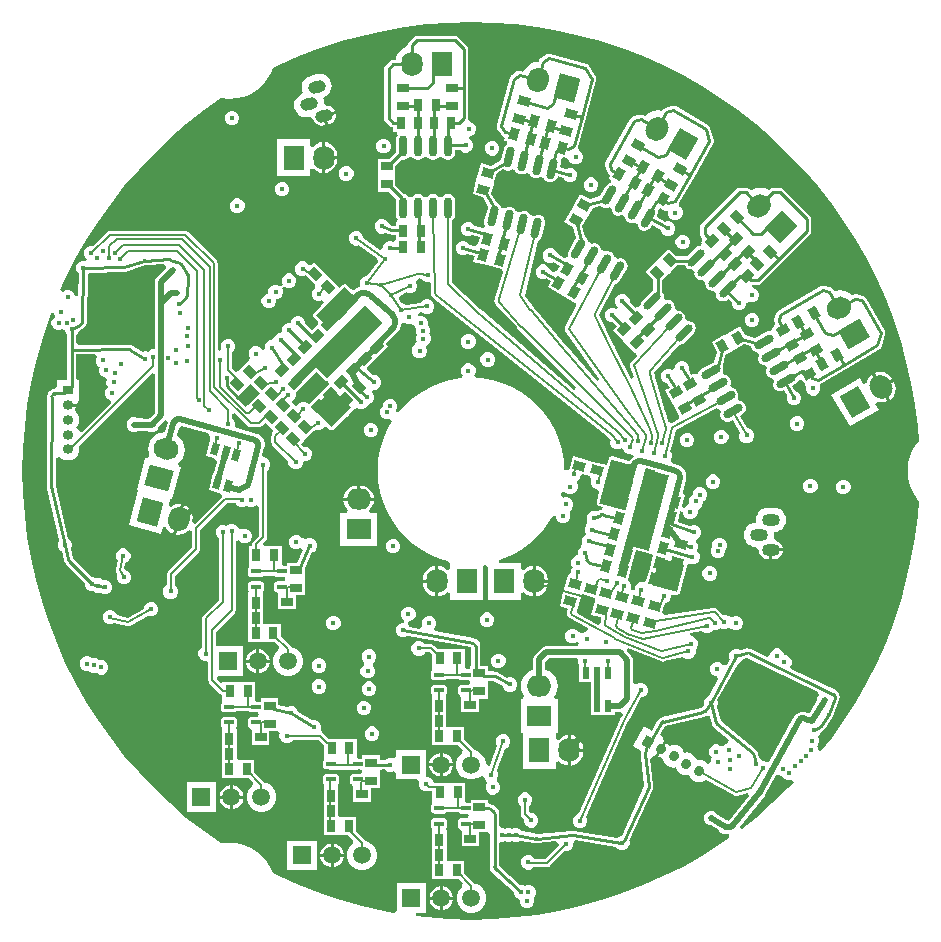
<source format=gbl>
G04*
G04 #@! TF.GenerationSoftware,Altium Limited,Altium Designer,21.1.1 (26)*
G04*
G04 Layer_Physical_Order=4*
G04 Layer_Color=16711680*
%FSLAX25Y25*%
%MOIN*%
G70*
G04*
G04 #@! TF.SameCoordinates,985859E8-4EFC-4F0D-9A30-7684DD2826E4*
G04*
G04*
G04 #@! TF.FilePolarity,Positive*
G04*
G01*
G75*
%ADD16C,0.01000*%
%ADD18C,0.00600*%
%ADD19C,0.00800*%
G04:AMPARAMS|DCode=29|XSize=29.53mil|YSize=39.37mil|CornerRadius=0mil|HoleSize=0mil|Usage=FLASHONLY|Rotation=150.000|XOffset=0mil|YOffset=0mil|HoleType=Round|Shape=Rectangle|*
%AMROTATEDRECTD29*
4,1,4,0.02263,0.00967,0.00294,-0.02443,-0.02263,-0.00967,-0.00294,0.02443,0.02263,0.00967,0.0*
%
%ADD29ROTATEDRECTD29*%

G04:AMPARAMS|DCode=31|XSize=29.53mil|YSize=39.37mil|CornerRadius=0mil|HoleSize=0mil|Usage=FLASHONLY|Rotation=60.000|XOffset=0mil|YOffset=0mil|HoleType=Round|Shape=Rectangle|*
%AMROTATEDRECTD31*
4,1,4,0.00967,-0.02263,-0.02443,-0.00294,-0.00967,0.02263,0.02443,0.00294,0.00967,-0.02263,0.0*
%
%ADD31ROTATEDRECTD31*%

G04:AMPARAMS|DCode=37|XSize=29.53mil|YSize=39.37mil|CornerRadius=0mil|HoleSize=0mil|Usage=FLASHONLY|Rotation=255.000|XOffset=0mil|YOffset=0mil|HoleType=Round|Shape=Rectangle|*
%AMROTATEDRECTD37*
4,1,4,-0.01519,0.01936,0.02284,0.00917,0.01519,-0.01936,-0.02284,-0.00917,-0.01519,0.01936,0.0*
%
%ADD37ROTATEDRECTD37*%

%ADD38R,0.03937X0.02953*%
G04:AMPARAMS|DCode=42|XSize=15.75mil|YSize=33.47mil|CornerRadius=1.97mil|HoleSize=0mil|Usage=FLASHONLY|Rotation=270.000|XOffset=0mil|YOffset=0mil|HoleType=Round|Shape=RoundedRectangle|*
%AMROUNDEDRECTD42*
21,1,0.01575,0.02953,0,0,270.0*
21,1,0.01181,0.03347,0,0,270.0*
1,1,0.00394,-0.01476,-0.00591*
1,1,0.00394,-0.01476,0.00591*
1,1,0.00394,0.01476,0.00591*
1,1,0.00394,0.01476,-0.00591*
%
%ADD42ROUNDEDRECTD42*%
G04:AMPARAMS|DCode=45|XSize=29.53mil|YSize=39.37mil|CornerRadius=0mil|HoleSize=0mil|Usage=FLASHONLY|Rotation=225.000|XOffset=0mil|YOffset=0mil|HoleType=Round|Shape=Rectangle|*
%AMROTATEDRECTD45*
4,1,4,-0.00348,0.02436,0.02436,-0.00348,0.00348,-0.02436,-0.02436,0.00348,-0.00348,0.02436,0.0*
%
%ADD45ROTATEDRECTD45*%

G04:AMPARAMS|DCode=46|XSize=23.62mil|YSize=39.37mil|CornerRadius=0mil|HoleSize=0mil|Usage=FLASHONLY|Rotation=345.000|XOffset=0mil|YOffset=0mil|HoleType=Round|Shape=Rectangle|*
%AMROTATEDRECTD46*
4,1,4,-0.01650,-0.01596,-0.00631,0.02207,0.01650,0.01596,0.00631,-0.02207,-0.01650,-0.01596,0.0*
%
%ADD46ROTATEDRECTD46*%

G04:AMPARAMS|DCode=47|XSize=29.53mil|YSize=39.37mil|CornerRadius=0mil|HoleSize=0mil|Usage=FLASHONLY|Rotation=165.000|XOffset=0mil|YOffset=0mil|HoleType=Round|Shape=Rectangle|*
%AMROTATEDRECTD47*
4,1,4,0.01936,0.01519,0.00917,-0.02284,-0.01936,-0.01519,-0.00917,0.02284,0.01936,0.01519,0.0*
%
%ADD47ROTATEDRECTD47*%

G04:AMPARAMS|DCode=56|XSize=27.56mil|YSize=70.87mil|CornerRadius=0mil|HoleSize=0mil|Usage=FLASHONLY|Rotation=345.000|XOffset=0mil|YOffset=0mil|HoleType=Round|Shape=Round|*
%AMOVALD56*
21,1,0.04331,0.02756,0.00000,0.00000,75.0*
1,1,0.02756,-0.00560,-0.02092*
1,1,0.02756,0.00560,0.02092*
%
%ADD56OVALD56*%

G04:AMPARAMS|DCode=57|XSize=27.56mil|YSize=70.87mil|CornerRadius=0mil|HoleSize=0mil|Usage=FLASHONLY|Rotation=330.000|XOffset=0mil|YOffset=0mil|HoleType=Round|Shape=Round|*
%AMOVALD57*
21,1,0.04331,0.02756,0.00000,0.00000,60.0*
1,1,0.02756,-0.01083,-0.01875*
1,1,0.02756,0.01083,0.01875*
%
%ADD57OVALD57*%

G04:AMPARAMS|DCode=58|XSize=29.53mil|YSize=39.37mil|CornerRadius=0mil|HoleSize=0mil|Usage=FLASHONLY|Rotation=315.000|XOffset=0mil|YOffset=0mil|HoleType=Round|Shape=Rectangle|*
%AMROTATEDRECTD58*
4,1,4,-0.02436,-0.00348,0.00348,0.02436,0.02436,0.00348,-0.00348,-0.02436,-0.02436,-0.00348,0.0*
%
%ADD58ROTATEDRECTD58*%

G04:AMPARAMS|DCode=59|XSize=27.56mil|YSize=70.87mil|CornerRadius=0mil|HoleSize=0mil|Usage=FLASHONLY|Rotation=315.000|XOffset=0mil|YOffset=0mil|HoleType=Round|Shape=Round|*
%AMOVALD59*
21,1,0.04331,0.02756,0.00000,0.00000,45.0*
1,1,0.02756,-0.01531,-0.01531*
1,1,0.02756,0.01531,0.01531*
%
%ADD59OVALD59*%

G04:AMPARAMS|DCode=60|XSize=29.53mil|YSize=39.37mil|CornerRadius=0mil|HoleSize=0mil|Usage=FLASHONLY|Rotation=300.000|XOffset=0mil|YOffset=0mil|HoleType=Round|Shape=Rectangle|*
%AMROTATEDRECTD60*
4,1,4,-0.02443,0.00294,0.00967,0.02263,0.02443,-0.00294,-0.00967,-0.02263,-0.02443,0.00294,0.0*
%
%ADD60ROTATEDRECTD60*%

G04:AMPARAMS|DCode=61|XSize=29.53mil|YSize=39.37mil|CornerRadius=0mil|HoleSize=0mil|Usage=FLASHONLY|Rotation=210.000|XOffset=0mil|YOffset=0mil|HoleType=Round|Shape=Rectangle|*
%AMROTATEDRECTD61*
4,1,4,0.00294,0.02443,0.02263,-0.00967,-0.00294,-0.02443,-0.02263,0.00967,0.00294,0.02443,0.0*
%
%ADD61ROTATEDRECTD61*%

G04:AMPARAMS|DCode=62|XSize=27.56mil|YSize=70.87mil|CornerRadius=0mil|HoleSize=0mil|Usage=FLASHONLY|Rotation=300.000|XOffset=0mil|YOffset=0mil|HoleType=Round|Shape=Round|*
%AMOVALD62*
21,1,0.04331,0.02756,0.00000,0.00000,30.0*
1,1,0.02756,-0.01875,-0.01083*
1,1,0.02756,0.01875,0.01083*
%
%ADD62OVALD62*%

%ADD73R,0.02953X0.03937*%
%ADD76R,0.02362X0.03937*%
%ADD89O,0.02756X0.07087*%
%ADD189C,0.02000*%
%ADD191C,0.00800*%
%ADD214R,0.08268X0.07087*%
%ADD215O,0.08268X0.07087*%
G04:AMPARAMS|DCode=216|XSize=70.87mil|YSize=82.68mil|CornerRadius=0mil|HoleSize=0mil|Usage=FLASHONLY|Rotation=75.000|XOffset=0mil|YOffset=0mil|HoleType=Round|Shape=Round|*
%AMOVALD216*
21,1,0.01181,0.07087,0.00000,0.00000,165.0*
1,1,0.07087,0.00570,-0.00153*
1,1,0.07087,-0.00570,0.00153*
%
%ADD216OVALD216*%

G04:AMPARAMS|DCode=217|XSize=70.87mil|YSize=82.68mil|CornerRadius=0mil|HoleSize=0mil|Usage=FLASHONLY|Rotation=75.000|XOffset=0mil|YOffset=0mil|HoleType=Round|Shape=Rectangle|*
%AMROTATEDRECTD217*
4,1,4,0.03076,-0.04493,-0.04910,-0.02353,-0.03076,0.04493,0.04910,0.02353,0.03076,-0.04493,0.0*
%
%ADD217ROTATEDRECTD217*%

G04:AMPARAMS|DCode=218|XSize=70.87mil|YSize=82.68mil|CornerRadius=0mil|HoleSize=0mil|Usage=FLASHONLY|Rotation=345.000|XOffset=0mil|YOffset=0mil|HoleType=Round|Shape=Rectangle|*
%AMROTATEDRECTD218*
4,1,4,-0.04493,-0.03076,-0.02353,0.04910,0.04493,0.03076,0.02353,-0.04910,-0.04493,-0.03076,0.0*
%
%ADD218ROTATEDRECTD218*%

G04:AMPARAMS|DCode=219|XSize=70.87mil|YSize=82.68mil|CornerRadius=0mil|HoleSize=0mil|Usage=FLASHONLY|Rotation=345.000|XOffset=0mil|YOffset=0mil|HoleType=Round|Shape=Round|*
%AMOVALD219*
21,1,0.01181,0.07087,0.00000,0.00000,75.0*
1,1,0.07087,-0.00153,-0.00570*
1,1,0.07087,0.00153,0.00570*
%
%ADD219OVALD219*%

G04:AMPARAMS|DCode=220|XSize=70.87mil|YSize=82.68mil|CornerRadius=0mil|HoleSize=0mil|Usage=FLASHONLY|Rotation=150.000|XOffset=0mil|YOffset=0mil|HoleType=Round|Shape=Rectangle|*
%AMROTATEDRECTD220*
4,1,4,0.05135,0.01808,0.01002,-0.05352,-0.05135,-0.01808,-0.01002,0.05352,0.05135,0.01808,0.0*
%
%ADD220ROTATEDRECTD220*%

G04:AMPARAMS|DCode=221|XSize=70.87mil|YSize=82.68mil|CornerRadius=0mil|HoleSize=0mil|Usage=FLASHONLY|Rotation=150.000|XOffset=0mil|YOffset=0mil|HoleType=Round|Shape=Round|*
%AMOVALD221*
21,1,0.01181,0.07087,0.00000,0.00000,240.0*
1,1,0.07087,0.00295,0.00511*
1,1,0.07087,-0.00295,-0.00511*
%
%ADD221OVALD221*%

G04:AMPARAMS|DCode=222|XSize=70.87mil|YSize=82.68mil|CornerRadius=0mil|HoleSize=0mil|Usage=FLASHONLY|Rotation=135.000|XOffset=0mil|YOffset=0mil|HoleType=Round|Shape=Rectangle|*
%AMROTATEDRECTD222*
4,1,4,0.05429,0.00418,-0.00418,-0.05429,-0.05429,-0.00418,0.00418,0.05429,0.05429,0.00418,0.0*
%
%ADD222ROTATEDRECTD222*%

G04:AMPARAMS|DCode=223|XSize=70.87mil|YSize=82.68mil|CornerRadius=0mil|HoleSize=0mil|Usage=FLASHONLY|Rotation=135.000|XOffset=0mil|YOffset=0mil|HoleType=Round|Shape=Round|*
%AMOVALD223*
21,1,0.01181,0.07087,0.00000,0.00000,225.0*
1,1,0.07087,0.00418,0.00418*
1,1,0.07087,-0.00418,-0.00418*
%
%ADD223OVALD223*%

G04:AMPARAMS|DCode=224|XSize=70.87mil|YSize=82.68mil|CornerRadius=0mil|HoleSize=0mil|Usage=FLASHONLY|Rotation=120.000|XOffset=0mil|YOffset=0mil|HoleType=Round|Shape=Rectangle|*
%AMROTATEDRECTD224*
4,1,4,0.05352,-0.01002,-0.01808,-0.05135,-0.05352,0.01002,0.01808,0.05135,0.05352,-0.01002,0.0*
%
%ADD224ROTATEDRECTD224*%

G04:AMPARAMS|DCode=225|XSize=70.87mil|YSize=82.68mil|CornerRadius=0mil|HoleSize=0mil|Usage=FLASHONLY|Rotation=120.000|XOffset=0mil|YOffset=0mil|HoleType=Round|Shape=Round|*
%AMOVALD225*
21,1,0.01181,0.07087,0.00000,0.00000,210.0*
1,1,0.07087,0.00511,0.00295*
1,1,0.07087,-0.00511,-0.00295*
%
%ADD225OVALD225*%

G04:AMPARAMS|DCode=226|XSize=70.87mil|YSize=82.68mil|CornerRadius=0mil|HoleSize=0mil|Usage=FLASHONLY|Rotation=30.000|XOffset=0mil|YOffset=0mil|HoleType=Round|Shape=Round|*
%AMOVALD226*
21,1,0.01181,0.07087,0.00000,0.00000,120.0*
1,1,0.07087,0.00295,-0.00511*
1,1,0.07087,-0.00295,0.00511*
%
%ADD226OVALD226*%

G04:AMPARAMS|DCode=227|XSize=70.87mil|YSize=82.68mil|CornerRadius=0mil|HoleSize=0mil|Usage=FLASHONLY|Rotation=30.000|XOffset=0mil|YOffset=0mil|HoleType=Round|Shape=Rectangle|*
%AMROTATEDRECTD227*
4,1,4,-0.01002,-0.05352,-0.05135,0.01808,0.01002,0.05352,0.05135,-0.01808,-0.01002,-0.05352,0.0*
%
%ADD227ROTATEDRECTD227*%

%ADD228O,0.07087X0.08268*%
%ADD229R,0.07087X0.08268*%
%ADD230O,0.03543X0.03150*%
%ADD231R,0.03543X0.03150*%
G04:AMPARAMS|DCode=232|XSize=35.43mil|YSize=31.5mil|CornerRadius=0mil|HoleSize=0mil|Usage=FLASHONLY|Rotation=240.000|XOffset=0mil|YOffset=0mil|HoleType=Round|Shape=Round|*
%AMOVALD232*
21,1,0.00394,0.03150,0.00000,0.00000,240.0*
1,1,0.03150,0.00098,0.00171*
1,1,0.03150,-0.00098,-0.00171*
%
%ADD232OVALD232*%

G04:AMPARAMS|DCode=233|XSize=35.43mil|YSize=31.5mil|CornerRadius=0mil|HoleSize=0mil|Usage=FLASHONLY|Rotation=240.000|XOffset=0mil|YOffset=0mil|HoleType=Round|Shape=Rectangle|*
%AMROTATEDRECTD233*
4,1,4,-0.00478,0.02322,0.02250,0.00747,0.00478,-0.02322,-0.02250,-0.00747,-0.00478,0.02322,0.0*
%
%ADD233ROTATEDRECTD233*%

%ADD234C,0.05906*%
%ADD235R,0.05906X0.05906*%
G04:AMPARAMS|DCode=236|XSize=40mil|YSize=60mil|CornerRadius=0mil|HoleSize=0mil|Usage=FLASHONLY|Rotation=105.000|XOffset=0mil|YOffset=0mil|HoleType=Round|Shape=Round|*
%AMOVALD236*
21,1,0.02000,0.04000,0.00000,0.00000,195.0*
1,1,0.04000,0.00966,0.00259*
1,1,0.04000,-0.00966,-0.00259*
%
%ADD236OVALD236*%

%ADD237O,0.06000X0.04000*%
%ADD238C,0.01772*%
%ADD239C,0.01968*%
G04:AMPARAMS|DCode=240|XSize=93.2mil|YSize=86.34mil|CornerRadius=0mil|HoleSize=0mil|Usage=FLASHONLY|Rotation=225.000|XOffset=0mil|YOffset=0mil|HoleType=Round|Shape=Rectangle|*
%AMROTATEDRECTD240*
4,1,4,0.00242,0.06347,0.06347,0.00242,-0.00242,-0.06347,-0.06347,-0.00242,0.00242,0.06347,0.0*
%
%ADD240ROTATEDRECTD240*%

G04:AMPARAMS|DCode=241|XSize=28.93mil|YSize=92.77mil|CornerRadius=0mil|HoleSize=0mil|Usage=FLASHONLY|Rotation=135.000|XOffset=0mil|YOffset=0mil|HoleType=Round|Shape=Rectangle|*
%AMROTATEDRECTD241*
4,1,4,0.04303,0.02257,-0.02257,-0.04303,-0.04303,-0.02257,0.02257,0.04303,0.04303,0.02257,0.0*
%
%ADD241ROTATEDRECTD241*%

G04:AMPARAMS|DCode=242|XSize=81.11mil|YSize=259.98mil|CornerRadius=0mil|HoleSize=0mil|Usage=FLASHONLY|Rotation=135.000|XOffset=0mil|YOffset=0mil|HoleType=Round|Shape=Rectangle|*
%AMROTATEDRECTD242*
4,1,4,0.12059,0.06324,-0.06324,-0.12059,-0.12059,-0.06324,0.06324,0.12059,0.12059,0.06324,0.0*
%
%ADD242ROTATEDRECTD242*%

G04:AMPARAMS|DCode=243|XSize=134.35mil|YSize=64.06mil|CornerRadius=0mil|HoleSize=0mil|Usage=FLASHONLY|Rotation=45.000|XOffset=0mil|YOffset=0mil|HoleType=Round|Shape=Rectangle|*
%AMROTATEDRECTD243*
4,1,4,-0.02485,-0.07015,-0.07015,-0.02485,0.02485,0.07015,0.07015,0.02485,-0.02485,-0.07015,0.0*
%
%ADD243ROTATEDRECTD243*%

G04:AMPARAMS|DCode=244|XSize=81.11mil|YSize=259.98mil|CornerRadius=0mil|HoleSize=0mil|Usage=FLASHONLY|Rotation=165.000|XOffset=0mil|YOffset=0mil|HoleType=Round|Shape=Rectangle|*
%AMROTATEDRECTD244*
4,1,4,0.07282,0.11506,0.00553,-0.13606,-0.07282,-0.11506,-0.00553,0.13606,0.07282,0.11506,0.0*
%
%ADD244ROTATEDRECTD244*%

G04:AMPARAMS|DCode=245|XSize=28.93mil|YSize=92.77mil|CornerRadius=0mil|HoleSize=0mil|Usage=FLASHONLY|Rotation=165.000|XOffset=0mil|YOffset=0mil|HoleType=Round|Shape=Rectangle|*
%AMROTATEDRECTD245*
4,1,4,0.02598,0.04106,0.00196,-0.04855,-0.02598,-0.04106,-0.00196,0.04855,0.02598,0.04106,0.0*
%
%ADD245ROTATEDRECTD245*%

G04:AMPARAMS|DCode=246|XSize=93.2mil|YSize=86.34mil|CornerRadius=0mil|HoleSize=0mil|Usage=FLASHONLY|Rotation=75.000|XOffset=0mil|YOffset=0mil|HoleType=Round|Shape=Rectangle|*
%AMROTATEDRECTD246*
4,1,4,0.02964,-0.05618,-0.05376,-0.03384,-0.02964,0.05618,0.05376,0.03384,0.02964,-0.05618,0.0*
%
%ADD246ROTATEDRECTD246*%

G04:AMPARAMS|DCode=247|XSize=88.34mil|YSize=151.1mil|CornerRadius=0mil|HoleSize=0mil|Usage=FLASHONLY|Rotation=165.000|XOffset=0mil|YOffset=0mil|HoleType=Round|Shape=Rectangle|*
%AMROTATEDRECTD247*
4,1,4,0.06222,0.06154,0.02311,-0.08441,-0.06222,-0.06154,-0.02311,0.08441,0.06222,0.06154,0.0*
%
%ADD247ROTATEDRECTD247*%

G36*
X7339Y149390D02*
X14660Y148850D01*
X21947Y147951D01*
X29180Y146696D01*
X36342Y145087D01*
X43418Y143129D01*
X50389Y140827D01*
X57238Y138184D01*
X63949Y135210D01*
X70507Y131909D01*
X76894Y128290D01*
X83097Y124363D01*
X89099Y120136D01*
X94886Y115619D01*
X100445Y110824D01*
X105762Y105762D01*
X110824Y100445D01*
X115619Y94886D01*
X120136Y89099D01*
X124363Y83097D01*
X128290Y76894D01*
X131909Y70507D01*
X135210Y63949D01*
X138184Y57238D01*
X140827Y50389D01*
X143129Y43418D01*
X145087Y36342D01*
X146696Y29180D01*
X147951Y21947D01*
X148850Y14660D01*
X149195Y9986D01*
X148612Y9304D01*
X147314Y7186D01*
X146364Y4891D01*
X145784Y2476D01*
X145589Y0D01*
X145784Y-2476D01*
X146364Y-4891D01*
X147314Y-7186D01*
X148612Y-9304D01*
X149195Y-9986D01*
X148850Y-14660D01*
X147951Y-21947D01*
X146696Y-29180D01*
X145087Y-36342D01*
X143129Y-43418D01*
X140827Y-50389D01*
X138184Y-57238D01*
X135210Y-63949D01*
X131909Y-70507D01*
X128290Y-76894D01*
X124363Y-83097D01*
X120136Y-89099D01*
X116759Y-93425D01*
X115779Y-93055D01*
Y-92424D01*
X115423Y-91562D01*
X115629Y-91356D01*
X115994Y-90476D01*
Y-89524D01*
X115629Y-88644D01*
X116229Y-87856D01*
X116574Y-87023D01*
X116841Y-86889D01*
X116947Y-86807D01*
X117513Y-86429D01*
X117719Y-86121D01*
X117830Y-86007D01*
X120168Y-82415D01*
X120430Y-82014D01*
X120433Y-82008D01*
X120435Y-82007D01*
X120435Y-82006D01*
X120436Y-82004D01*
X120641Y-81645D01*
X120666Y-81609D01*
X120667Y-81599D01*
X120651Y-81593D01*
X122759Y-76448D01*
X122759Y-76448D01*
X122776Y-76455D01*
X122968Y-75489D01*
X122774Y-74513D01*
X122221Y-73686D01*
X121604Y-73274D01*
X121525Y-73214D01*
X106560Y-65934D01*
X106429Y-65156D01*
X106794Y-64276D01*
Y-63324D01*
X106429Y-62444D01*
X105756Y-61771D01*
X104876Y-61406D01*
X104294D01*
Y-61124D01*
X103929Y-60244D01*
X103256Y-59571D01*
X102376Y-59206D01*
X101424D01*
X100544Y-59571D01*
X99871Y-60244D01*
X99506Y-61124D01*
Y-61390D01*
X98506Y-62016D01*
X93134Y-59402D01*
X93129Y-59401D01*
X93125Y-59398D01*
X93122Y-59396D01*
X93110Y-59393D01*
X93003Y-59322D01*
X92027Y-59128D01*
X91379Y-59257D01*
X91237Y-59274D01*
X89691Y-59783D01*
X88847Y-59433D01*
X87895D01*
X87015Y-59798D01*
X86342Y-60471D01*
X85977Y-61351D01*
Y-62303D01*
X86146Y-62711D01*
X85136Y-64561D01*
X84753Y-64631D01*
X83979Y-64594D01*
X83456Y-64071D01*
X82576Y-63706D01*
X81624D01*
X80744Y-64071D01*
X80071Y-64744D01*
X79706Y-65624D01*
Y-66576D01*
X80071Y-67456D01*
X80744Y-68129D01*
X81624Y-68494D01*
X81849D01*
X82443Y-69494D01*
X79438Y-74997D01*
X79398D01*
X78518Y-75361D01*
X77845Y-76034D01*
X77480Y-76914D01*
Y-77866D01*
X77522Y-77966D01*
X76711Y-79039D01*
X63709Y-82126D01*
X63705Y-82128D01*
X63700Y-82128D01*
X63697Y-82129D01*
X63593Y-82177D01*
X63318Y-82232D01*
X62491Y-82784D01*
X62224Y-83184D01*
X62103Y-83322D01*
X60219Y-86585D01*
X57782Y-85179D01*
X54010Y-91711D01*
X56713Y-93271D01*
X56547Y-93982D01*
X56488Y-94444D01*
X56488Y-94444D01*
X56488Y-94444D01*
X56488Y-94445D01*
X56599Y-95393D01*
X56565Y-95101D01*
X56600Y-95400D01*
X57677Y-104891D01*
X50186Y-121606D01*
X49924D01*
X49044Y-121971D01*
X48685Y-122329D01*
X34165Y-120010D01*
X34047Y-120014D01*
X33766Y-119958D01*
X33592Y-119993D01*
X33544Y-119988D01*
X33541Y-119988D01*
X33538Y-119989D01*
X33535Y-119989D01*
X21947Y-121051D01*
X21933Y-121036D01*
X21933D01*
X21839Y-120997D01*
X21788Y-121018D01*
X20843Y-120884D01*
X16897Y-120208D01*
X16829Y-120044D01*
X16156Y-119371D01*
X15276Y-119006D01*
X14324D01*
X13675Y-119275D01*
X13026Y-119006D01*
X12074D01*
X11425Y-119275D01*
X10776Y-119006D01*
X10401D01*
X9406Y-118180D01*
X9426Y-114247D01*
X9443Y-114247D01*
X9446Y-114233D01*
X9252Y-113258D01*
X8699Y-112431D01*
X8411Y-112239D01*
X8307Y-112133D01*
X8305Y-112132D01*
X8302Y-112131D01*
X8300Y-112129D01*
X7202Y-111397D01*
X7064Y-111339D01*
X6773Y-111145D01*
X5797Y-110951D01*
X5743Y-109973D01*
Y-109583D01*
X-194D01*
Y-110538D01*
X-320Y-110642D01*
X-1314D01*
X-2040Y-109980D01*
Y-104043D01*
X-6945D01*
X-6993Y-104043D01*
X-7946Y-104043D01*
X-7993Y-104043D01*
X-11470D01*
X-11598Y-104018D01*
X-12506D01*
Y-103924D01*
X-12871Y-103044D01*
X-13544Y-102371D01*
X-14424Y-102006D01*
X-14985D01*
Y-92976D01*
X-24891D01*
Y-95318D01*
X-25891Y-95827D01*
X-26424Y-95606D01*
X-27376D01*
X-28256Y-95971D01*
X-28756Y-96471D01*
X-30299D01*
Y-94842D01*
X-36236D01*
Y-95798D01*
X-36362Y-95901D01*
X-37357D01*
X-38083Y-95239D01*
Y-89302D01*
X-42988D01*
X-43035Y-89302D01*
X-43988Y-89302D01*
X-44035Y-89302D01*
X-47513D01*
X-47570Y-89291D01*
X-49398Y-87463D01*
X-49606Y-87324D01*
X-49833Y-87155D01*
X-50100Y-86102D01*
X-50006Y-85876D01*
Y-84924D01*
X-50371Y-84044D01*
X-51044Y-83371D01*
X-51924Y-83006D01*
X-52876D01*
X-53168Y-83127D01*
X-57606Y-80382D01*
Y-80224D01*
X-57971Y-79344D01*
X-58644Y-78671D01*
X-59524Y-78306D01*
X-60476D01*
X-61356Y-78671D01*
X-61460Y-78775D01*
X-64234Y-78107D01*
Y-75866D01*
X-70171D01*
Y-76822D01*
X-70297Y-76925D01*
X-71291D01*
X-72017Y-76264D01*
Y-70327D01*
X-76923D01*
X-76970Y-70327D01*
X-77923D01*
X-77970Y-70327D01*
X-82876D01*
Y-70327D01*
X-83529Y-70597D01*
X-84673Y-69453D01*
X-84259Y-68453D01*
X-76100D01*
Y-58547D01*
X-84980D01*
Y-53599D01*
X-78863Y-47482D01*
X-78575Y-47052D01*
X-78474Y-46545D01*
Y-23472D01*
X-77906Y-23222D01*
X-77474Y-23165D01*
X-76894Y-23746D01*
X-76014Y-24111D01*
X-75062D01*
X-74182Y-23746D01*
X-73509Y-23073D01*
X-73144Y-22193D01*
Y-21241D01*
X-73509Y-20361D01*
X-74182Y-19688D01*
X-75062Y-19323D01*
X-76014D01*
X-76420Y-19491D01*
X-77079Y-19513D01*
X-77622Y-19002D01*
X-77771Y-18644D01*
X-78444Y-17971D01*
X-79324Y-17606D01*
X-80276D01*
X-81156Y-17971D01*
X-81594Y-18409D01*
X-82324Y-18106D01*
X-83276D01*
X-84156Y-18471D01*
X-84829Y-19144D01*
X-85194Y-20024D01*
Y-20976D01*
X-84829Y-21856D01*
X-84156Y-22529D01*
X-84126Y-22542D01*
Y-43051D01*
X-89337Y-48263D01*
X-89625Y-48693D01*
X-89726Y-49200D01*
Y-58817D01*
X-89856Y-58871D01*
X-90529Y-59544D01*
X-90894Y-60424D01*
Y-61376D01*
X-90529Y-62256D01*
X-89856Y-62929D01*
X-88976Y-63294D01*
X-88024D01*
X-87631Y-63556D01*
Y-69695D01*
X-87530Y-70202D01*
X-87243Y-70632D01*
X-83642Y-74232D01*
X-83212Y-74520D01*
X-82876Y-74587D01*
Y-76108D01*
X-82876Y-76264D01*
X-82917Y-77246D01*
X-82971Y-77283D01*
X-83235Y-77679D01*
X-83328Y-78145D01*
Y-79327D01*
X-83235Y-79794D01*
X-82971Y-80190D01*
X-82575Y-80454D01*
X-82108Y-80547D01*
X-79155D01*
X-78688Y-80454D01*
X-78292Y-80190D01*
X-78275Y-80164D01*
X-74500D01*
X-74500Y-80164D01*
X-74500Y-80164D01*
X-74130D01*
X-74112Y-80190D01*
X-73716Y-80454D01*
X-73250Y-80547D01*
X-71128D01*
X-71039Y-80568D01*
X-70732Y-80896D01*
X-71038Y-82031D01*
X-71078Y-82043D01*
X-73250D01*
X-73717Y-82136D01*
X-74112Y-82401D01*
X-74377Y-82797D01*
X-74470Y-83264D01*
Y-84445D01*
X-74377Y-84912D01*
X-74112Y-85308D01*
X-73717Y-85572D01*
X-73684Y-85579D01*
X-73171Y-86366D01*
Y-91319D01*
X-67234D01*
Y-86724D01*
X-64479D01*
X-63723Y-87513D01*
X-63894Y-87924D01*
Y-88876D01*
X-63529Y-89756D01*
X-62856Y-90429D01*
X-61976Y-90794D01*
X-61024D01*
X-60144Y-90429D01*
X-59471Y-89756D01*
X-59458Y-89726D01*
X-50884D01*
X-49070Y-91540D01*
X-48941Y-91626D01*
Y-95084D01*
X-48941Y-95239D01*
X-48982Y-96222D01*
X-49036Y-96258D01*
X-49301Y-96654D01*
X-49393Y-97121D01*
Y-98302D01*
X-49301Y-98769D01*
X-49036Y-99165D01*
X-48640Y-99430D01*
X-48173Y-99523D01*
X-47573D01*
X-47058Y-99625D01*
X-40927D01*
X-40927Y-99625D01*
X-40927Y-99625D01*
X-38200D01*
X-38200Y-99625D01*
X-37685Y-99523D01*
X-37193D01*
X-36962Y-99577D01*
X-36236Y-99795D01*
Y-100747D01*
X-37143Y-101019D01*
X-39315D01*
X-39782Y-101112D01*
X-40178Y-101376D01*
X-40442Y-101772D01*
X-40535Y-102239D01*
Y-103420D01*
X-40442Y-103887D01*
X-40178Y-104283D01*
X-39782Y-104548D01*
X-39750Y-104554D01*
X-39236Y-105342D01*
Y-110294D01*
X-33299D01*
Y-105700D01*
X-30299D01*
Y-100794D01*
X-30299Y-100747D01*
Y-99795D01*
X-29389Y-99529D01*
X-28756D01*
X-28256Y-100029D01*
X-27376Y-100394D01*
X-26424D01*
X-25891Y-100173D01*
X-24891Y-100682D01*
Y-102882D01*
X-17944D01*
X-17276Y-103882D01*
X-17294Y-103924D01*
Y-104876D01*
X-16929Y-105756D01*
X-16256Y-106429D01*
X-15376Y-106794D01*
X-14424D01*
X-14069Y-106647D01*
X-13957Y-106669D01*
X-12898D01*
Y-109825D01*
X-12898Y-109980D01*
X-12939Y-110963D01*
X-12993Y-110999D01*
X-13258Y-111395D01*
X-13351Y-111862D01*
Y-113043D01*
X-13258Y-113510D01*
X-12993Y-113906D01*
X-12598Y-114171D01*
X-12131Y-114264D01*
X-9178D01*
X-8711Y-114171D01*
X-8315Y-113906D01*
X-8298Y-113880D01*
X-4523D01*
X-4523Y-113880D01*
X-4523Y-113880D01*
X-4153D01*
X-4135Y-113906D01*
X-3739Y-114171D01*
X-3272Y-114264D01*
X-1151D01*
X-1061Y-114285D01*
X-754Y-114612D01*
X-1061Y-115748D01*
X-1101Y-115760D01*
X-3272D01*
X-3739Y-115853D01*
X-4135Y-116118D01*
X-4400Y-116513D01*
X-4493Y-116980D01*
Y-118161D01*
X-4400Y-118628D01*
X-4135Y-119024D01*
X-3739Y-119289D01*
X-3707Y-119295D01*
X-3194Y-120083D01*
Y-125036D01*
X2743D01*
Y-120441D01*
X5335D01*
X6331Y-121198D01*
X6273Y-132045D01*
X6254Y-132053D01*
X6254D01*
X6253Y-132058D01*
X6447Y-133034D01*
X7000Y-133861D01*
X7104Y-133930D01*
X7110Y-133938D01*
X7111Y-133939D01*
X7111Y-133939D01*
X7112Y-133940D01*
X7112Y-133940D01*
X14256Y-140398D01*
Y-140976D01*
X14621Y-141856D01*
X15294Y-142529D01*
X16174Y-142894D01*
X16319D01*
Y-143814D01*
X16683Y-144693D01*
X17357Y-145367D01*
X18236Y-145731D01*
X19189D01*
X20068Y-145367D01*
X20742Y-144693D01*
X21106Y-143814D01*
Y-142861D01*
X20819Y-142167D01*
X21129Y-141856D01*
X21494Y-140976D01*
Y-140024D01*
X21129Y-139144D01*
X20456Y-138471D01*
X19576Y-138106D01*
X18624D01*
X17875Y-138417D01*
X17126Y-138106D01*
X16283D01*
X9333Y-131824D01*
X9374Y-124092D01*
X9824Y-123794D01*
X10776D01*
X11425Y-123525D01*
X12074Y-123794D01*
X13026D01*
X13675Y-123525D01*
X14324Y-123794D01*
X15276D01*
X16156Y-123429D01*
X16365Y-123220D01*
X21410Y-124085D01*
X21414Y-124085D01*
X21543Y-124082D01*
X21839Y-124141D01*
X22017Y-124106D01*
X22069Y-124111D01*
X28358Y-123535D01*
X29190Y-124463D01*
Y-124893D01*
X29202Y-124923D01*
X24751Y-129375D01*
X21125D01*
X21029Y-129144D01*
X20356Y-128471D01*
X19476Y-128106D01*
X18524D01*
X17644Y-128471D01*
X16971Y-129144D01*
X16606Y-130024D01*
Y-130976D01*
X16971Y-131856D01*
X17644Y-132529D01*
X18524Y-132894D01*
X19476D01*
X20356Y-132529D01*
X20860Y-132026D01*
X25300D01*
X25807Y-131925D01*
X26237Y-131637D01*
X31077Y-126798D01*
X31107Y-126810D01*
X32060D01*
X32939Y-126446D01*
X33613Y-125773D01*
X33977Y-124893D01*
Y-124090D01*
X34171Y-123756D01*
X34753Y-123201D01*
X48395Y-125381D01*
X49044Y-126029D01*
X49924Y-126394D01*
X50876D01*
X51756Y-126029D01*
X52429Y-125356D01*
X52794Y-124476D01*
Y-123524D01*
X52739Y-123391D01*
X60527Y-106009D01*
X60615Y-105814D01*
X60620Y-105792D01*
X60632Y-105774D01*
X60686Y-105502D01*
X60748Y-105232D01*
X60744Y-105210D01*
X60749Y-105189D01*
Y-104918D01*
X60732Y-104833D01*
X60739Y-104746D01*
X59767Y-96181D01*
X60202Y-95286D01*
X61086Y-94920D01*
X61398Y-94907D01*
X62821Y-92443D01*
X64244Y-89978D01*
X63903Y-89327D01*
X63842Y-88981D01*
X63974Y-88753D01*
X62868Y-88115D01*
X64638Y-85049D01*
X77605Y-81971D01*
X77714Y-81921D01*
X77994Y-81865D01*
X78417Y-81583D01*
X79491Y-81882D01*
X79553Y-81935D01*
X80242Y-84407D01*
X80279Y-84480D01*
X80323Y-84700D01*
X80875Y-85527D01*
X81041Y-85638D01*
X81082Y-85688D01*
X85902Y-89606D01*
X85692Y-90361D01*
X85573Y-90627D01*
X84744Y-90971D01*
X84071Y-91644D01*
X83068Y-91572D01*
X83024Y-91558D01*
X82176Y-91206D01*
X81224D01*
X80344Y-91571D01*
X79671Y-92244D01*
X79306Y-93124D01*
Y-94076D01*
X79671Y-94956D01*
X80215Y-95500D01*
X80171Y-95544D01*
X79806Y-96424D01*
Y-97170D01*
X79144Y-97543D01*
X78882Y-97608D01*
X78688Y-97355D01*
X77941Y-96782D01*
X77071Y-96422D01*
X76138Y-96299D01*
X75316Y-96407D01*
X74999Y-95641D01*
X74426Y-94894D01*
X73679Y-94321D01*
X72809Y-93961D01*
X71876Y-93838D01*
X71054Y-93946D01*
X70737Y-93180D01*
X70164Y-92434D01*
X69417Y-91861D01*
X68548Y-91500D01*
X67614Y-91377D01*
X66681Y-91500D01*
X66475Y-91586D01*
X65602Y-91224D01*
X65189Y-90686D01*
X65051Y-90580D01*
X63687Y-92943D01*
X62323Y-95306D01*
X62484Y-95372D01*
X63156Y-95460D01*
X63906Y-96036D01*
X63935Y-96257D01*
X64295Y-97127D01*
X64868Y-97874D01*
X65615Y-98447D01*
X66484Y-98807D01*
X67418Y-98930D01*
X68239Y-98822D01*
X68557Y-99588D01*
X69130Y-100334D01*
X69877Y-100907D01*
X70746Y-101268D01*
X71679Y-101390D01*
X72501Y-101282D01*
X72819Y-102048D01*
X73392Y-102795D01*
X74139Y-103368D01*
X75008Y-103728D01*
X75941Y-103851D01*
X76875Y-103728D01*
X77744Y-103368D01*
X78323Y-102924D01*
X87492Y-108217D01*
X87982Y-108384D01*
X88498Y-108350D01*
X92127Y-107377D01*
X92695Y-108260D01*
X85798Y-116623D01*
X85276Y-116406D01*
X84818D01*
X82152Y-114740D01*
X82029Y-114444D01*
X81356Y-113771D01*
X80476Y-113406D01*
X79524D01*
X78644Y-113771D01*
X77971Y-114444D01*
X77606Y-115324D01*
Y-116276D01*
X77971Y-117156D01*
X78644Y-117829D01*
X79524Y-118194D01*
X79982D01*
X82648Y-119860D01*
X82771Y-120156D01*
X83444Y-120829D01*
X84324Y-121194D01*
X85276D01*
X85661Y-121034D01*
X85953Y-121128D01*
X86122Y-122232D01*
X83097Y-124363D01*
X76894Y-128290D01*
X70507Y-131909D01*
X63949Y-135210D01*
X57238Y-138184D01*
X50389Y-140827D01*
X43418Y-143129D01*
X36342Y-145087D01*
X29180Y-146696D01*
X21947Y-147951D01*
X14660Y-148850D01*
X7339Y-149390D01*
X0Y-149570D01*
X-7339Y-149390D01*
X-14660Y-148850D01*
X-18357Y-148394D01*
X-18295Y-147394D01*
X-14957D01*
Y-137488D01*
X-24863D01*
Y-146430D01*
X-25863Y-147271D01*
X-29180Y-146696D01*
X-36342Y-145087D01*
X-43418Y-143129D01*
X-50389Y-140827D01*
X-57238Y-138184D01*
X-63949Y-135210D01*
X-65942Y-134206D01*
X-66606Y-132605D01*
X-67903Y-130488D01*
X-69516Y-128599D01*
X-71405Y-126986D01*
X-73523Y-125688D01*
X-75817Y-124738D01*
X-78233Y-124158D01*
X-80709Y-123963D01*
X-83185Y-124158D01*
X-83336Y-124194D01*
X-89099Y-120136D01*
X-94886Y-115619D01*
X-100445Y-110824D01*
X-105762Y-105762D01*
X-110824Y-100445D01*
X-115619Y-94886D01*
X-120136Y-89099D01*
X-124363Y-83097D01*
X-128290Y-76894D01*
X-131909Y-70507D01*
X-135210Y-63949D01*
X-138184Y-57238D01*
X-140827Y-50389D01*
X-143129Y-43418D01*
X-145087Y-36342D01*
X-146696Y-29180D01*
X-147951Y-21947D01*
X-148850Y-14660D01*
X-149390Y-7339D01*
X-149570Y0D01*
X-149390Y7339D01*
X-148850Y14660D01*
X-147951Y21947D01*
X-146696Y29180D01*
X-145087Y36342D01*
X-143129Y43418D01*
X-140827Y50389D01*
X-139985Y52569D01*
X-139460Y52599D01*
X-138948Y52480D01*
X-138946Y52474D01*
X-138856Y51429D01*
X-139529Y50756D01*
X-139894Y49876D01*
Y48924D01*
X-139529Y48044D01*
X-138856Y47371D01*
X-137976Y47006D01*
X-137024D01*
X-136386Y47270D01*
X-135534Y46792D01*
X-135458Y46721D01*
X-135094Y45841D01*
X-134603Y45350D01*
X-134628Y40408D01*
X-134679Y30377D01*
X-138206D01*
Y28427D01*
X-138260Y27449D01*
X-138957Y27332D01*
X-139192Y27264D01*
X-139497Y27177D01*
X-139565Y27142D01*
X-139778Y27100D01*
X-140605Y26547D01*
X-141157Y25720D01*
X-141348Y24763D01*
X-141337Y24763D01*
X-141332Y24757D01*
X-141429Y-4979D01*
X-141449Y-4987D01*
X-141449Y-4987D01*
X-141448Y-4989D01*
X-141365Y-5555D01*
X-141279Y-5925D01*
X-137278Y-23192D01*
X-137429Y-23344D01*
X-137794Y-24224D01*
Y-25176D01*
X-137429Y-26056D01*
X-136756Y-26729D01*
X-136427Y-26866D01*
X-135753Y-29773D01*
X-135702Y-29887D01*
X-135644Y-30176D01*
X-135111Y-30974D01*
X-135105Y-30968D01*
X-135098Y-30968D01*
X-128801Y-37396D01*
Y-38130D01*
X-128436Y-39010D01*
X-127763Y-39683D01*
X-126883Y-40048D01*
X-125931D01*
X-125844Y-40012D01*
X-125589Y-40266D01*
X-124710Y-40630D01*
X-123757D01*
X-123670Y-40594D01*
X-123416Y-40848D01*
X-122536Y-41212D01*
X-121584D01*
X-120704Y-40848D01*
X-120031Y-40174D01*
X-119667Y-39295D01*
Y-38342D01*
X-120031Y-37463D01*
X-120704Y-36789D01*
X-121584Y-36425D01*
X-122536D01*
X-122624Y-36461D01*
X-122878Y-36207D01*
X-123757Y-35843D01*
X-124710D01*
X-124797Y-35879D01*
X-125051Y-35625D01*
X-125931Y-35260D01*
X-126611D01*
X-132801Y-28943D01*
X-132812Y-28916D01*
X-133455Y-26140D01*
X-133371Y-26056D01*
X-133006Y-25176D01*
Y-24224D01*
X-133371Y-23344D01*
X-134044Y-22671D01*
X-134282Y-22572D01*
X-138345Y-5038D01*
X-138304Y-4987D01*
X-138304Y-4987D01*
X-138356Y-4863D01*
X-138367Y-3868D01*
X-138339Y4436D01*
X-137338Y4774D01*
X-137180Y4568D01*
X-136434Y3995D01*
X-135564Y3635D01*
X-134631Y3512D01*
X-134237D01*
X-133304Y3635D01*
X-132434Y3995D01*
X-131687Y4568D01*
X-131114Y5314D01*
X-130754Y6184D01*
X-130631Y7117D01*
X-130754Y8050D01*
X-130788Y8133D01*
X-106363Y32558D01*
X-105439Y32176D01*
Y19317D01*
X-107034Y17722D01*
X-107813Y17400D01*
X-111065Y17455D01*
X-111078Y17468D01*
X-111958Y17832D01*
X-112910D01*
X-113790Y17468D01*
X-114463Y16794D01*
X-114828Y15915D01*
Y14963D01*
X-114463Y14083D01*
X-113790Y13409D01*
X-112910Y13045D01*
X-111958D01*
X-111155Y13377D01*
X-107903Y13322D01*
X-107890Y13309D01*
X-107010Y12945D01*
X-106058D01*
X-105178Y13309D01*
X-104505Y13983D01*
X-104150Y14839D01*
X-102097Y16892D01*
X-101532Y16704D01*
X-101184Y16437D01*
X-102135Y12886D01*
X-103580Y12696D01*
X-104929Y12137D01*
X-106087Y11249D01*
X-106975Y10091D01*
X-107534Y8742D01*
X-107725Y7295D01*
X-107534Y5848D01*
X-107215Y5078D01*
X-107950Y4240D01*
X-108641Y4425D01*
X-111511Y-6284D01*
X-110940Y-6437D01*
X-114069Y-18115D01*
X-103361Y-20985D01*
X-102779Y-18815D01*
X-101726Y-18746D01*
X-101590Y-19075D01*
X-100861Y-20024D01*
X-99912Y-20752D01*
X-99273Y-21017D01*
X-97951Y-16084D01*
X-96629Y-11151D01*
X-97315Y-11060D01*
X-98501Y-11216D01*
X-99607Y-11674D01*
X-99889Y-11891D01*
X-100767Y-11304D01*
X-100231Y-9306D01*
X-99661Y-9459D01*
X-96792Y1250D01*
X-97483Y1435D01*
X-97700Y2529D01*
X-97039Y3036D01*
X-96150Y4194D01*
X-95592Y5542D01*
X-95401Y6989D01*
X-95592Y8437D01*
X-96150Y9785D01*
X-97039Y10943D01*
X-98196Y11831D01*
X-97501Y14423D01*
X-96635Y14923D01*
X-87552Y12489D01*
X-86957Y11314D01*
Y10361D01*
X-86909Y10245D01*
X-88332Y4934D01*
X-85548Y4188D01*
X-84825Y3020D01*
X-85848Y-794D01*
X-85985Y-757D01*
X-87521Y-6492D01*
X-83908Y-7460D01*
Y-7460D01*
X-83322Y-7617D01*
X-83137Y-8071D01*
X-83089Y-8715D01*
X-92092Y-17717D01*
X-92989Y-17200D01*
X-92889Y-16829D01*
X-92733Y-15643D01*
X-92889Y-14457D01*
X-93347Y-13352D01*
X-94075Y-12402D01*
X-95024Y-11674D01*
X-95663Y-11409D01*
X-96985Y-16343D01*
X-98307Y-21276D01*
X-97621Y-21366D01*
X-96435Y-21210D01*
X-95330Y-20752D01*
X-94381Y-20024D01*
X-94025Y-19561D01*
X-93025Y-19900D01*
Y-25451D01*
X-101137Y-33563D01*
X-101425Y-33993D01*
X-101525Y-34500D01*
Y-38158D01*
X-101556Y-38171D01*
X-102229Y-38844D01*
X-102594Y-39724D01*
Y-40676D01*
X-102229Y-41556D01*
X-101556Y-42229D01*
X-100676Y-42594D01*
X-99724D01*
X-98844Y-42229D01*
X-98171Y-41556D01*
X-97806Y-40676D01*
Y-39724D01*
X-98171Y-38844D01*
X-98844Y-38171D01*
X-98874Y-38158D01*
Y-35049D01*
X-90763Y-26937D01*
X-90475Y-26507D01*
X-90374Y-26000D01*
Y-19749D01*
X-81451Y-10825D01*
X-78525D01*
X-78429Y-11056D01*
X-77756Y-11729D01*
X-76876Y-12094D01*
X-75924D01*
X-75044Y-11729D01*
X-74923Y-11608D01*
X-74721Y-11810D01*
X-73841Y-12174D01*
X-72889D01*
X-72009Y-11810D01*
X-71725Y-11527D01*
X-70726Y-11941D01*
Y-21651D01*
X-72502Y-23427D01*
X-72789Y-23857D01*
X-72890Y-24364D01*
Y-25102D01*
X-74041D01*
Y-30884D01*
X-74041Y-31039D01*
X-74082Y-32022D01*
X-74136Y-32058D01*
X-74401Y-32454D01*
X-74494Y-32921D01*
Y-34102D01*
X-74401Y-34569D01*
X-74136Y-34965D01*
X-73740Y-35230D01*
X-73273Y-35323D01*
X-70320D01*
X-69854Y-35230D01*
X-69458Y-34965D01*
X-69440Y-34939D01*
X-65665D01*
X-65665Y-34939D01*
X-65665Y-34939D01*
X-65295D01*
X-65278Y-34965D01*
X-64882Y-35230D01*
X-64415Y-35323D01*
X-62293D01*
X-62204Y-35344D01*
X-61897Y-35671D01*
X-62204Y-36807D01*
X-62243Y-36819D01*
X-64415D01*
X-64882Y-36912D01*
X-65278Y-37176D01*
X-65542Y-37572D01*
X-65635Y-38039D01*
Y-39220D01*
X-65542Y-39687D01*
X-65278Y-40083D01*
X-64882Y-40348D01*
X-64849Y-40354D01*
X-64336Y-41142D01*
Y-46095D01*
X-58399D01*
Y-41500D01*
X-55399D01*
Y-36595D01*
X-55399Y-36547D01*
X-55399Y-35594D01*
X-55399Y-35547D01*
Y-32523D01*
X-53140Y-27217D01*
X-52444Y-26929D01*
X-51771Y-26256D01*
X-51406Y-25376D01*
Y-24424D01*
X-51771Y-23544D01*
X-52444Y-22871D01*
X-53324Y-22506D01*
X-54276D01*
X-55156Y-22871D01*
X-56234Y-22534D01*
X-56271Y-22444D01*
X-56944Y-21771D01*
X-57824Y-21406D01*
X-58776D01*
X-59656Y-21771D01*
X-60329Y-22444D01*
X-60694Y-23324D01*
Y-24276D01*
X-60329Y-25156D01*
X-59656Y-25829D01*
X-58776Y-26194D01*
X-57824D01*
X-56963Y-25837D01*
X-56888Y-25870D01*
X-56128Y-26427D01*
X-57923Y-30642D01*
X-61336D01*
Y-31598D01*
X-61462Y-31701D01*
X-62457D01*
X-63183Y-31039D01*
Y-25102D01*
X-68088D01*
X-68135Y-25102D01*
X-69088Y-25102D01*
X-69428Y-24102D01*
X-68463Y-23137D01*
X-68175Y-22707D01*
X-68075Y-22200D01*
Y58D01*
X-68044Y71D01*
X-67371Y744D01*
X-67006Y1624D01*
Y2576D01*
X-67371Y3456D01*
X-68044Y4129D01*
X-68924Y4494D01*
X-69010D01*
X-69619Y5287D01*
X-68941Y7815D01*
X-68924Y8082D01*
X-68872Y8343D01*
Y9435D01*
X-68872Y9435D01*
X-69027Y10215D01*
X-69469Y10877D01*
X-69469Y10877D01*
X-70434Y11842D01*
X-70546Y11916D01*
X-70634Y12017D01*
X-70874Y12135D01*
X-71095Y12284D01*
X-71227Y12310D01*
X-71348Y12369D01*
X-78203Y14206D01*
X-78606Y15024D01*
Y15976D01*
X-78971Y16856D01*
X-79644Y17529D01*
X-79675Y17542D01*
Y18793D01*
X-78751Y19176D01*
X-74437Y14863D01*
X-74007Y14575D01*
X-73500Y14475D01*
X-70800D01*
X-70293Y14575D01*
X-69863Y14863D01*
X-68645Y16081D01*
X-66525Y13961D01*
X-66370Y13791D01*
X-66173Y13125D01*
X-66210Y12565D01*
X-66237Y12537D01*
X-66525Y12107D01*
X-66625Y11600D01*
Y9700D01*
X-66525Y9193D01*
X-66237Y8763D01*
X-60881Y3407D01*
X-60894Y3376D01*
Y2424D01*
X-60529Y1544D01*
X-59856Y871D01*
X-58976Y506D01*
X-58024D01*
X-57144Y871D01*
X-56471Y1544D01*
X-56106Y2424D01*
X-55776Y3306D01*
X-54824Y3306D01*
X-53944Y3671D01*
X-53271Y4344D01*
X-52906Y5224D01*
Y6176D01*
X-53271Y7056D01*
X-53944Y7729D01*
X-54824Y8094D01*
X-55776D01*
X-55807Y8081D01*
X-56752Y9026D01*
X-55702Y10076D01*
X-55669Y10109D01*
X-54995Y10783D01*
X-54962Y10816D01*
X-52583Y13195D01*
X-52568Y13202D01*
X-52558Y13212D01*
X-52546Y13217D01*
X-51822Y13750D01*
X-51476Y13606D01*
X-50524D01*
X-49644Y13971D01*
X-48971Y14644D01*
X-47952Y14489D01*
X-47233Y13770D01*
X-46902Y13549D01*
X-46512Y13472D01*
X-46122Y13549D01*
X-45791Y13770D01*
X-41594Y17967D01*
X-41344Y18071D01*
X-40671Y18744D01*
X-40567Y18994D01*
X-39201Y20360D01*
X-39040Y20601D01*
X-38843Y20727D01*
X-37978Y20952D01*
X-37098Y20588D01*
X-36146D01*
X-35266Y20952D01*
X-34593Y21626D01*
X-34394Y22106D01*
X-34324D01*
X-33444Y22471D01*
X-32771Y23144D01*
X-32406Y24024D01*
Y24976D01*
X-32771Y25856D01*
X-33097Y26182D01*
X-32938Y26640D01*
X-32607Y27106D01*
X-31824D01*
X-30944Y27471D01*
X-30271Y28144D01*
X-29906Y29024D01*
Y29976D01*
X-30271Y30856D01*
X-30944Y31529D01*
X-31824Y31894D01*
X-32776D01*
X-32795Y31886D01*
X-34793Y33528D01*
X-34842Y34527D01*
X-31862Y37508D01*
X-31862Y37508D01*
X-27664Y41706D01*
X-28344Y42386D01*
X-24375Y46555D01*
X-24277Y46709D01*
X-23806Y47323D01*
X-23403Y48296D01*
X-23297Y49098D01*
X-22787Y49404D01*
X-22261Y49476D01*
X-22156Y49371D01*
X-21276Y49006D01*
X-20324D01*
X-20194Y49060D01*
X-19194Y48724D01*
X-18829Y47844D01*
X-18396Y47411D01*
X-18494Y47176D01*
Y46224D01*
X-18129Y45344D01*
X-18021Y45235D01*
X-18294Y44576D01*
Y43624D01*
X-18186Y43365D01*
X-18556Y42129D01*
X-19229Y41456D01*
X-19594Y40576D01*
Y39624D01*
X-19229Y38744D01*
X-18556Y38071D01*
X-17676Y37706D01*
X-16724D01*
X-15844Y38071D01*
X-15171Y38744D01*
X-14806Y39624D01*
Y40576D01*
X-14914Y40835D01*
X-14544Y42071D01*
X-13871Y42744D01*
X-13506Y43624D01*
Y44576D01*
X-13871Y45456D01*
X-13979Y45565D01*
X-13706Y46224D01*
Y47176D01*
X-14071Y48056D01*
X-14504Y48489D01*
X-14406Y48724D01*
Y49676D01*
X-14771Y50556D01*
X-15444Y51229D01*
X-16324Y51594D01*
X-17276D01*
X-17595Y52035D01*
X-17022Y53014D01*
X-16392Y53107D01*
X-16056Y52771D01*
X-15176Y52406D01*
X-14224D01*
X-13344Y52771D01*
X-12671Y53444D01*
X-12306Y54324D01*
Y55276D01*
X-12671Y56156D01*
X-13344Y56829D01*
X-14224Y57194D01*
X-15176D01*
X-16056Y56829D01*
X-16729Y56156D01*
X-16823Y55929D01*
X-21808Y55193D01*
X-22144Y55529D01*
X-23024Y55894D01*
X-23317D01*
X-24162Y57241D01*
X-23810Y58395D01*
X-21534Y59479D01*
X-20876Y59206D01*
X-19924D01*
X-19044Y59571D01*
X-18371Y60244D01*
X-18006Y61124D01*
Y62076D01*
X-18352Y62911D01*
X-18367Y62968D01*
X-18188Y63572D01*
X-17458Y64167D01*
X-16493Y63999D01*
X-16429Y63844D01*
X-15756Y63171D01*
X-14876Y62806D01*
X-13924D01*
X-13521Y62544D01*
X-13436Y59334D01*
X-13441Y59334D01*
X-13282Y58534D01*
X-13208Y58424D01*
X-12795Y57807D01*
X-12644Y57706D01*
X-12598Y57652D01*
X-12596Y57650D01*
X-12596Y57650D01*
X45582Y11296D01*
X46463Y10213D01*
X46406Y10076D01*
Y9124D01*
X46771Y8244D01*
X47444Y7571D01*
X48324Y7206D01*
X49276D01*
X49670Y7369D01*
X50263Y7467D01*
X50875Y6876D01*
X50971Y6644D01*
X51644Y5971D01*
X52524Y5606D01*
X53427D01*
X53772Y5260D01*
X54135Y4834D01*
X54041Y4744D01*
X53968Y4714D01*
X53133Y4073D01*
X52599Y3377D01*
X47042Y4866D01*
X46645Y4893D01*
X46268Y4765D01*
X45969Y4502D01*
X45793Y4146D01*
X45165Y1803D01*
X40535Y3044D01*
X39569Y3303D01*
X38664Y3545D01*
X33834Y4839D01*
X32802Y988D01*
X32171Y356D01*
X32072Y116D01*
X31060Y288D01*
X30881Y3480D01*
X30297Y6915D01*
X29333Y10264D01*
X27999Y13484D01*
X26313Y16534D01*
X24296Y19376D01*
X21974Y21974D01*
X19376Y24296D01*
X16534Y26313D01*
X13484Y27999D01*
X10264Y29333D01*
X6915Y30297D01*
X3480Y30881D01*
X1492Y30993D01*
X1101Y32016D01*
X1129Y32044D01*
X1494Y32924D01*
Y33876D01*
X1129Y34756D01*
X456Y35429D01*
X-424Y35794D01*
X-1376D01*
X-2256Y35429D01*
X-2929Y34756D01*
X-3294Y33876D01*
Y32924D01*
X-2929Y32044D01*
X-2806Y31920D01*
X-3196Y30897D01*
X-3480Y30881D01*
X-6915Y30297D01*
X-10264Y29333D01*
X-13484Y27999D01*
X-16534Y26313D01*
X-19376Y24296D01*
X-21974Y21974D01*
X-24117Y19577D01*
X-24845Y19701D01*
X-25160Y19888D01*
X-25167Y19948D01*
X-24971Y20144D01*
X-24606Y21024D01*
Y21976D01*
X-24971Y22856D01*
X-25644Y23529D01*
X-26524Y23894D01*
X-27476D01*
X-28356Y23529D01*
X-29029Y22856D01*
X-29394Y21976D01*
Y21655D01*
X-29456Y21629D01*
X-30129Y20956D01*
X-30494Y20076D01*
Y19124D01*
X-30129Y18244D01*
X-29456Y17571D01*
X-28576Y17206D01*
X-27624D01*
X-27137Y17408D01*
X-26393Y16665D01*
X-26336Y16492D01*
X-27999Y13484D01*
X-29333Y10264D01*
X-30297Y6915D01*
X-30881Y3480D01*
X-31076Y0D01*
X-30881Y-3480D01*
X-30297Y-6915D01*
X-29333Y-10264D01*
X-27999Y-13484D01*
X-26313Y-16534D01*
X-24296Y-19376D01*
X-21974Y-21974D01*
X-19376Y-24296D01*
X-16534Y-26313D01*
X-13484Y-27999D01*
X-10264Y-29333D01*
X-7798Y-30043D01*
X-7038Y-30624D01*
Y-32869D01*
X-8038Y-33209D01*
X-8255Y-32927D01*
X-9204Y-32199D01*
X-10309Y-31741D01*
X-10995Y-31651D01*
Y-36758D01*
Y-41865D01*
X-10309Y-41775D01*
X-9204Y-41317D01*
X-8255Y-40589D01*
X-8038Y-40307D01*
X-7038Y-40646D01*
Y-42892D01*
X4048D01*
Y-31674D01*
X4501Y-31464D01*
X5462Y-32120D01*
Y-42892D01*
X16548D01*
Y-40646D01*
X17548Y-40307D01*
X17765Y-40589D01*
X18714Y-41317D01*
X19819Y-41775D01*
X20505Y-41865D01*
Y-36758D01*
Y-31651D01*
X19819Y-31741D01*
X18714Y-32199D01*
X17765Y-32927D01*
X17548Y-33209D01*
X16548Y-32869D01*
Y-30624D01*
X9394D01*
X9252Y-29624D01*
X10264Y-29333D01*
X13484Y-27999D01*
X16534Y-26313D01*
X19376Y-24296D01*
X21974Y-21974D01*
X24296Y-19376D01*
X26313Y-16534D01*
X27206Y-14918D01*
X28206Y-15176D01*
Y-15576D01*
X28571Y-16456D01*
X29244Y-17129D01*
X30124Y-17494D01*
X31076D01*
X31956Y-17129D01*
X32629Y-16456D01*
X32994Y-15576D01*
Y-14624D01*
X32822Y-14209D01*
X32856Y-13229D01*
X33529Y-12556D01*
X33894Y-11676D01*
Y-10724D01*
X33529Y-9844D01*
X32856Y-9171D01*
X31976Y-8806D01*
X31024D01*
X30762Y-8915D01*
X29934Y-8175D01*
X30236Y-7128D01*
X30382Y-7045D01*
X30851Y-6907D01*
X31314Y-6899D01*
X31744Y-7329D01*
X32624Y-7694D01*
X33576D01*
X34456Y-7329D01*
X35129Y-6656D01*
X35494Y-5776D01*
Y-4824D01*
X35129Y-3944D01*
X35556Y-3029D01*
X36229Y-2356D01*
X36594Y-1476D01*
X37027Y-1144D01*
X38348Y-1498D01*
X39502Y-1807D01*
X39955Y-2964D01*
X39806Y-3324D01*
Y-4276D01*
X40171Y-5156D01*
X40844Y-5829D01*
X41724Y-6194D01*
X41987D01*
X42764Y-7157D01*
X41882Y-10450D01*
X41856Y-10847D01*
X41984Y-11223D01*
X42246Y-11522D01*
X42603Y-11698D01*
X43851Y-12033D01*
X43697Y-13005D01*
X42721Y-13200D01*
X42649Y-13248D01*
X41731Y-13453D01*
X41376Y-13306D01*
X40424D01*
X39544Y-13671D01*
X38871Y-14344D01*
X38506Y-15224D01*
Y-16176D01*
X38666Y-16562D01*
X38785Y-17233D01*
X38408Y-18007D01*
X38171Y-18244D01*
X37806Y-19124D01*
Y-20076D01*
X38171Y-20956D01*
X38110Y-21260D01*
X37844Y-21371D01*
X37171Y-22044D01*
X36806Y-22924D01*
Y-23876D01*
X36908Y-24121D01*
X36749Y-25233D01*
X36508Y-25507D01*
X36071Y-25944D01*
X35706Y-26824D01*
Y-27776D01*
X35419Y-28206D01*
X35124D01*
X34244Y-28571D01*
X33571Y-29244D01*
X33206Y-30124D01*
Y-31076D01*
X33571Y-31956D01*
X33815Y-32200D01*
X33571Y-32444D01*
X33206Y-33324D01*
Y-33857D01*
X32368Y-34668D01*
X32318Y-34654D01*
X31049Y-39393D01*
X31036Y-39438D01*
X30790Y-40359D01*
X29508Y-45143D01*
X32337Y-45900D01*
X32042Y-47002D01*
X32030Y-47167D01*
X31964Y-47500D01*
X32112Y-48241D01*
X32532Y-48870D01*
X32853Y-49084D01*
X32979Y-49190D01*
X38990Y-52480D01*
X38991Y-52617D01*
X38124Y-53606D01*
X37244Y-53971D01*
X37105Y-54110D01*
X35925Y-53875D01*
X35829Y-53644D01*
X35156Y-52971D01*
X34276Y-52606D01*
X33324D01*
X32444Y-52971D01*
X31771Y-53644D01*
X31406Y-54524D01*
Y-55476D01*
X31771Y-56356D01*
X32444Y-57029D01*
X33324Y-57394D01*
X34276D01*
X35156Y-57029D01*
X36070Y-57433D01*
X36085Y-57461D01*
X35490Y-58461D01*
X25000D01*
X24220Y-58616D01*
X23558Y-59058D01*
X21261Y-61355D01*
X20819Y-62016D01*
X20664Y-62797D01*
Y-66300D01*
X19317Y-66858D01*
X18159Y-67747D01*
X17271Y-68904D01*
X16712Y-70253D01*
X16522Y-71700D01*
X16712Y-73147D01*
X17271Y-74496D01*
X17778Y-75157D01*
X17285Y-76157D01*
X16569D01*
Y-87243D01*
X17160D01*
Y-99334D01*
X28247D01*
Y-97088D01*
X29247Y-96749D01*
X29463Y-97031D01*
X30412Y-97759D01*
X31517Y-98217D01*
X32203Y-98307D01*
Y-93200D01*
Y-88093D01*
X31517Y-88183D01*
X30412Y-88641D01*
X29463Y-89369D01*
X29247Y-89651D01*
X28247Y-89312D01*
Y-87243D01*
X28837D01*
Y-76157D01*
X28122D01*
X27628Y-75157D01*
X28136Y-74496D01*
X28694Y-73147D01*
X28885Y-71700D01*
X28694Y-70253D01*
X28136Y-68904D01*
X27247Y-67747D01*
X26089Y-66858D01*
X24742Y-66300D01*
Y-63642D01*
X25845Y-62539D01*
X35282D01*
X35606Y-63024D01*
Y-63976D01*
X35971Y-64856D01*
X36055Y-64940D01*
Y-70409D01*
X39937D01*
Y-75299D01*
X39795D01*
Y-81235D01*
X43535D01*
Y-81235D01*
X47898D01*
Y-80539D01*
X49500D01*
X49879Y-80464D01*
X50560Y-81309D01*
X49739Y-82828D01*
X49732Y-82849D01*
X49719Y-82865D01*
X49711Y-82897D01*
X49692Y-82924D01*
X35906Y-114206D01*
X35824D01*
X34944Y-114571D01*
X34271Y-115244D01*
X33906Y-116124D01*
Y-117076D01*
X34271Y-117956D01*
X34944Y-118629D01*
X35824Y-118994D01*
X36776D01*
X37656Y-118629D01*
X38329Y-117956D01*
X38694Y-117076D01*
Y-116124D01*
X38337Y-115264D01*
X52096Y-84041D01*
X53255Y-81896D01*
X56713Y-75494D01*
X56976D01*
X57856Y-75129D01*
X58529Y-74456D01*
X58894Y-73576D01*
Y-72624D01*
X58529Y-71744D01*
X57856Y-71071D01*
X56976Y-70706D01*
X56024D01*
X55144Y-71071D01*
X55039Y-71176D01*
X54039Y-70761D01*
Y-63000D01*
X53884Y-62220D01*
X53442Y-61558D01*
X51834Y-59950D01*
X52397Y-59099D01*
X63225Y-63457D01*
X63230Y-63465D01*
X63230Y-63466D01*
X63944Y-63608D01*
X64251Y-63547D01*
X64407Y-63540D01*
X70780Y-61966D01*
X71044Y-62229D01*
X71924Y-62594D01*
X72876D01*
X73756Y-62229D01*
X74429Y-61556D01*
X74794Y-60676D01*
Y-59724D01*
X74726Y-59560D01*
X75329Y-58956D01*
X75694Y-58076D01*
Y-57124D01*
X75329Y-56244D01*
X74656Y-55571D01*
X73776Y-55206D01*
X73215D01*
X73109Y-54206D01*
X76827Y-53412D01*
X77144Y-53729D01*
X78024Y-54094D01*
X78976D01*
X79856Y-53729D01*
X80529Y-53056D01*
X80574Y-52949D01*
X80924Y-53094D01*
X81876D01*
X82756Y-52729D01*
X83123Y-52362D01*
X83924Y-52694D01*
X84876D01*
X85756Y-52329D01*
X86824Y-52609D01*
X86944Y-52729D01*
X87824Y-53094D01*
X88776D01*
X89656Y-52729D01*
X90329Y-52056D01*
X90694Y-51176D01*
Y-50224D01*
X90329Y-49344D01*
X89656Y-48671D01*
X88776Y-48306D01*
X87824D01*
X86944Y-48671D01*
X85876Y-48391D01*
X85756Y-48271D01*
X84876Y-47906D01*
X83924D01*
X83863Y-47932D01*
X82142Y-46261D01*
X82136Y-46250D01*
X81542Y-45853D01*
X81316Y-45808D01*
X80801Y-45706D01*
X80611Y-45743D01*
X80514Y-45739D01*
X64563Y-48144D01*
X63766Y-47253D01*
X64429Y-44781D01*
X64438Y-44767D01*
X64446Y-44737D01*
X64463Y-44711D01*
X64755Y-43994D01*
X64776D01*
X65656Y-43629D01*
X66329Y-42956D01*
X66694Y-42076D01*
Y-41394D01*
X67576D01*
X67968Y-41231D01*
X68295Y-41319D01*
X68691Y-41345D01*
X69068Y-41217D01*
X69367Y-40955D01*
X69543Y-40598D01*
X71955Y-31596D01*
X71965Y-31450D01*
X72602Y-30931D01*
X72902Y-30801D01*
X73304Y-30967D01*
X74257D01*
X75137Y-30603D01*
X75810Y-29930D01*
X76174Y-29050D01*
Y-28098D01*
X75810Y-27218D01*
X75256Y-26664D01*
X75615Y-25798D01*
Y-24845D01*
X75251Y-23966D01*
X75103Y-23818D01*
X75354Y-22654D01*
X75656Y-22529D01*
X76329Y-21856D01*
X76694Y-20976D01*
Y-20024D01*
X76329Y-19144D01*
X75656Y-18471D01*
X74776Y-18106D01*
X73824D01*
X73055Y-18425D01*
X68802Y-16890D01*
X69706Y-13517D01*
X70706Y-13649D01*
Y-14076D01*
X71071Y-14956D01*
X71744Y-15629D01*
X72624Y-15994D01*
X73576D01*
X74456Y-15629D01*
X75129Y-14956D01*
X75494Y-14076D01*
Y-13124D01*
X76180Y-12302D01*
X76356Y-12229D01*
X77029Y-11556D01*
X77394Y-10676D01*
Y-9996D01*
X77556Y-9929D01*
X78229Y-9256D01*
X78594Y-8376D01*
Y-7424D01*
X78229Y-6544D01*
X77556Y-5871D01*
X76676Y-5506D01*
X75724D01*
X74844Y-5871D01*
X74171Y-6544D01*
X73806Y-7424D01*
Y-8104D01*
X73644Y-8171D01*
X72971Y-8844D01*
X72606Y-9724D01*
Y-10676D01*
X71920Y-11498D01*
X71744Y-11571D01*
X71071Y-12244D01*
X70151Y-11857D01*
X71186Y-7995D01*
X70998Y-7945D01*
X70498Y-7079D01*
X71611Y-2925D01*
X71615Y-2855D01*
X71744Y-1880D01*
X71606Y-836D01*
X71203Y137D01*
X70562Y973D01*
X69727Y1614D01*
X69028Y1904D01*
X68861Y1992D01*
X68858Y1993D01*
X68855Y1993D01*
X68852Y1994D01*
X66877Y2577D01*
X66541Y3609D01*
X66558Y3714D01*
X66894Y4524D01*
Y5476D01*
X66529Y6356D01*
X66392Y6494D01*
X66895Y8321D01*
X66895Y8327D01*
X66901Y8342D01*
X66905Y8370D01*
X66911Y8382D01*
X68225Y13539D01*
X81924Y20899D01*
X82297Y20715D01*
X82657Y20691D01*
X83243Y19678D01*
X83083Y19354D01*
X83021Y18410D01*
X83325Y17514D01*
X83949Y16803D01*
X84797Y16385D01*
X85741Y16323D01*
X86637Y16627D01*
X87183Y16942D01*
X89603Y12751D01*
X89406Y12276D01*
Y11324D01*
X89771Y10444D01*
X90444Y9771D01*
X91324Y9406D01*
X92276D01*
X93156Y9771D01*
X93829Y10444D01*
X94194Y11324D01*
Y12276D01*
X93829Y13156D01*
X93156Y13829D01*
X92276Y14194D01*
X92066D01*
X89655Y18370D01*
X90388Y18792D01*
X91099Y19416D01*
X91517Y20265D01*
X91579Y21208D01*
X91275Y22104D01*
X90651Y22816D01*
X89803Y23234D01*
X89443Y23257D01*
X88858Y24271D01*
X89017Y24595D01*
X89079Y25539D01*
X88775Y26434D01*
X88151Y27146D01*
X87303Y27564D01*
X86943Y27588D01*
X86358Y28601D01*
X86517Y28925D01*
X86579Y29869D01*
X86275Y30765D01*
X85651Y31476D01*
X84803Y31894D01*
X84443Y31918D01*
X83858Y32931D01*
X84017Y33255D01*
X84079Y34199D01*
X83813Y34983D01*
X84782Y38599D01*
X87379Y40098D01*
X87420Y40122D01*
X88245Y40598D01*
X88286Y40622D01*
X90883Y42121D01*
X93307Y41472D01*
X93555Y40741D01*
X94179Y40030D01*
X95027Y39611D01*
X95387Y39588D01*
X95972Y38574D01*
X95813Y38251D01*
X95751Y37307D01*
X96055Y36411D01*
X96679Y35700D01*
X97527Y35281D01*
X97887Y35258D01*
X98472Y34244D01*
X98313Y33920D01*
X98251Y32976D01*
X98555Y32081D01*
X99179Y31370D01*
X100027Y30951D01*
X100387Y30928D01*
X100972Y29914D01*
X100813Y29590D01*
X100751Y28646D01*
X101055Y27751D01*
X101679Y27039D01*
X102527Y26621D01*
X103471Y26559D01*
X104356Y26860D01*
X105354Y25132D01*
X105206Y24776D01*
Y23824D01*
X105571Y22944D01*
X106244Y22271D01*
X107124Y21906D01*
X108076D01*
X108956Y22271D01*
X109629Y22944D01*
X109994Y23824D01*
Y24776D01*
X109629Y25656D01*
X108956Y26329D01*
X108076Y26694D01*
X107984D01*
X107006Y28387D01*
X108117Y29029D01*
X108829Y29652D01*
X109140Y30284D01*
X109880Y30436D01*
X110228Y30401D01*
X111144Y28814D01*
X111144Y28814D01*
X111606Y27976D01*
Y27024D01*
X111971Y26144D01*
X112644Y25471D01*
X113524Y25106D01*
X114476D01*
X115356Y25471D01*
X116029Y26144D01*
X116394Y27024D01*
Y27976D01*
X116367Y28042D01*
X116292Y29030D01*
X116814Y29375D01*
X124908Y34048D01*
X136208Y40571D01*
X136208Y40571D01*
X136656Y40965D01*
X136920Y41500D01*
X138018Y45598D01*
X138057Y46194D01*
X137866Y46759D01*
X131616Y57584D01*
X131222Y58033D01*
X130687Y58297D01*
X128365Y58919D01*
X127769Y58958D01*
X127204Y58766D01*
X126907Y58595D01*
X125820Y59429D01*
X124472Y59987D01*
X123024Y60178D01*
X121577Y59987D01*
X121413Y59919D01*
X120687Y60512D01*
X120465Y60767D01*
X120294Y60961D01*
X119759Y61225D01*
X117710Y61774D01*
X117114Y61813D01*
X116549Y61621D01*
X102260Y53371D01*
X101811Y52978D01*
X101547Y52442D01*
X100998Y50393D01*
X100959Y49798D01*
X101151Y49233D01*
X101219Y49114D01*
X100961Y48148D01*
X100215Y47717D01*
X100420Y47361D01*
X100298Y47078D01*
X99776Y46477D01*
X99089Y46522D01*
X98193Y46218D01*
X94775Y44245D01*
X91325Y45170D01*
X89566Y48216D01*
X85317Y45764D01*
X85276Y45740D01*
X84451Y45264D01*
X84410Y45240D01*
X80162Y42787D01*
X81921Y39740D01*
X80959Y36150D01*
X80463Y35982D01*
X76713Y33817D01*
X76001Y33193D01*
X75628Y32436D01*
X75222Y32314D01*
X74575Y32259D01*
X74433Y32506D01*
X73435Y31929D01*
X72546Y33468D01*
X72694Y33824D01*
Y34776D01*
X72329Y35656D01*
X71656Y36329D01*
X70776Y36694D01*
X69824D01*
X68944Y36329D01*
X68271Y35656D01*
X67906Y34776D01*
Y34193D01*
X67397Y33856D01*
X66973Y33664D01*
X66176Y33994D01*
X65224D01*
X64344Y33629D01*
X63671Y32956D01*
X63306Y32076D01*
Y31124D01*
X63671Y30244D01*
X64344Y29571D01*
X65224Y29206D01*
X65316D01*
X66167Y27733D01*
X64528Y26787D01*
X67004Y22498D01*
X67004Y22498D01*
X67481Y21673D01*
X67504Y21632D01*
X69454Y18255D01*
X69181Y17293D01*
X66828Y16029D01*
X65985Y16206D01*
X65657Y16455D01*
X64854Y19149D01*
X64596Y20106D01*
D01*
X64296Y21061D01*
X61658Y30293D01*
X61413Y31258D01*
X61405Y31279D01*
X61148Y32240D01*
X61060Y32612D01*
X69290Y42074D01*
X69476Y42038D01*
X70403Y42222D01*
X71190Y42748D01*
X74252Y45810D01*
X74778Y46597D01*
X74962Y47524D01*
X74778Y48452D01*
X74252Y49239D01*
X73466Y49764D01*
X72538Y49949D01*
X72184Y49879D01*
X71356Y50706D01*
X71427Y51060D01*
X71242Y51988D01*
X70717Y52775D01*
X69930Y53300D01*
X69002Y53485D01*
X68648Y53414D01*
X67821Y54242D01*
X67891Y54596D01*
X67707Y55524D01*
X67181Y56310D01*
X66395Y56836D01*
X65467Y57020D01*
X65113Y56950D01*
X64285Y57777D01*
X64356Y58131D01*
X64171Y59059D01*
X63711Y59747D01*
X63711Y63491D01*
X65831Y65611D01*
X65865Y65645D01*
X66539Y66319D01*
X66572Y66352D01*
X68692Y68472D01*
X71202Y68472D01*
X71631Y67831D01*
X72417Y67305D01*
X73345Y67121D01*
X73699Y67191D01*
X74527Y66364D01*
X74456Y66010D01*
X74641Y65082D01*
X75166Y64295D01*
X75953Y63770D01*
X76881Y63585D01*
X77234Y63655D01*
X78062Y62828D01*
X77992Y62474D01*
X78176Y61546D01*
X78702Y60760D01*
X79488Y60234D01*
X80416Y60049D01*
X80770Y60120D01*
X81598Y59292D01*
X81527Y58938D01*
X81712Y58011D01*
X82237Y57224D01*
X83024Y56699D01*
X83952Y56514D01*
X84879Y56699D01*
X85666Y57224D01*
X85690Y57248D01*
X86806Y56131D01*
Y55424D01*
X87171Y54544D01*
X87844Y53871D01*
X88724Y53506D01*
X89676D01*
X90556Y53871D01*
X91229Y54544D01*
X91594Y55424D01*
Y55799D01*
X91613Y55826D01*
X92589Y56386D01*
X93024Y56206D01*
X93976D01*
X94856Y56571D01*
X95529Y57244D01*
X95894Y58124D01*
Y59076D01*
X95529Y59956D01*
X94856Y60629D01*
X94051Y60963D01*
X93959Y61045D01*
X93631Y61994D01*
X93632Y61995D01*
X95529Y61995D01*
X96115Y62111D01*
X96611Y62443D01*
X103648Y69481D01*
X103648Y69481D01*
X103648Y69481D01*
X112874Y78706D01*
X113206Y79203D01*
X113322Y79788D01*
Y84030D01*
X113206Y84616D01*
X112874Y85112D01*
X104035Y93951D01*
X103539Y94282D01*
X102954Y94399D01*
X100550Y94399D01*
X99964Y94282D01*
X99468Y93951D01*
X99226Y93708D01*
X97960Y94233D01*
X96513Y94423D01*
X95065Y94233D01*
X93717Y93674D01*
X93575Y93565D01*
X92722Y93951D01*
X92226Y94282D01*
X91640Y94399D01*
X89519Y94399D01*
X88934Y94282D01*
X88437Y93951D01*
X76770Y82283D01*
X76439Y81787D01*
X76322Y81202D01*
X76322Y79081D01*
X76439Y78495D01*
X76770Y77999D01*
X77046Y77724D01*
Y76724D01*
X76562Y76240D01*
X76836Y75966D01*
X76487Y75207D01*
X76364Y75023D01*
X75479Y74847D01*
X74693Y74322D01*
X71902Y71531D01*
X68330Y71531D01*
X65842Y74019D01*
X62374Y70550D01*
X62340Y70517D01*
X61667Y69843D01*
X61633Y69810D01*
X58165Y66341D01*
X60652Y63853D01*
X60652Y60136D01*
X60217Y59846D01*
X57155Y56783D01*
X56629Y55997D01*
X56464Y55169D01*
X56104Y54946D01*
X55493Y54725D01*
X55292Y54927D01*
X54764Y54399D01*
X52794Y56369D01*
Y57076D01*
X52429Y57956D01*
X51756Y58629D01*
X50876Y58994D01*
X49924D01*
X49044Y58629D01*
X48371Y57956D01*
X48006Y57076D01*
Y56124D01*
X48371Y55244D01*
X48919Y54696D01*
X48356Y53929D01*
X47476Y54294D01*
X46524D01*
X45644Y53929D01*
X44971Y53256D01*
X44606Y52376D01*
Y51424D01*
X44971Y50544D01*
X45644Y49871D01*
X46524Y49506D01*
X47231D01*
X48551Y48186D01*
X47205Y46840D01*
X50673Y43371D01*
X50707Y43338D01*
X51380Y42664D01*
X51414Y42630D01*
X54764Y39281D01*
X54882Y39162D01*
X55230Y38306D01*
X53256Y36128D01*
X53149Y35950D01*
X53026Y35784D01*
X53007Y35713D01*
X52969Y35650D01*
X52939Y35445D01*
X52888Y35245D01*
X52899Y35172D01*
X52888Y35099D01*
X52938Y34898D01*
X52968Y34694D01*
X54226Y31131D01*
X53306Y30735D01*
X48333Y40447D01*
X47900Y41345D01*
X47898Y41350D01*
X47440Y42235D01*
X42696Y51982D01*
X47999Y62378D01*
X48226Y62393D01*
X49075Y62812D01*
X49698Y63523D01*
X51864Y67273D01*
X52168Y68169D01*
X52106Y69113D01*
X51688Y69962D01*
X50976Y70585D01*
X50080Y70890D01*
X49136Y70828D01*
X48813Y70668D01*
X47799Y71253D01*
X47776Y71613D01*
X47357Y72462D01*
X46646Y73085D01*
X45750Y73389D01*
X44806Y73327D01*
X44483Y73168D01*
X43469Y73753D01*
X43446Y74113D01*
X43027Y74962D01*
X42316Y75585D01*
X41420Y75889D01*
X40476Y75828D01*
X40153Y75668D01*
X39139Y76253D01*
X39116Y76613D01*
X38697Y77462D01*
X38074Y78008D01*
X37106Y81624D01*
X38605Y84220D01*
X38629Y84261D01*
X39105Y85087D01*
X39129Y85127D01*
X40628Y87724D01*
X43052Y88374D01*
X43632Y87865D01*
X44528Y87561D01*
X45472Y87623D01*
X45796Y87783D01*
X46809Y87197D01*
X46833Y86837D01*
X47251Y85989D01*
X47962Y85365D01*
X48858Y85061D01*
X49802Y85123D01*
X50126Y85282D01*
X51139Y84697D01*
X51163Y84337D01*
X51581Y83489D01*
X52292Y82865D01*
X53188Y82561D01*
X54132Y82623D01*
X54456Y82782D01*
X55469Y82197D01*
X55493Y81837D01*
X55911Y80989D01*
X56623Y80365D01*
X57518Y80061D01*
X58462Y80123D01*
X59311Y80541D01*
X59935Y81252D01*
X60390Y82042D01*
X63206Y80416D01*
Y80324D01*
X63571Y79444D01*
X64244Y78771D01*
X65124Y78406D01*
X66076D01*
X66956Y78771D01*
X67629Y79444D01*
X67994Y80324D01*
Y81276D01*
X67629Y82156D01*
X66956Y82829D01*
X66076Y83194D01*
X65124D01*
X64768Y83046D01*
X61920Y84691D01*
X62100Y85003D01*
X62404Y85899D01*
X62342Y86843D01*
X62281Y86967D01*
X63044Y87681D01*
X64718Y86715D01*
X64718Y86715D01*
X65665Y86456D01*
X65706Y86427D01*
Y85624D01*
X66071Y84744D01*
X66744Y84071D01*
X67624Y83706D01*
X68576D01*
X69456Y84071D01*
X70129Y84744D01*
X70494Y85624D01*
Y86576D01*
X70129Y87456D01*
X69512Y88073D01*
X69456Y88129D01*
X69328Y88555D01*
X69254Y89296D01*
X74132Y97745D01*
X80656Y109045D01*
X80848Y109609D01*
X80809Y110205D01*
X79710Y114303D01*
X79446Y114838D01*
X78998Y115232D01*
X68173Y121482D01*
X67607Y121674D01*
X67012Y121634D01*
X64690Y121012D01*
X64154Y120748D01*
X63761Y120300D01*
X63590Y120003D01*
X62231Y120182D01*
X60784Y119991D01*
X59435Y119433D01*
X58277Y118544D01*
X58169Y118403D01*
X57244Y118554D01*
X56679Y118745D01*
X56084Y118706D01*
X54035Y118157D01*
X53500Y117893D01*
X53106Y117445D01*
X44856Y103155D01*
X44664Y102590D01*
X44703Y101995D01*
X45252Y99946D01*
X45516Y99410D01*
X45965Y99017D01*
X46168Y98258D01*
X45814Y97644D01*
X46781Y97085D01*
X46543Y96068D01*
X46382Y96057D01*
X45534Y95639D01*
X44910Y94928D01*
X42937Y91509D01*
X39487Y90585D01*
X36440Y92344D01*
X33987Y88096D01*
X33963Y88055D01*
X33487Y87230D01*
X33463Y87189D01*
X31010Y82941D01*
X34057Y81182D01*
X35019Y77592D01*
X34674Y77198D01*
X32509Y73447D01*
X32204Y72552D01*
X32260Y71709D01*
X31969Y71401D01*
X31436Y71030D01*
X31190Y71172D01*
X31029Y70894D01*
X28794Y72184D01*
Y72276D01*
X28429Y73156D01*
X27756Y73829D01*
X26876Y74194D01*
X25924D01*
X25044Y73829D01*
X24371Y73156D01*
X24006Y72276D01*
Y71324D01*
X24371Y70444D01*
X25044Y69771D01*
X25924Y69406D01*
X26876D01*
X27232Y69554D01*
X29499Y68245D01*
X28591Y66670D01*
X27318Y66250D01*
X26394Y66784D01*
Y66876D01*
X26029Y67756D01*
X25356Y68429D01*
X24476Y68794D01*
X23524D01*
X22644Y68429D01*
X21971Y67756D01*
X21606Y66876D01*
Y65924D01*
X21971Y65044D01*
X22644Y64371D01*
X23524Y64006D01*
X24476D01*
X24832Y64154D01*
X26561Y63155D01*
X25471Y61267D01*
X29719Y58815D01*
X29760Y58791D01*
X30586Y58315D01*
X30626Y58291D01*
X34497Y56056D01*
X34875Y55838D01*
X35005Y54889D01*
X31360Y48114D01*
X31293Y47896D01*
X31211Y47684D01*
X31212Y47631D01*
X31197Y47581D01*
X31218Y47355D01*
X31223Y47128D01*
X31245Y47079D01*
X31250Y47027D01*
X31356Y46826D01*
X31448Y46618D01*
X42691Y30580D01*
X41903Y29964D01*
X31534Y41882D01*
X30929Y42660D01*
X30926Y42667D01*
X30236Y43393D01*
X21568Y53621D01*
X20958Y54411D01*
X20946Y54439D01*
X20300Y55200D01*
X17846Y58426D01*
X22175Y76637D01*
X22441Y76727D01*
X23152Y77351D01*
X23571Y78199D01*
X24691Y82382D01*
X24753Y83326D01*
X24449Y84222D01*
X23825Y84933D01*
X22977Y85352D01*
X22033Y85413D01*
X21137Y85110D01*
X20866Y84872D01*
X19736Y85175D01*
X19620Y85516D01*
X18996Y86227D01*
X18147Y86646D01*
X17203Y86708D01*
X16308Y86404D01*
X16037Y86166D01*
X14906Y86469D01*
X14790Y86810D01*
X14166Y87521D01*
X13318Y87940D01*
X12374Y88002D01*
X11478Y87698D01*
X11207Y87460D01*
X10076Y87763D01*
X9961Y88104D01*
X9337Y88816D01*
X8594Y89182D01*
X6722Y92424D01*
X7498Y95320D01*
X7510Y95366D01*
X7757Y96286D01*
X7769Y96332D01*
X8546Y99229D01*
X10719Y100483D01*
X11411Y100142D01*
X12355Y100080D01*
X13251Y100384D01*
X13522Y100622D01*
X14652Y100319D01*
X14768Y99977D01*
X15392Y99266D01*
X16241Y98848D01*
X17185Y98786D01*
X18080Y99090D01*
X18352Y99328D01*
X19482Y99025D01*
X19598Y98683D01*
X20222Y97972D01*
X21070Y97554D01*
X22014Y97492D01*
X22910Y97796D01*
X23181Y98034D01*
X24312Y97731D01*
X24428Y97389D01*
X25051Y96678D01*
X25900Y96260D01*
X26844Y96198D01*
X27740Y96502D01*
X28451Y97126D01*
X28869Y97974D01*
X28932Y98207D01*
X30823Y97700D01*
X30971Y97344D01*
X31644Y96671D01*
X32524Y96306D01*
X33476D01*
X34356Y96671D01*
X35029Y97344D01*
X35394Y98224D01*
Y99176D01*
X35029Y100056D01*
X34356Y100729D01*
X33476Y101094D01*
X32524D01*
X31644Y100729D01*
X31579Y100664D01*
X29723Y101161D01*
X29990Y102157D01*
X30052Y103101D01*
X29826Y103769D01*
X30241Y104399D01*
X30512Y104620D01*
X31976Y104228D01*
Y104228D01*
X32636Y103570D01*
X32771Y103244D01*
X33444Y102571D01*
X34324Y102206D01*
X35276D01*
X36156Y102571D01*
X36829Y103244D01*
X37194Y104124D01*
Y105076D01*
X36829Y105956D01*
X36156Y106629D01*
X36102Y106651D01*
X35999Y106780D01*
X35705Y107898D01*
X35738Y107966D01*
X38314Y117579D01*
X41691Y130182D01*
X41730Y130778D01*
X41538Y131343D01*
X39417Y135017D01*
X39024Y135466D01*
X38488Y135730D01*
X26414Y138965D01*
X25819Y139004D01*
X25254Y138812D01*
X23172Y137610D01*
X22723Y137216D01*
X22459Y136681D01*
X22370Y136350D01*
X21012Y136171D01*
X19663Y135612D01*
X18505Y134724D01*
X17617Y133566D01*
X17421Y133092D01*
X16616Y133308D01*
X16021Y133347D01*
X15456Y133155D01*
X13619Y132094D01*
X13364Y131871D01*
X13170Y131701D01*
X12906Y131166D01*
X8636Y115228D01*
X8597Y114632D01*
X8788Y114067D01*
X9849Y112230D01*
X10242Y111782D01*
X10778Y111518D01*
X11192Y110800D01*
X10988Y110038D01*
X11878Y109799D01*
X11939Y108883D01*
X11929Y108750D01*
X11236Y108143D01*
X10818Y107294D01*
X9796Y103482D01*
X6702Y101696D01*
X3304Y102607D01*
X2035Y97868D01*
X2022Y97823D01*
X1776Y96903D01*
X1764Y96857D01*
X494Y92119D01*
X3892Y91208D01*
X5751Y87989D01*
X5519Y87520D01*
X4398Y83337D01*
X4336Y82393D01*
X4591Y81641D01*
X4313Y81171D01*
X3930Y80790D01*
X1190Y81568D01*
X1029Y81956D01*
X356Y82629D01*
X-524Y82994D01*
X-1476D01*
X-2356Y82629D01*
X-3029Y81956D01*
X-3394Y81076D01*
Y80124D01*
X-3029Y79244D01*
X-2356Y78571D01*
X-1476Y78206D01*
X-524D01*
X356Y78571D01*
X398Y78613D01*
X2935Y77893D01*
X2314Y75575D01*
X1276Y74818D01*
X-523Y75300D01*
X-671Y75656D01*
X-1344Y76329D01*
X-2224Y76694D01*
X-3176D01*
X-4056Y76329D01*
X-4729Y75656D01*
X-5094Y74776D01*
Y73824D01*
X-4729Y72944D01*
X-4056Y72271D01*
X-3176Y71906D01*
X-2224D01*
X-1344Y72271D01*
X-1279Y72336D01*
X1263Y71655D01*
X753Y69750D01*
X5491Y68480D01*
X5537Y68468D01*
X6457Y68221D01*
X6503Y68209D01*
X10132Y67237D01*
X10615Y66361D01*
X7871Y57560D01*
X7854Y57395D01*
X7755Y56897D01*
X7925Y56038D01*
X8285Y55500D01*
X8337Y55412D01*
X15146Y47807D01*
X15790Y47072D01*
X15790Y47072D01*
X15806Y47075D01*
X34897Y27985D01*
X34520Y26947D01*
X34373Y26934D01*
X34371Y26936D01*
X3819Y53205D01*
X3112Y53900D01*
X3086Y53911D01*
X2326Y54553D01*
X-6273Y62713D01*
X-6273Y83692D01*
X-5986Y83884D01*
X-5460Y84671D01*
X-5275Y85598D01*
Y89929D01*
X-5460Y90857D01*
X-5986Y91644D01*
X-6772Y92169D01*
X-7700Y92354D01*
X-8628Y92169D01*
X-9414Y91644D01*
X-9615Y91344D01*
X-10785D01*
X-10986Y91644D01*
X-11772Y92169D01*
X-12700Y92354D01*
X-13628Y92169D01*
X-14414Y91644D01*
X-14615Y91344D01*
X-15785Y91344D01*
X-15986Y91644D01*
X-16772Y92169D01*
X-17700Y92354D01*
X-18628Y92169D01*
X-19414Y91644D01*
X-19615Y91344D01*
X-20785Y91343D01*
X-20986Y91644D01*
X-21772Y92169D01*
X-22265Y92267D01*
X-25232Y95234D01*
Y97976D01*
X-25232Y98024D01*
X-25232Y98976D01*
X-25232Y99024D01*
Y101766D01*
X-23243Y103754D01*
X-22700Y103646D01*
X-21772Y103831D01*
X-20986Y104357D01*
X-20785Y104656D01*
X-19615Y104656D01*
X-19414Y104357D01*
X-18628Y103831D01*
X-17700Y103646D01*
X-16772Y103831D01*
X-15986Y104357D01*
X-15785Y104656D01*
X-14615Y104656D01*
X-14414Y104357D01*
X-13628Y103831D01*
X-12700Y103646D01*
X-11772Y103831D01*
X-10986Y104357D01*
X-10785Y104656D01*
X-9615Y104656D01*
X-9414Y104356D01*
X-8628Y103831D01*
X-7700Y103646D01*
X-6772Y103831D01*
X-5986Y104356D01*
X-5460Y105143D01*
X-5275Y106071D01*
Y106971D01*
X-3656D01*
X-3156Y106471D01*
X-2276Y106106D01*
X-1324D01*
X-444Y106471D01*
X229Y107144D01*
X594Y108024D01*
Y108976D01*
X229Y109856D01*
X-444Y110529D01*
X-630Y110606D01*
X-431Y111606D01*
X-224D01*
X656Y111971D01*
X1329Y112644D01*
X1694Y113524D01*
Y114476D01*
X1329Y115356D01*
X656Y116029D01*
X-224Y116394D01*
X-249D01*
X-378Y116474D01*
X-992Y117394D01*
X-971Y117500D01*
Y127453D01*
Y140500D01*
X-1087Y141085D01*
X-1419Y141581D01*
X-4419Y144581D01*
X-4915Y144913D01*
X-5500Y145029D01*
X-18000D01*
X-18585Y144913D01*
X-19081Y144581D01*
X-20782Y142881D01*
X-21113Y142385D01*
X-21229Y141800D01*
Y141457D01*
X-22496Y140933D01*
X-23654Y140044D01*
X-24542Y138886D01*
X-25101Y137538D01*
X-25168Y137030D01*
X-26000D01*
X-26585Y136913D01*
X-27081Y136582D01*
X-28581Y135081D01*
X-28913Y134585D01*
X-29029Y134000D01*
Y117500D01*
X-28913Y116915D01*
X-28581Y116419D01*
X-27081Y114919D01*
X-26585Y114587D01*
X-26000Y114471D01*
X-25929D01*
Y113031D01*
X-24844D01*
X-24568Y112444D01*
X-24471Y112031D01*
X-24940Y111329D01*
X-25124Y110402D01*
Y106199D01*
X-27394Y103929D01*
X-31168D01*
Y99024D01*
X-31168Y98976D01*
X-31168Y98024D01*
X-31168Y97976D01*
Y93071D01*
X-27394D01*
X-24980Y90656D01*
X-25124Y89929D01*
Y85598D01*
X-24940Y84671D01*
X-24471Y83969D01*
X-24568Y83556D01*
X-24844Y82968D01*
X-25129D01*
Y81729D01*
X-26056D01*
X-26215Y81795D01*
Y81795D01*
X-26242Y81777D01*
X-27527Y82268D01*
X-27771Y82856D01*
X-28444Y83529D01*
X-29324Y83894D01*
X-30276D01*
X-31156Y83529D01*
X-31829Y82856D01*
X-32194Y81976D01*
Y81024D01*
X-31829Y80144D01*
X-31156Y79471D01*
X-30276Y79106D01*
X-29324D01*
X-28603Y79405D01*
X-27143Y78847D01*
X-27143Y78847D01*
X-27143Y78847D01*
X-27117Y78837D01*
X-27116Y78834D01*
X-27117Y78830D01*
X-26215Y78651D01*
X-26215Y78671D01*
X-26187Y78671D01*
X-26187Y78671D01*
X-26186Y78671D01*
X-25129D01*
Y77469D01*
X-25129D01*
Y77021D01*
X-26129Y76430D01*
X-26524Y76594D01*
X-27476D01*
X-28356Y76229D01*
X-29029Y75556D01*
X-29394Y74676D01*
Y74216D01*
X-30377Y73684D01*
X-35906Y77548D01*
Y77976D01*
X-36271Y78856D01*
X-36944Y79529D01*
X-37824Y79894D01*
X-38776D01*
X-39656Y79529D01*
X-40329Y78856D01*
X-40694Y77976D01*
Y77024D01*
X-40329Y76144D01*
X-39656Y75471D01*
X-38776Y75106D01*
X-37824D01*
X-37555Y75218D01*
X-31293Y70841D01*
X-31114Y69712D01*
X-34698Y64894D01*
X-35176D01*
X-36056Y64529D01*
X-36729Y63856D01*
X-37094Y62976D01*
Y62024D01*
X-36988Y61770D01*
X-37324Y61189D01*
X-38297Y60786D01*
X-39077Y60187D01*
X-39136Y60148D01*
X-39137Y60148D01*
X-40018Y60660D01*
X-41429Y62071D01*
X-41760Y62292D01*
X-42150Y62370D01*
X-42540Y62292D01*
X-42871Y62071D01*
X-43231Y61711D01*
X-43966Y61071D01*
X-47502Y64607D01*
X-48164Y65269D01*
X-48763Y65868D01*
X-52407Y69512D01*
X-53330Y68589D01*
X-54171Y68756D01*
X-54844Y69429D01*
X-55724Y69794D01*
X-56676D01*
X-57556Y69429D01*
X-58229Y68756D01*
X-58594Y67876D01*
Y66924D01*
X-58229Y66044D01*
X-57556Y65371D01*
X-56676Y65006D01*
X-55724D01*
X-55255Y65200D01*
X-54807Y64908D01*
X-52373Y62474D01*
X-52053Y62154D01*
X-52154Y61049D01*
X-52179Y61006D01*
X-52829Y60356D01*
X-53194Y59476D01*
Y58524D01*
X-52829Y57644D01*
X-52156Y56971D01*
X-51276Y56606D01*
X-50324D01*
X-49575Y56916D01*
X-49056Y56129D01*
X-49729Y55456D01*
X-49901Y55041D01*
X-50911Y54031D01*
X-51156Y53929D01*
X-51829Y53256D01*
X-51931Y53011D01*
X-52371Y52571D01*
X-52592Y52240D01*
X-52670Y51850D01*
X-52592Y51460D01*
X-52371Y51129D01*
X-51860Y50618D01*
X-51829Y50544D01*
X-51156Y49871D01*
X-51082Y48916D01*
X-51513Y48485D01*
X-51513Y48485D01*
X-53118Y46881D01*
X-55306Y49069D01*
Y49776D01*
X-55671Y50656D01*
X-56344Y51329D01*
X-57224Y51694D01*
X-58176D01*
X-59056Y51329D01*
X-59729Y50656D01*
X-60094Y49776D01*
Y49381D01*
X-60224Y49294D01*
X-61176D01*
X-62056Y48929D01*
X-62729Y48256D01*
X-63094Y47376D01*
X-63094Y46424D01*
X-63976Y46094D01*
X-64856Y45729D01*
X-65529Y45056D01*
X-65794Y44418D01*
X-65894Y44176D01*
X-66805Y43494D01*
X-66876D01*
X-67756Y43129D01*
X-68429Y42456D01*
X-68794Y41576D01*
Y40624D01*
X-69718Y40328D01*
X-69771Y40456D01*
X-70444Y41129D01*
X-71324Y41494D01*
X-72276D01*
X-73156Y41129D01*
X-73829Y40456D01*
X-74194Y39576D01*
Y38624D01*
X-73840Y37770D01*
X-73927Y37436D01*
X-74124Y36820D01*
X-74222Y36722D01*
X-77527Y33417D01*
X-77578Y33366D01*
X-78358Y32834D01*
X-79675Y34151D01*
Y39458D01*
X-79644Y39471D01*
X-78971Y40144D01*
X-78606Y41024D01*
Y41976D01*
X-78971Y42856D01*
X-79644Y43529D01*
X-80524Y43894D01*
X-81476D01*
X-82356Y43529D01*
X-83029Y42856D01*
X-83394Y41976D01*
Y41024D01*
X-83224Y40613D01*
X-83657Y39807D01*
X-84474Y40440D01*
Y69200D01*
X-84575Y69707D01*
X-84863Y70137D01*
X-94363Y79637D01*
X-94793Y79925D01*
X-95300Y80026D01*
X-120314D01*
X-120553Y79978D01*
X-120793Y79936D01*
X-120806Y79928D01*
X-120821Y79925D01*
X-121024Y79789D01*
X-121230Y79659D01*
X-126046Y75061D01*
X-126124Y75094D01*
X-127076D01*
X-127956Y74729D01*
X-128629Y74056D01*
X-128994Y73176D01*
Y72224D01*
X-128629Y71344D01*
X-127956Y70671D01*
X-128417Y69825D01*
X-128824Y69994D01*
X-129776D01*
X-130656Y69629D01*
X-131329Y68956D01*
X-131694Y68076D01*
Y67124D01*
X-131329Y66244D01*
X-130868Y65783D01*
X-131026Y58374D01*
X-132006Y58326D01*
X-132371Y59206D01*
X-133044Y59879D01*
X-133924Y60244D01*
X-134876D01*
X-135756Y59879D01*
X-136050Y59585D01*
X-136889Y60160D01*
X-135210Y63949D01*
X-131909Y70507D01*
X-128290Y76894D01*
X-124363Y83097D01*
X-120136Y89099D01*
X-115619Y94886D01*
X-110824Y100445D01*
X-105762Y105762D01*
X-100445Y110824D01*
X-94886Y115619D01*
X-89099Y120136D01*
X-83336Y124194D01*
X-83185Y124158D01*
X-80709Y123963D01*
X-78233Y124158D01*
X-75817Y124738D01*
X-73523Y125688D01*
X-71405Y126986D01*
X-69516Y128599D01*
X-67903Y130488D01*
X-66606Y132605D01*
X-65942Y134206D01*
X-63949Y135210D01*
X-57238Y138184D01*
X-50389Y140827D01*
X-43418Y143129D01*
X-36342Y145087D01*
X-29180Y146696D01*
X-21947Y147951D01*
X-14660Y148850D01*
X-7339Y149390D01*
X0Y149570D01*
X7339Y149390D01*
D02*
G37*
G36*
X-101661Y67917D02*
X-101818Y67539D01*
X-104842Y64514D01*
X-105284Y63853D01*
X-105439Y63073D01*
Y55900D01*
Y40476D01*
X-105476Y40451D01*
X-106429D01*
X-107308Y40087D01*
X-107755Y39640D01*
X-108105Y39785D01*
X-109058D01*
X-109384Y39649D01*
X-112778Y41672D01*
X-112782Y41673D01*
X-112784Y41675D01*
X-112786Y41676D01*
X-112883Y41710D01*
X-113098Y41853D01*
X-114073Y42048D01*
X-114086Y42045D01*
X-115077Y42023D01*
X-130851Y41941D01*
X-131558Y42648D01*
X-131545Y45331D01*
X-131035Y45841D01*
X-130711Y46624D01*
X-129601Y47153D01*
X-129601Y47153D01*
X-129601Y47153D01*
X-129600Y47153D01*
X-129557Y47186D01*
X-128884Y47635D01*
X-128332Y48462D01*
X-128150Y49374D01*
X-128150Y49374D01*
D01*
X-128137Y50370D01*
X-127811Y65704D01*
X-127417Y66098D01*
X-115578Y66271D01*
X-115342Y66321D01*
X-115103Y66353D01*
X-109573Y68252D01*
X-108679Y68525D01*
D01*
X-107704Y68626D01*
X-102276Y68888D01*
X-101661Y67917D01*
D02*
G37*
G36*
X-48672Y30215D02*
X-48665Y30207D01*
X-48665Y30207D01*
X-48334Y29986D01*
X-47944Y29908D01*
X-47838Y29930D01*
X-47744Y29858D01*
X-47371Y29003D01*
X-51033Y25340D01*
X-51033Y25340D01*
X-54194Y22179D01*
X-54544Y22529D01*
X-55424Y22894D01*
X-56376D01*
X-57256Y22529D01*
X-57789Y21996D01*
X-58492Y21747D01*
X-59379Y22202D01*
X-59606Y23062D01*
X-59544Y23371D01*
X-58871Y24044D01*
X-58506Y24924D01*
Y25876D01*
X-58583Y26060D01*
X-55326Y29317D01*
X-55326Y29317D01*
X-51550Y33092D01*
X-48672Y30215D01*
D02*
G37*
G36*
X-70305Y26092D02*
X-70898Y25338D01*
X-70931Y25305D01*
X-74400Y21836D01*
X-75215Y21390D01*
X-78002Y24177D01*
X-77556Y24992D01*
X-74087Y28460D01*
X-74054Y28494D01*
X-73299Y29087D01*
X-70305Y26092D01*
D02*
G37*
G36*
X-125064Y38653D02*
X-124730Y37914D01*
X-124994Y37276D01*
Y36324D01*
X-124629Y35444D01*
X-123956Y34771D01*
X-123743Y34682D01*
X-123994Y34076D01*
Y33124D01*
X-123629Y32244D01*
X-122956Y31571D01*
X-122076Y31206D01*
X-121540Y30206D01*
X-121594Y30076D01*
Y29124D01*
X-121229Y28244D01*
X-121177Y28192D01*
X-121056Y27929D01*
X-121729Y27256D01*
X-122094Y26376D01*
Y25424D01*
X-121729Y24544D01*
X-121056Y23871D01*
X-120460Y23624D01*
X-120168Y22805D01*
X-120164Y22506D01*
X-129830Y12840D01*
X-130859Y13225D01*
X-131114Y13841D01*
X-131619Y14499D01*
X-131114Y15157D01*
X-130754Y16027D01*
X-130631Y16960D01*
X-130754Y17893D01*
X-131114Y18763D01*
X-131687Y19509D01*
X-131865Y19645D01*
X-131988Y20583D01*
X-131728Y21209D01*
X-131706Y21381D01*
X-134434D01*
Y22381D01*
X-131588D01*
X-131194Y23002D01*
X-130925Y23227D01*
X-130662D01*
Y30377D01*
X-130911D01*
X-131617Y31086D01*
X-131577Y38879D01*
X-125288Y38911D01*
X-125064Y38653D01*
D02*
G37*
G36*
X58836Y-27442D02*
X58962Y-27476D01*
X59799Y-27676D01*
X60690Y-28032D01*
X59491Y-32504D01*
X59491Y-32504D01*
X58387Y-36625D01*
X57194Y-37214D01*
X57176Y-37206D01*
X56224D01*
X55344Y-37571D01*
X54671Y-38244D01*
X54318Y-39097D01*
X53394Y-38876D01*
Y-37924D01*
X53029Y-37044D01*
X52356Y-36371D01*
X52355Y-36370D01*
X53773Y-31075D01*
X53773Y-31075D01*
X55021Y-26420D01*
X58836Y-27442D01*
D02*
G37*
G36*
X41428Y-42223D02*
X41280Y-43218D01*
X40010Y-47957D01*
X43438Y-48875D01*
X43328Y-50692D01*
X42436Y-51264D01*
X42314Y-51277D01*
X35543Y-47571D01*
X35243Y-46679D01*
X36512Y-41941D01*
X36525Y-41895D01*
X36882Y-41005D01*
X41428Y-42223D01*
D02*
G37*
G36*
X92027Y-62272D02*
X92035Y-62269D01*
X115674Y-73769D01*
X115877Y-74980D01*
X115785Y-75073D01*
X115420Y-75953D01*
Y-76480D01*
X112845Y-80872D01*
X112044Y-80614D01*
X111745Y-80518D01*
X111431Y-80481D01*
X111120Y-80419D01*
X109977D01*
X109197Y-80575D01*
X108536Y-81017D01*
X107744Y-81809D01*
X107580Y-82053D01*
X107392Y-82280D01*
X99425Y-97001D01*
X98541Y-97130D01*
X97661Y-96766D01*
X97134D01*
X96958Y-96341D01*
X96285Y-95668D01*
X95977Y-95540D01*
X95666Y-94264D01*
X95664Y-94261D01*
X95664Y-94258D01*
X95663Y-94256D01*
X95616Y-94156D01*
X95563Y-93888D01*
X95011Y-93061D01*
X94845Y-92950D01*
X94804Y-92901D01*
X83149Y-83426D01*
X83133Y-83387D01*
X81853Y-78796D01*
X81903Y-78746D01*
X82268Y-77866D01*
Y-76914D01*
X82099Y-76507D01*
X88807Y-64221D01*
X88847D01*
X89727Y-63856D01*
X90400Y-63183D01*
X90599Y-62704D01*
X91976Y-62251D01*
X92027Y-62272D01*
D02*
G37*
G36*
X102744Y-101329D02*
X103624Y-101694D01*
X103694D01*
X103893Y-102174D01*
X104566Y-102848D01*
X105446Y-103212D01*
X106398D01*
X107076Y-102931D01*
X107655Y-103774D01*
X105762Y-105762D01*
X100445Y-110824D01*
X94886Y-115619D01*
X90179Y-119292D01*
X89477Y-118572D01*
X97821Y-108454D01*
X97915Y-108279D01*
X98042Y-108127D01*
X101682Y-101401D01*
X102671Y-101257D01*
X102744Y-101329D01*
D02*
G37*
%LPC*%
G36*
X-44936Y118919D02*
X-48278Y118024D01*
X-47624Y115584D01*
X-47142Y115714D01*
X-46412Y116016D01*
X-45785Y116497D01*
X-45304Y117123D01*
X-45002Y117853D01*
X-44899Y118636D01*
X-44936Y118919D01*
D02*
G37*
G36*
X-79244Y120014D02*
X-80197D01*
X-81076Y119650D01*
X-81750Y118976D01*
X-82114Y118097D01*
Y117144D01*
X-81750Y116264D01*
X-81076Y115591D01*
X-80197Y115227D01*
X-79244D01*
X-78364Y115591D01*
X-77691Y116264D01*
X-77327Y117144D01*
Y118097D01*
X-77691Y118976D01*
X-78364Y119650D01*
X-79244Y120014D01*
D02*
G37*
G36*
X-50513Y132330D02*
X-51557Y132193D01*
X-53489Y131675D01*
X-54462Y131272D01*
X-55297Y130631D01*
X-55939Y129795D01*
X-56342Y128822D01*
X-56479Y127778D01*
X-56342Y126734D01*
X-56005Y125919D01*
X-56059Y125810D01*
X-57032Y125407D01*
X-57867Y124766D01*
X-58508Y123930D01*
X-58911Y122957D01*
X-59049Y121913D01*
X-58911Y120869D01*
X-58508Y119896D01*
X-57867Y119060D01*
X-57032Y118419D01*
X-56059Y118016D01*
X-55014Y117878D01*
X-53970Y118016D01*
X-53858Y118046D01*
X-52779Y117335D01*
X-52477Y116606D01*
X-51996Y115979D01*
X-51370Y115498D01*
X-50640Y115196D01*
X-49856Y115093D01*
X-49073Y115196D01*
X-48590Y115325D01*
X-49374Y118248D01*
X-48891Y118377D01*
X-49020Y118860D01*
X-45195Y119885D01*
X-45304Y120149D01*
X-45785Y120776D01*
X-46412Y121257D01*
X-47142Y121559D01*
X-47925Y121662D01*
X-48144Y121633D01*
X-49023Y122407D01*
X-49057Y122501D01*
X-49185Y123475D01*
X-49523Y124289D01*
X-49469Y124399D01*
X-48496Y124802D01*
X-47660Y125443D01*
X-47019Y126278D01*
X-46616Y127251D01*
X-46478Y128296D01*
X-46616Y129340D01*
X-47019Y130313D01*
X-47660Y131148D01*
X-48496Y131790D01*
X-49469Y132193D01*
X-50513Y132330D01*
D02*
G37*
G36*
X-28724Y110594D02*
X-29676D01*
X-30556Y110229D01*
X-31229Y109556D01*
X-31594Y108676D01*
Y107724D01*
X-31229Y106844D01*
X-30556Y106171D01*
X-29676Y105806D01*
X-28724D01*
X-27844Y106171D01*
X-27171Y106844D01*
X-26806Y107724D01*
Y108676D01*
X-27171Y109556D01*
X-27844Y110229D01*
X-28724Y110594D01*
D02*
G37*
G36*
X7476Y109894D02*
X6524D01*
X5644Y109529D01*
X4971Y108856D01*
X4606Y107976D01*
Y107024D01*
X4971Y106144D01*
X5644Y105471D01*
X6524Y105106D01*
X7476D01*
X8356Y105471D01*
X9029Y106144D01*
X9394Y107024D01*
Y107976D01*
X9029Y108856D01*
X8356Y109529D01*
X7476Y109894D01*
D02*
G37*
G36*
X-48694Y109554D02*
Y104946D01*
X-44611D01*
Y105037D01*
X-44767Y106223D01*
X-45225Y107328D01*
X-45953Y108277D01*
X-46902Y109006D01*
X-48008Y109463D01*
X-48694Y109554D01*
D02*
G37*
G36*
X-44611Y103946D02*
X-48694D01*
Y99339D01*
X-48008Y99430D01*
X-46902Y99887D01*
X-45953Y100616D01*
X-45225Y101565D01*
X-44767Y102670D01*
X-44611Y103856D01*
Y103946D01*
D02*
G37*
G36*
X-53650Y110580D02*
X-64737D01*
Y98313D01*
X-53650D01*
Y100558D01*
X-52650Y100898D01*
X-52434Y100616D01*
X-51485Y99887D01*
X-50380Y99430D01*
X-49694Y99339D01*
Y104446D01*
Y109554D01*
X-50380Y109463D01*
X-51485Y109006D01*
X-52434Y108277D01*
X-52650Y107995D01*
X-53650Y108335D01*
Y110580D01*
D02*
G37*
G36*
X-41124Y101494D02*
X-42076D01*
X-42956Y101129D01*
X-43629Y100456D01*
X-43994Y99576D01*
Y98624D01*
X-43629Y97744D01*
X-42956Y97071D01*
X-42076Y96706D01*
X-41124D01*
X-40244Y97071D01*
X-39571Y97744D01*
X-39206Y98624D01*
Y99576D01*
X-39571Y100456D01*
X-40244Y101129D01*
X-41124Y101494D01*
D02*
G37*
G36*
X40376Y97794D02*
X39424D01*
X38544Y97429D01*
X37871Y96756D01*
X37506Y95876D01*
Y94924D01*
X37871Y94044D01*
X38544Y93371D01*
X39424Y93006D01*
X40376D01*
X41256Y93371D01*
X41929Y94044D01*
X42294Y94924D01*
Y95876D01*
X41929Y96756D01*
X41256Y97429D01*
X40376Y97794D01*
D02*
G37*
G36*
X-62524Y96294D02*
X-63476D01*
X-64356Y95929D01*
X-65029Y95256D01*
X-65394Y94376D01*
Y93424D01*
X-65029Y92544D01*
X-64356Y91871D01*
X-63476Y91506D01*
X-62524D01*
X-61644Y91871D01*
X-60971Y92544D01*
X-60606Y93424D01*
Y94376D01*
X-60971Y95256D01*
X-61644Y95929D01*
X-62524Y96294D01*
D02*
G37*
G36*
X-77424Y90794D02*
X-78376D01*
X-79256Y90429D01*
X-79929Y89756D01*
X-80294Y88876D01*
Y87924D01*
X-79929Y87044D01*
X-79256Y86371D01*
X-78376Y86006D01*
X-77424D01*
X-76544Y86371D01*
X-75871Y87044D01*
X-75506Y87924D01*
Y88876D01*
X-75871Y89756D01*
X-76544Y90429D01*
X-77424Y90794D01*
D02*
G37*
G36*
X70976Y78694D02*
X70024D01*
X69144Y78329D01*
X68471Y77656D01*
X68106Y76776D01*
Y75824D01*
X68471Y74944D01*
X69144Y74271D01*
X70024Y73906D01*
X70976D01*
X71856Y74271D01*
X72529Y74944D01*
X72894Y75824D01*
Y76776D01*
X72529Y77656D01*
X71856Y78329D01*
X70976Y78694D01*
D02*
G37*
G36*
X-60324Y65794D02*
X-61276D01*
X-62156Y65429D01*
X-62829Y64756D01*
X-63194Y63876D01*
Y62924D01*
X-62829Y62044D01*
X-63596Y61481D01*
X-63844Y61729D01*
X-64724Y62094D01*
X-65676D01*
X-66556Y61729D01*
X-67229Y61056D01*
X-67594Y60176D01*
Y59224D01*
X-67747Y58994D01*
X-67976D01*
X-68856Y58629D01*
X-69529Y57956D01*
X-69894Y57076D01*
Y56124D01*
X-69529Y55244D01*
X-68856Y54571D01*
X-67976Y54206D01*
X-67024D01*
X-66144Y54571D01*
X-65471Y55244D01*
X-65106Y56124D01*
Y57076D01*
X-64952Y57306D01*
X-64724D01*
X-63844Y57671D01*
X-63171Y58344D01*
X-62806Y59224D01*
Y60176D01*
X-63171Y61056D01*
X-62404Y61619D01*
X-62156Y61371D01*
X-61276Y61006D01*
X-60324D01*
X-59444Y61371D01*
X-58771Y62044D01*
X-58406Y62924D01*
Y63876D01*
X-58771Y64756D01*
X-59444Y65429D01*
X-60324Y65794D01*
D02*
G37*
G36*
X94176Y52694D02*
X93224D01*
X92344Y52329D01*
X91671Y51656D01*
X91306Y50776D01*
Y49824D01*
X91671Y48944D01*
X92344Y48271D01*
X93224Y47906D01*
X94176D01*
X95056Y48271D01*
X95729Y48944D01*
X96094Y49824D01*
Y50776D01*
X95729Y51656D01*
X95056Y52329D01*
X94176Y52694D01*
D02*
G37*
G36*
X-424Y45494D02*
X-1376D01*
X-2256Y45129D01*
X-2929Y44456D01*
X-3294Y43576D01*
Y42624D01*
X-2929Y41744D01*
X-2256Y41071D01*
X-1376Y40706D01*
X-424D01*
X456Y41071D01*
X1129Y41744D01*
X1494Y42624D01*
Y43576D01*
X1129Y44456D01*
X456Y45129D01*
X-424Y45494D01*
D02*
G37*
G36*
X5976Y39494D02*
X5024D01*
X4144Y39129D01*
X3471Y38456D01*
X3106Y37576D01*
Y36624D01*
X3471Y35744D01*
X4144Y35071D01*
X5024Y34706D01*
X5976D01*
X6856Y35071D01*
X7529Y35744D01*
X7894Y36624D01*
Y37576D01*
X7529Y38456D01*
X6856Y39129D01*
X5976Y39494D01*
D02*
G37*
G36*
X133605Y32075D02*
X133056Y31654D01*
X132328Y30705D01*
X131870Y29600D01*
X131824Y29248D01*
X130788Y29042D01*
X129666Y30986D01*
X120064Y25443D01*
X126198Y14819D01*
X135799Y20362D01*
X134677Y22307D01*
X135373Y23101D01*
X135701Y22965D01*
X136887Y22808D01*
X138073Y22965D01*
X138713Y23229D01*
X136159Y27652D01*
X133605Y32075D01*
D02*
G37*
G36*
X136297Y32996D02*
X135111Y32840D01*
X134471Y32575D01*
X136775Y28585D01*
X140311Y30627D01*
X140265Y30705D01*
X139537Y31654D01*
X138588Y32382D01*
X137483Y32840D01*
X136297Y32996D01*
D02*
G37*
G36*
X140811Y29761D02*
X137275Y27719D01*
X139579Y23729D01*
X140128Y24151D01*
X140856Y25100D01*
X141314Y26205D01*
X141470Y27391D01*
X141314Y28577D01*
X140856Y29682D01*
X140811Y29761D01*
D02*
G37*
G36*
X109172Y18174D02*
X108219D01*
X107340Y17809D01*
X106666Y17136D01*
X106302Y16256D01*
Y15304D01*
X106666Y14424D01*
X107340Y13751D01*
X108219Y13386D01*
X109172D01*
X110051Y13751D01*
X110725Y14424D01*
X111089Y15304D01*
Y16256D01*
X110725Y17136D01*
X110051Y17809D01*
X109172Y18174D01*
D02*
G37*
G36*
X-32924Y15994D02*
X-33876D01*
X-34756Y15629D01*
X-35429Y14956D01*
X-35794Y14076D01*
Y13124D01*
X-35429Y12244D01*
X-34756Y11571D01*
X-33876Y11206D01*
X-32924D01*
X-32044Y11571D01*
X-31371Y12244D01*
X-31006Y13124D01*
Y14076D01*
X-31371Y14956D01*
X-32044Y15629D01*
X-32924Y15994D01*
D02*
G37*
G36*
X83876Y13694D02*
X82924D01*
X82044Y13329D01*
X81371Y12656D01*
X81006Y11776D01*
Y10824D01*
X81371Y9944D01*
X82044Y9271D01*
X82924Y8906D01*
X83876D01*
X84756Y9271D01*
X85429Y9944D01*
X85794Y10824D01*
Y11776D01*
X85429Y12656D01*
X84756Y13329D01*
X83876Y13694D01*
D02*
G37*
G36*
X72476Y12694D02*
X71524D01*
X70644Y12329D01*
X69971Y11656D01*
X69606Y10776D01*
Y9824D01*
X69971Y8944D01*
X70644Y8271D01*
X71524Y7906D01*
X72476D01*
X73356Y8271D01*
X74029Y8944D01*
X74394Y9824D01*
Y10776D01*
X74029Y11656D01*
X73356Y12329D01*
X72476Y12694D01*
D02*
G37*
G36*
X81176Y-1206D02*
X80224D01*
X79344Y-1571D01*
X78671Y-2244D01*
X78306Y-3124D01*
Y-4076D01*
X78671Y-4956D01*
X79344Y-5629D01*
X80224Y-5994D01*
X81176D01*
X82056Y-5629D01*
X82729Y-4956D01*
X83094Y-4076D01*
Y-3124D01*
X82729Y-2244D01*
X82056Y-1571D01*
X81176Y-1206D01*
D02*
G37*
G36*
X113576Y-2706D02*
X112624D01*
X111744Y-3071D01*
X111071Y-3744D01*
X110706Y-4624D01*
Y-5576D01*
X111071Y-6456D01*
X111744Y-7129D01*
X112624Y-7494D01*
X113576D01*
X114456Y-7129D01*
X115129Y-6456D01*
X115494Y-5576D01*
Y-4624D01*
X115129Y-3744D01*
X114456Y-3071D01*
X113576Y-2706D01*
D02*
G37*
G36*
X124576Y-3006D02*
X123624D01*
X122744Y-3371D01*
X122071Y-4044D01*
X121706Y-4924D01*
Y-5876D01*
X122071Y-6756D01*
X122744Y-7429D01*
X123624Y-7794D01*
X124576D01*
X125456Y-7429D01*
X126129Y-6756D01*
X126494Y-5876D01*
Y-4924D01*
X126129Y-4044D01*
X125456Y-3371D01*
X124576Y-3006D01*
D02*
G37*
G36*
X-36909Y-4918D02*
X-37000D01*
Y-9000D01*
X-32393D01*
X-32483Y-8314D01*
X-32941Y-7209D01*
X-33669Y-6260D01*
X-34618Y-5531D01*
X-35723Y-5074D01*
X-36909Y-4918D01*
D02*
G37*
G36*
X-38000D02*
X-38091D01*
X-39277Y-5074D01*
X-40382Y-5531D01*
X-41331Y-6260D01*
X-42059Y-7209D01*
X-42517Y-8314D01*
X-42607Y-9000D01*
X-38000D01*
Y-4918D01*
D02*
G37*
G36*
X-32393Y-10000D02*
X-37500D01*
X-42607D01*
X-42517Y-10686D01*
X-42059Y-11791D01*
X-41331Y-12740D01*
X-41049Y-12957D01*
X-41388Y-13957D01*
X-43634D01*
Y-25043D01*
X-31366D01*
Y-13957D01*
X-33612D01*
X-33951Y-12957D01*
X-33669Y-12740D01*
X-32941Y-11791D01*
X-32483Y-10686D01*
X-32393Y-10000D01*
D02*
G37*
G36*
X-25524Y-22706D02*
X-26476D01*
X-27356Y-23071D01*
X-28029Y-23744D01*
X-28394Y-24624D01*
Y-25576D01*
X-28029Y-26456D01*
X-27356Y-27129D01*
X-26476Y-27494D01*
X-25524D01*
X-24644Y-27129D01*
X-23971Y-26456D01*
X-23606Y-25576D01*
Y-24624D01*
X-23971Y-23744D01*
X-24644Y-23071D01*
X-25524Y-22706D01*
D02*
G37*
G36*
X83276Y-22406D02*
X82324D01*
X81444Y-22771D01*
X80771Y-23444D01*
X80406Y-24324D01*
Y-25209D01*
X80271Y-25344D01*
X79906Y-26224D01*
Y-27176D01*
X80271Y-28056D01*
X80944Y-28729D01*
X81824Y-29094D01*
X82776D01*
X83656Y-28729D01*
X84329Y-28056D01*
X84694Y-27176D01*
Y-26291D01*
X84829Y-26156D01*
X85194Y-25276D01*
Y-24324D01*
X84829Y-23444D01*
X84156Y-22771D01*
X83276Y-22406D01*
D02*
G37*
G36*
X103918Y-26876D02*
X100458D01*
Y-29402D01*
X100958D01*
X101741Y-29299D01*
X102471Y-28997D01*
X103097Y-28516D01*
X103578Y-27889D01*
X103881Y-27159D01*
X103918Y-26876D01*
D02*
G37*
G36*
X100958Y-12342D02*
X98958D01*
X97913Y-12479D01*
X96940Y-12882D01*
X96105Y-13523D01*
X95464Y-14359D01*
X95061Y-15332D01*
X94923Y-16376D01*
X95038Y-17250D01*
X94958Y-17342D01*
X93914Y-17479D01*
X92940Y-17882D01*
X92105Y-18523D01*
X91464Y-19359D01*
X91061Y-20332D01*
X90923Y-21376D01*
X91061Y-22421D01*
X91464Y-23393D01*
X92105Y-24229D01*
X92940Y-24870D01*
X93914Y-25273D01*
X94958Y-25411D01*
X95073D01*
X95932Y-26376D01*
X96035Y-27159D01*
X96337Y-27889D01*
X96818Y-28516D01*
X97445Y-28997D01*
X98175Y-29299D01*
X98958Y-29402D01*
X99458D01*
Y-26376D01*
X99958D01*
Y-25876D01*
X103918D01*
X103881Y-25593D01*
X103578Y-24863D01*
X103097Y-24237D01*
X102471Y-23756D01*
X101741Y-23453D01*
X101521Y-23425D01*
X100873Y-22450D01*
X100864Y-22350D01*
X100992Y-21376D01*
X100877Y-20503D01*
X100958Y-20411D01*
X102002Y-20273D01*
X102975Y-19870D01*
X103811Y-19229D01*
X104452Y-18394D01*
X104855Y-17421D01*
X104992Y-16376D01*
X104855Y-15332D01*
X104452Y-14359D01*
X103811Y-13523D01*
X102975Y-12882D01*
X102002Y-12479D01*
X100958Y-12342D01*
D02*
G37*
G36*
X21505Y-31651D02*
Y-36258D01*
X25588D01*
Y-36167D01*
X25431Y-34981D01*
X24974Y-33876D01*
X24245Y-32927D01*
X23296Y-32199D01*
X22191Y-31741D01*
X21505Y-31651D01*
D02*
G37*
G36*
X-11995Y-31651D02*
X-12681Y-31741D01*
X-13786Y-32199D01*
X-14735Y-32927D01*
X-15463Y-33876D01*
X-15921Y-34981D01*
X-16077Y-36167D01*
Y-36258D01*
X-11995D01*
Y-31651D01*
D02*
G37*
G36*
X79976Y-31806D02*
X79024D01*
X78144Y-32171D01*
X77471Y-32844D01*
X77106Y-33724D01*
Y-34676D01*
X77471Y-35556D01*
X78144Y-36229D01*
X79024Y-36594D01*
X79976D01*
X80856Y-36229D01*
X81529Y-35556D01*
X81894Y-34676D01*
Y-33724D01*
X81529Y-32844D01*
X80856Y-32171D01*
X79976Y-31806D01*
D02*
G37*
G36*
X-115439Y-25855D02*
X-116391D01*
X-117271Y-26220D01*
X-117944Y-26893D01*
X-118309Y-27773D01*
Y-28725D01*
X-117944Y-29605D01*
X-117713Y-29836D01*
X-118464Y-32639D01*
X-118464Y-32639D01*
X-118498Y-33155D01*
X-118331Y-33645D01*
X-117917Y-34362D01*
X-118163Y-34955D01*
Y-35908D01*
X-117798Y-36787D01*
X-117125Y-37461D01*
X-116245Y-37825D01*
X-115293D01*
X-114413Y-37461D01*
X-113740Y-36787D01*
X-113375Y-35908D01*
Y-34955D01*
X-113740Y-34075D01*
X-114413Y-33402D01*
X-115293Y-33038D01*
X-115558Y-32038D01*
X-115153Y-30524D01*
X-114559Y-30278D01*
X-113886Y-29605D01*
X-113521Y-28725D01*
Y-27773D01*
X-113886Y-26893D01*
X-114559Y-26220D01*
X-115439Y-25855D01*
D02*
G37*
G36*
X25588Y-37258D02*
X21505D01*
Y-41865D01*
X22191Y-41775D01*
X23296Y-41317D01*
X24245Y-40589D01*
X24974Y-39640D01*
X25431Y-38535D01*
X25588Y-37348D01*
Y-37258D01*
D02*
G37*
G36*
X-11995Y-37258D02*
X-16077D01*
Y-37348D01*
X-15921Y-38535D01*
X-15463Y-39640D01*
X-14735Y-40589D01*
X-13786Y-41317D01*
X-12681Y-41775D01*
X-11995Y-41865D01*
Y-37258D01*
D02*
G37*
G36*
X-106153Y-43683D02*
X-107106D01*
X-107985Y-44047D01*
X-108659Y-44720D01*
X-109023Y-45600D01*
Y-45928D01*
X-114512Y-49097D01*
X-117987Y-48166D01*
X-118329Y-47340D01*
X-119003Y-46666D01*
X-119882Y-46302D01*
X-120835D01*
X-121714Y-46666D01*
X-122388Y-47340D01*
X-122752Y-48219D01*
Y-49172D01*
X-122388Y-50051D01*
X-121714Y-50725D01*
X-120835Y-51089D01*
X-119882D01*
X-119003Y-50725D01*
X-118934Y-50656D01*
X-114668Y-51800D01*
X-114152Y-51833D01*
X-113662Y-51667D01*
X-113662Y-51667D01*
X-107699Y-48224D01*
X-107106Y-48470D01*
X-106153D01*
X-105273Y-48105D01*
X-104600Y-47432D01*
X-104236Y-46552D01*
Y-45600D01*
X-104600Y-44720D01*
X-105273Y-44047D01*
X-106153Y-43683D01*
D02*
G37*
G36*
X5776Y-47206D02*
X4824D01*
X3944Y-47571D01*
X3271Y-48244D01*
X2906Y-49124D01*
Y-50076D01*
X3271Y-50956D01*
X3944Y-51629D01*
X4824Y-51994D01*
X5776D01*
X6656Y-51629D01*
X7329Y-50956D01*
X7694Y-50076D01*
Y-49124D01*
X7329Y-48244D01*
X6656Y-47571D01*
X5776Y-47206D01*
D02*
G37*
G36*
X-45424Y-48406D02*
X-46376D01*
X-47256Y-48771D01*
X-47929Y-49444D01*
X-48294Y-50324D01*
Y-51276D01*
X-47929Y-52156D01*
X-47256Y-52829D01*
X-46376Y-53194D01*
X-45424D01*
X-44544Y-52829D01*
X-43871Y-52156D01*
X-43506Y-51276D01*
Y-50324D01*
X-43871Y-49444D01*
X-44544Y-48771D01*
X-45424Y-48406D01*
D02*
G37*
G36*
X-70532Y-59547D02*
X-70553D01*
Y-63000D01*
X-67100D01*
Y-62980D01*
X-67369Y-61974D01*
X-67890Y-61073D01*
X-68626Y-60337D01*
X-69527Y-59817D01*
X-70532Y-59547D01*
D02*
G37*
G36*
X-71553D02*
X-71573D01*
X-72579Y-59817D01*
X-73480Y-60337D01*
X-74216Y-61073D01*
X-74736Y-61974D01*
X-75006Y-62980D01*
Y-63000D01*
X-71553D01*
Y-59547D01*
D02*
G37*
G36*
X9576Y-60906D02*
X8624D01*
X7744Y-61271D01*
X7071Y-61944D01*
X6706Y-62824D01*
Y-63776D01*
X7071Y-64656D01*
X7744Y-65329D01*
X8624Y-65694D01*
X9576D01*
X10456Y-65329D01*
X11129Y-64656D01*
X11494Y-63776D01*
Y-62824D01*
X11129Y-61944D01*
X10456Y-61271D01*
X9576Y-60906D01*
D02*
G37*
G36*
X-20424Y-45406D02*
X-21376D01*
X-22256Y-45771D01*
X-22929Y-46444D01*
X-23294Y-47324D01*
Y-48276D01*
X-22929Y-49156D01*
X-22379Y-49706D01*
X-22480Y-50286D01*
X-22685Y-50706D01*
X-23076D01*
X-23956Y-51071D01*
X-24629Y-51744D01*
X-24994Y-52624D01*
Y-53576D01*
X-24629Y-54456D01*
X-23956Y-55129D01*
X-23076Y-55494D01*
X-22124D01*
X-21244Y-55129D01*
X-21053Y-54939D01*
X-24Y-58794D01*
Y-65071D01*
X-221D01*
Y-66027D01*
X-347Y-66130D01*
X-1342D01*
X-2068Y-65469D01*
Y-59531D01*
X-6973D01*
X-7021Y-59531D01*
X-7973D01*
X-8021Y-59531D01*
X-11051D01*
X-12320Y-58263D01*
X-12750Y-57975D01*
X-13258Y-57875D01*
X-15458D01*
X-15471Y-57844D01*
X-16144Y-57171D01*
X-17024Y-56806D01*
X-17976D01*
X-18856Y-57171D01*
X-19529Y-57844D01*
X-19894Y-58724D01*
Y-59676D01*
X-19529Y-60556D01*
X-18856Y-61229D01*
X-17976Y-61594D01*
X-17024D01*
X-16144Y-61229D01*
X-15471Y-60556D01*
X-15458Y-60526D01*
X-13806D01*
X-12926Y-61406D01*
Y-65313D01*
X-12926Y-65469D01*
X-12967Y-66451D01*
X-13021Y-66487D01*
X-13286Y-66883D01*
X-13379Y-67350D01*
Y-68532D01*
X-13286Y-68998D01*
X-13021Y-69394D01*
X-12625Y-69659D01*
X-12158Y-69752D01*
X-9206D01*
X-8738Y-69659D01*
X-8343Y-69394D01*
X-8325Y-69368D01*
X-4550D01*
X-4550Y-69368D01*
X-4550Y-69368D01*
X-4180D01*
X-4163Y-69394D01*
X-3767Y-69659D01*
X-3300Y-69752D01*
X-1178D01*
X-947Y-69806D01*
X-221Y-70024D01*
Y-70976D01*
X-1128Y-71248D01*
X-3300D01*
X-3767Y-71341D01*
X-4163Y-71606D01*
X-4427Y-72001D01*
X-4520Y-72469D01*
Y-73650D01*
X-4427Y-74116D01*
X-4163Y-74512D01*
X-3767Y-74777D01*
X-3734Y-74783D01*
X-3221Y-75571D01*
Y-80524D01*
X2716D01*
Y-75929D01*
X5716D01*
Y-71024D01*
X5716Y-70976D01*
Y-70024D01*
X5810Y-69929D01*
X7193D01*
X7322Y-69983D01*
X10506Y-71665D01*
Y-71676D01*
X10871Y-72556D01*
X11544Y-73229D01*
X12424Y-73594D01*
X13376D01*
X14256Y-73229D01*
X14929Y-72556D01*
X15294Y-71676D01*
Y-70724D01*
X14929Y-69844D01*
X14256Y-69171D01*
X13376Y-68806D01*
X12424D01*
X11986Y-68988D01*
X8534Y-67163D01*
X8482Y-67148D01*
X8327Y-67045D01*
X7352Y-66851D01*
Y-66871D01*
X7352Y-66871D01*
X5716D01*
Y-65071D01*
X3035D01*
Y-58353D01*
X3054D01*
X2860Y-57377D01*
X2308Y-56550D01*
X1481Y-55998D01*
X1120Y-55926D01*
X974Y-55867D01*
X970Y-55866D01*
X966Y-55866D01*
X962Y-55865D01*
X-11906Y-53506D01*
X-12242Y-52427D01*
X-11971Y-52156D01*
X-11606Y-51276D01*
Y-50324D01*
X-11971Y-49444D01*
X-12644Y-48771D01*
X-13524Y-48406D01*
X-14476D01*
X-15356Y-48771D01*
X-16029Y-49444D01*
X-16394Y-50324D01*
Y-51276D01*
X-16219Y-51698D01*
X-16902Y-52590D01*
X-20493Y-51931D01*
X-20571Y-51744D01*
X-21121Y-51194D01*
X-21020Y-50614D01*
X-20814Y-50194D01*
X-20424D01*
X-19544Y-49829D01*
X-18871Y-49156D01*
X-18506Y-48276D01*
Y-47324D01*
X-18871Y-46444D01*
X-19544Y-45771D01*
X-20424Y-45406D01*
D02*
G37*
G36*
X-50224Y-62506D02*
X-51176D01*
X-52056Y-62871D01*
X-52729Y-63544D01*
X-53094Y-64424D01*
Y-65376D01*
X-52729Y-66256D01*
X-52056Y-66929D01*
X-51176Y-67294D01*
X-50224D01*
X-49344Y-66929D01*
X-48671Y-66256D01*
X-48306Y-65376D01*
Y-64424D01*
X-48671Y-63544D01*
X-49344Y-62871D01*
X-50224Y-62506D01*
D02*
G37*
G36*
X-67100Y-64000D02*
X-70553D01*
Y-67453D01*
X-70532D01*
X-69527Y-67183D01*
X-68626Y-66663D01*
X-67890Y-65927D01*
X-67369Y-65026D01*
X-67100Y-64020D01*
Y-64000D01*
D02*
G37*
G36*
X-71553D02*
X-75006D01*
Y-64020D01*
X-74736Y-65026D01*
X-74216Y-65927D01*
X-73480Y-66663D01*
X-72579Y-67183D01*
X-71573Y-67453D01*
X-71553D01*
Y-64000D01*
D02*
G37*
G36*
X-127567Y-61843D02*
X-128519D01*
X-129399Y-62207D01*
X-130072Y-62880D01*
X-130436Y-63760D01*
Y-64713D01*
X-130072Y-65592D01*
X-129399Y-66266D01*
X-128519Y-66630D01*
X-127567D01*
X-127379Y-66553D01*
X-127032Y-66900D01*
X-126152Y-67264D01*
X-125200D01*
X-125013Y-67187D01*
X-124665Y-67534D01*
X-123786Y-67898D01*
X-122833D01*
X-121954Y-67534D01*
X-121280Y-66861D01*
X-120916Y-65981D01*
Y-65028D01*
X-121280Y-64149D01*
X-121954Y-63475D01*
X-122833Y-63111D01*
X-123786D01*
X-123973Y-63188D01*
X-124320Y-62841D01*
X-125200Y-62477D01*
X-126152D01*
X-126339Y-62554D01*
X-126687Y-62207D01*
X-127567Y-61843D01*
D02*
G37*
G36*
X-70320Y-36819D02*
X-73273D01*
X-73740Y-36912D01*
X-74136Y-37176D01*
X-74401Y-37572D01*
X-74493Y-38039D01*
Y-39220D01*
X-74401Y-39687D01*
X-74136Y-40083D01*
X-74108Y-40102D01*
X-74297Y-41102D01*
X-74297D01*
Y-47039D01*
X-74297D01*
Y-51102D01*
X-74297D01*
Y-57039D01*
X-69391D01*
X-69344Y-57039D01*
X-68391Y-57039D01*
X-68344Y-57039D01*
X-65457D01*
X-63956Y-58541D01*
X-64029Y-59095D01*
X-64234Y-59677D01*
X-65016Y-60459D01*
X-65668Y-61588D01*
X-66005Y-62848D01*
Y-64152D01*
X-65668Y-65412D01*
X-65016Y-66541D01*
X-64094Y-67463D01*
X-62964Y-68115D01*
X-61705Y-68453D01*
X-60401D01*
X-59141Y-68115D01*
X-58012Y-67463D01*
X-57090Y-66541D01*
X-56437Y-65412D01*
X-56100Y-64152D01*
Y-62848D01*
X-56437Y-61588D01*
X-57090Y-60459D01*
X-58012Y-59537D01*
X-59141Y-58885D01*
X-59890Y-58684D01*
X-60121Y-58338D01*
X-60121Y-58338D01*
X-63439Y-55021D01*
Y-51102D01*
X-68344D01*
X-68391Y-51102D01*
X-69344Y-50988D01*
Y-46102D01*
X-69344D01*
Y-41102D01*
X-69344Y-41102D01*
X-69486Y-40102D01*
X-69458Y-40083D01*
X-69193Y-39687D01*
X-69100Y-39220D01*
Y-38039D01*
X-69193Y-37572D01*
X-69458Y-37176D01*
X-69854Y-36912D01*
X-70320Y-36819D01*
D02*
G37*
G36*
X-33524Y-59506D02*
X-34476D01*
X-35356Y-59871D01*
X-36029Y-60544D01*
X-36394Y-61424D01*
Y-62376D01*
X-36029Y-63256D01*
X-35673Y-63613D01*
X-35791Y-64690D01*
X-35831Y-64761D01*
X-35856Y-64771D01*
X-36529Y-65444D01*
X-36894Y-66324D01*
Y-67276D01*
X-36529Y-68156D01*
X-35856Y-68829D01*
X-34976Y-69194D01*
X-34024D01*
X-33144Y-68829D01*
X-32471Y-68156D01*
X-32106Y-67276D01*
Y-66324D01*
X-32471Y-65444D01*
X-32827Y-65087D01*
X-32709Y-64010D01*
X-32669Y-63939D01*
X-32644Y-63929D01*
X-31971Y-63256D01*
X-31606Y-62376D01*
Y-61424D01*
X-31971Y-60544D01*
X-32644Y-59871D01*
X-33524Y-59506D01*
D02*
G37*
G36*
X-50324Y-69506D02*
X-51276D01*
X-52156Y-69871D01*
X-52829Y-70544D01*
X-53194Y-71424D01*
Y-72376D01*
X-52829Y-73256D01*
X-52156Y-73929D01*
X-51276Y-74294D01*
X-50324D01*
X-49444Y-73929D01*
X-48771Y-73256D01*
X-48406Y-72376D01*
Y-71424D01*
X-48771Y-70544D01*
X-49444Y-69871D01*
X-50324Y-69506D01*
D02*
G37*
G36*
X-33524Y-70206D02*
X-34476D01*
X-35356Y-70571D01*
X-36029Y-71244D01*
X-36394Y-72124D01*
Y-73076D01*
X-36029Y-73956D01*
X-35356Y-74629D01*
X-34476Y-74994D01*
X-33524D01*
X-32644Y-74629D01*
X-31971Y-73956D01*
X-31606Y-73076D01*
Y-72124D01*
X-31971Y-71244D01*
X-32644Y-70571D01*
X-33524Y-70206D01*
D02*
G37*
G36*
X-35324Y-76606D02*
X-36276D01*
X-37156Y-76971D01*
X-37829Y-77644D01*
X-38194Y-78524D01*
Y-79476D01*
X-37829Y-80356D01*
X-37156Y-81029D01*
X-36276Y-81394D01*
X-35324D01*
X-34444Y-81029D01*
X-33771Y-80356D01*
X-33406Y-79476D01*
Y-78524D01*
X-33771Y-77644D01*
X-34444Y-76971D01*
X-35324Y-76606D01*
D02*
G37*
G36*
X-32624Y-85206D02*
X-33576D01*
X-34456Y-85571D01*
X-35129Y-86244D01*
X-35494Y-87124D01*
Y-88076D01*
X-35129Y-88956D01*
X-34456Y-89629D01*
X-33576Y-89994D01*
X-32624D01*
X-31744Y-89629D01*
X-31071Y-88956D01*
X-30706Y-88076D01*
Y-87124D01*
X-31071Y-86244D01*
X-31744Y-85571D01*
X-32624Y-85206D01*
D02*
G37*
G36*
X33203Y-88093D02*
Y-92700D01*
X37286D01*
Y-92610D01*
X37130Y-91423D01*
X36672Y-90318D01*
X35943Y-89369D01*
X34995Y-88641D01*
X33889Y-88183D01*
X33203Y-88093D01*
D02*
G37*
G36*
X-9418Y-93976D02*
X-9438D01*
Y-97429D01*
X-5985D01*
Y-97409D01*
X-6255Y-96403D01*
X-6775Y-95502D01*
X-7511Y-94766D01*
X-8412Y-94246D01*
X-9418Y-93976D01*
D02*
G37*
G36*
X-10438D02*
X-10458D01*
X-11464Y-94246D01*
X-12365Y-94766D01*
X-13101Y-95502D01*
X-13621Y-96403D01*
X-13891Y-97409D01*
Y-97429D01*
X-10438D01*
Y-93976D01*
D02*
G37*
G36*
X37286Y-93700D02*
X33203D01*
Y-98307D01*
X33889Y-98217D01*
X34995Y-97759D01*
X35943Y-97031D01*
X36672Y-96082D01*
X37130Y-94977D01*
X37286Y-93791D01*
Y-93700D01*
D02*
G37*
G36*
X-5985Y-98429D02*
X-9438D01*
Y-101882D01*
X-9418D01*
X-8412Y-101612D01*
X-7511Y-101092D01*
X-6775Y-100356D01*
X-6255Y-99455D01*
X-5985Y-98449D01*
Y-98429D01*
D02*
G37*
G36*
X-10438D02*
X-13891D01*
Y-98449D01*
X-13621Y-99455D01*
X-13101Y-100356D01*
X-12365Y-101092D01*
X-11464Y-101612D01*
X-10458Y-101882D01*
X-10438D01*
Y-98429D01*
D02*
G37*
G36*
X-9206Y-71248D02*
X-12158D01*
X-12625Y-71341D01*
X-13021Y-71606D01*
X-13286Y-72001D01*
X-13379Y-72469D01*
Y-73650D01*
X-13286Y-74117D01*
X-13021Y-74512D01*
X-12993Y-74532D01*
X-13182Y-75532D01*
X-13182D01*
Y-80532D01*
X-13182D01*
Y-85532D01*
X-13182D01*
Y-91469D01*
X-8276D01*
X-8229Y-91469D01*
X-7276D01*
X-7229Y-91469D01*
X-4342D01*
X-2841Y-92970D01*
X-2914Y-93524D01*
X-3119Y-94106D01*
X-3901Y-94888D01*
X-4553Y-96017D01*
X-4891Y-97277D01*
Y-98581D01*
X-4553Y-99841D01*
X-3901Y-100970D01*
X-2979Y-101892D01*
X-1850Y-102544D01*
X-590Y-102882D01*
X714D01*
X1974Y-102544D01*
X3103Y-101892D01*
X3210Y-101785D01*
X3483Y-101783D01*
X4332Y-102078D01*
X4571Y-102656D01*
X5010Y-103095D01*
X5171Y-104144D01*
X4806Y-105024D01*
Y-105976D01*
X5171Y-106856D01*
X5844Y-107529D01*
X6724Y-107894D01*
X7676D01*
X8556Y-107529D01*
X9229Y-106856D01*
X9594Y-105976D01*
Y-105024D01*
X9229Y-104144D01*
X8790Y-103705D01*
X8629Y-102656D01*
X8994Y-101776D01*
Y-100824D01*
X8629Y-99944D01*
X8545Y-99860D01*
X11238Y-92568D01*
X12056Y-92229D01*
X12729Y-91556D01*
X13094Y-90676D01*
Y-89724D01*
X12729Y-88844D01*
X12056Y-88171D01*
X11176Y-87806D01*
X10224D01*
X9344Y-88171D01*
X8671Y-88844D01*
X8306Y-89724D01*
Y-90676D01*
X8671Y-91556D01*
X8755Y-91640D01*
X6371Y-98096D01*
X6274Y-98194D01*
X6015Y-98251D01*
X5015Y-97446D01*
Y-97277D01*
X4677Y-96017D01*
X4025Y-94888D01*
X3103Y-93966D01*
X1974Y-93314D01*
X1225Y-93113D01*
X994Y-92767D01*
X994Y-92767D01*
X-2324Y-89450D01*
Y-85532D01*
X-7229D01*
X-7276Y-85532D01*
X-8229Y-85417D01*
Y-81468D01*
X-8229D01*
Y-75532D01*
X-8229Y-75532D01*
X-8371Y-74532D01*
X-8343Y-74512D01*
X-8078Y-74117D01*
X-7985Y-73650D01*
Y-72469D01*
X-8078Y-72001D01*
X-8343Y-71606D01*
X-8738Y-71341D01*
X-9206Y-71248D01*
D02*
G37*
G36*
X-79367Y-104771D02*
X-79387D01*
Y-108224D01*
X-75935D01*
Y-108204D01*
X-76204Y-107199D01*
X-76724Y-106297D01*
X-77460Y-105561D01*
X-78362Y-105041D01*
X-79367Y-104771D01*
D02*
G37*
G36*
X-80387D02*
X-80408D01*
X-81413Y-105041D01*
X-82314Y-105561D01*
X-83050Y-106297D01*
X-83571Y-107199D01*
X-83840Y-108204D01*
Y-108224D01*
X-80387D01*
Y-104771D01*
D02*
G37*
G36*
X-75935Y-109224D02*
X-79387D01*
Y-112677D01*
X-79367D01*
X-78362Y-112408D01*
X-77460Y-111887D01*
X-76724Y-111151D01*
X-76204Y-110250D01*
X-75935Y-109245D01*
Y-109224D01*
D02*
G37*
G36*
X-80387D02*
X-83840D01*
Y-109245D01*
X-83571Y-110250D01*
X-83050Y-111151D01*
X-82314Y-111887D01*
X-81413Y-112408D01*
X-80408Y-112677D01*
X-80387D01*
Y-109224D01*
D02*
G37*
G36*
X-79155Y-82043D02*
X-82108D01*
X-82575Y-82136D01*
X-82971Y-82401D01*
X-83235Y-82797D01*
X-83328Y-83264D01*
Y-84445D01*
X-83235Y-84912D01*
X-82971Y-85308D01*
X-82942Y-85327D01*
X-83131Y-86327D01*
X-83131D01*
Y-92264D01*
Y-96327D01*
X-83131D01*
Y-102264D01*
X-78226D01*
X-78179Y-102264D01*
X-77226Y-102264D01*
X-77179Y-102264D01*
X-74292D01*
X-72790Y-103765D01*
X-72863Y-104319D01*
X-73069Y-104901D01*
X-73851Y-105683D01*
X-74503Y-106813D01*
X-74840Y-108072D01*
Y-109376D01*
X-74503Y-110636D01*
X-73851Y-111765D01*
X-72929Y-112687D01*
X-71799Y-113339D01*
X-70539Y-113677D01*
X-69235D01*
X-67976Y-113339D01*
X-66846Y-112687D01*
X-65924Y-111765D01*
X-65272Y-110636D01*
X-64935Y-109376D01*
Y-108072D01*
X-65272Y-106813D01*
X-65924Y-105683D01*
X-66846Y-104761D01*
X-67976Y-104109D01*
X-68725Y-103908D01*
X-68956Y-103562D01*
X-68956Y-103562D01*
X-72273Y-100245D01*
Y-96327D01*
X-77179D01*
X-77226Y-96327D01*
X-78179Y-96213D01*
Y-92264D01*
Y-86327D01*
X-78179Y-86327D01*
X-78321Y-85327D01*
X-78292Y-85308D01*
X-78028Y-84912D01*
X-77935Y-84445D01*
Y-83264D01*
X-78028Y-82797D01*
X-78292Y-82401D01*
X-78688Y-82136D01*
X-79155Y-82043D01*
D02*
G37*
G36*
X-84935Y-103771D02*
X-94840D01*
Y-113677D01*
X-84935D01*
Y-103771D01*
D02*
G37*
G36*
X18476Y-107206D02*
X17524D01*
X16644Y-107571D01*
X15971Y-108244D01*
X15606Y-109124D01*
Y-110076D01*
X15971Y-110956D01*
X16644Y-111629D01*
X16675Y-111642D01*
Y-114500D01*
X16775Y-115007D01*
X17063Y-115437D01*
X17619Y-115993D01*
X17606Y-116024D01*
Y-116976D01*
X17971Y-117856D01*
X18644Y-118529D01*
X19524Y-118894D01*
X20476D01*
X21356Y-118529D01*
X22029Y-117856D01*
X22394Y-116976D01*
Y-116024D01*
X22029Y-115144D01*
X21356Y-114471D01*
X20476Y-114106D01*
X19524D01*
X19326Y-113182D01*
Y-111642D01*
X19356Y-111629D01*
X20029Y-110956D01*
X20394Y-110076D01*
Y-109124D01*
X20029Y-108244D01*
X19356Y-107571D01*
X18476Y-107206D01*
D02*
G37*
G36*
X-45794Y-124233D02*
X-45814D01*
Y-127686D01*
X-42362D01*
Y-127665D01*
X-42631Y-126660D01*
X-43151Y-125759D01*
X-43887Y-125023D01*
X-44789Y-124502D01*
X-45794Y-124233D01*
D02*
G37*
G36*
X-46814D02*
X-46835D01*
X-47840Y-124502D01*
X-48741Y-125023D01*
X-49477Y-125759D01*
X-49998Y-126660D01*
X-50267Y-127665D01*
Y-127686D01*
X-46814D01*
Y-124233D01*
D02*
G37*
G36*
X-42362Y-128686D02*
X-45814D01*
Y-132139D01*
X-45794D01*
X-44789Y-131869D01*
X-43887Y-131349D01*
X-43151Y-130613D01*
X-42631Y-129711D01*
X-42362Y-128706D01*
Y-128686D01*
D02*
G37*
G36*
X-46814D02*
X-50267D01*
Y-128706D01*
X-49998Y-129711D01*
X-49477Y-130613D01*
X-48741Y-131349D01*
X-47840Y-131869D01*
X-46835Y-132139D01*
X-46814D01*
Y-128686D01*
D02*
G37*
G36*
X-45221Y-101019D02*
X-48173D01*
X-48640Y-101112D01*
X-49036Y-101376D01*
X-49301Y-101772D01*
X-49393Y-102239D01*
Y-103420D01*
X-49301Y-103887D01*
X-49036Y-104283D01*
X-49008Y-104302D01*
X-49197Y-105302D01*
X-49197D01*
Y-111239D01*
X-49197D01*
Y-115302D01*
X-49197D01*
Y-121239D01*
X-44291D01*
X-44244Y-121239D01*
X-43291D01*
X-43244Y-121239D01*
X-41205D01*
X-39217Y-123227D01*
X-39290Y-123781D01*
X-39495Y-124363D01*
X-40277Y-125145D01*
X-40929Y-126274D01*
X-41267Y-127534D01*
Y-128838D01*
X-40929Y-130097D01*
X-40277Y-131227D01*
X-39355Y-132149D01*
X-38226Y-132801D01*
X-36966Y-133139D01*
X-35662D01*
X-34402Y-132801D01*
X-33273Y-132149D01*
X-32351Y-131227D01*
X-31699Y-130097D01*
X-31361Y-128838D01*
Y-127534D01*
X-31699Y-126274D01*
X-32351Y-125145D01*
X-33273Y-124223D01*
X-34402Y-123571D01*
X-35151Y-123370D01*
X-35383Y-123024D01*
X-35383Y-123024D01*
X-38339Y-120068D01*
Y-115302D01*
X-43244D01*
X-43291Y-115302D01*
X-44244Y-115188D01*
Y-110302D01*
X-44244D01*
Y-105302D01*
X-44244Y-105302D01*
X-44386Y-104302D01*
X-44358Y-104283D01*
X-44093Y-103887D01*
X-44000Y-103420D01*
Y-102239D01*
X-44093Y-101772D01*
X-44358Y-101376D01*
X-44754Y-101112D01*
X-45221Y-101019D01*
D02*
G37*
G36*
X-51362Y-123233D02*
X-61267D01*
Y-133139D01*
X-51362D01*
Y-123233D01*
D02*
G37*
G36*
X-9390Y-138488D02*
X-9410D01*
Y-141941D01*
X-5957D01*
Y-141921D01*
X-6227Y-140915D01*
X-6747Y-140014D01*
X-7483Y-139278D01*
X-8384Y-138758D01*
X-9390Y-138488D01*
D02*
G37*
G36*
X-10410D02*
X-10430D01*
X-11436Y-138758D01*
X-12337Y-139278D01*
X-13073Y-140014D01*
X-13593Y-140915D01*
X-13863Y-141921D01*
Y-141941D01*
X-10410D01*
Y-138488D01*
D02*
G37*
G36*
X-5957Y-142941D02*
X-9410D01*
Y-146394D01*
X-9390D01*
X-8384Y-146124D01*
X-7483Y-145604D01*
X-6747Y-144868D01*
X-6227Y-143967D01*
X-5957Y-142961D01*
Y-142941D01*
D02*
G37*
G36*
X-10410D02*
X-13863D01*
Y-142961D01*
X-13593Y-143967D01*
X-13073Y-144868D01*
X-12337Y-145604D01*
X-11436Y-146124D01*
X-10430Y-146394D01*
X-10410D01*
Y-142941D01*
D02*
G37*
G36*
X-9178Y-115760D02*
X-12131D01*
X-12598Y-115853D01*
X-12993Y-116118D01*
X-13258Y-116513D01*
X-13351Y-116980D01*
Y-118161D01*
X-13258Y-118629D01*
X-12993Y-119024D01*
X-12965Y-119043D01*
X-13154Y-120043D01*
X-13154D01*
Y-125043D01*
X-13154D01*
Y-130980D01*
Y-135980D01*
X-8249D01*
X-8201Y-135980D01*
X-7249Y-135980D01*
X-7202Y-135980D01*
X-4315D01*
X-2813Y-137482D01*
X-2886Y-138036D01*
X-3091Y-138618D01*
X-3873Y-139400D01*
X-4525Y-140529D01*
X-4863Y-141789D01*
Y-143093D01*
X-4525Y-144353D01*
X-3873Y-145482D01*
X-2951Y-146404D01*
X-1822Y-147056D01*
X-562Y-147394D01*
X742D01*
X2001Y-147056D01*
X3131Y-146404D01*
X4053Y-145482D01*
X4705Y-144353D01*
X5043Y-143093D01*
Y-141789D01*
X4705Y-140529D01*
X4053Y-139400D01*
X3131Y-138478D01*
X2001Y-137826D01*
X1253Y-137625D01*
X1021Y-137279D01*
X1021Y-137279D01*
X-2296Y-133962D01*
Y-130043D01*
X-7201D01*
X-7249Y-130043D01*
X-8201Y-129929D01*
Y-125980D01*
X-8201D01*
Y-120043D01*
X-8201Y-120043D01*
X-8343Y-119043D01*
X-8315Y-119024D01*
X-8050Y-118629D01*
X-7958Y-118161D01*
Y-116980D01*
X-8050Y-116513D01*
X-8315Y-116118D01*
X-8711Y-115853D01*
X-9178Y-115760D01*
D02*
G37*
%LPD*%
D16*
X-113563Y40359D02*
G03*
X-114078Y40499I-509J-860D01*
G01*
X-26571Y80265D02*
G03*
X-26215Y80200I356J935D01*
G01*
X1505Y-58353D02*
G03*
X689Y-57370I-1000J0D01*
G01*
X8134Y-132802D02*
G03*
X8135Y-132803I668J744D01*
G01*
X7802Y-132056D02*
G03*
X8134Y-132802I1000J-2D01*
G01*
X6354Y-112669D02*
G03*
X5797Y-112500I-557J-831D01*
G01*
X7897Y-114239D02*
G03*
X7454Y-113403I-1000J5D01*
G01*
X7819Y-68516D02*
G03*
X7352Y-68400I-467J-884D01*
G01*
X-134263Y-29429D02*
G03*
X-134006Y-29898I974J228D01*
G01*
X-138260Y25900D02*
G03*
X-138537Y25861I0J-1000D01*
G01*
X-139077Y25706D02*
G03*
X-139802Y24752I275J-962D01*
G01*
X-139900Y-4987D02*
G03*
X-139875Y-5209I1000J-0D01*
G01*
X-130259Y48534D02*
G03*
X-129687Y49413I-428J904D01*
G01*
X-130259Y48533D02*
G03*
X-130259Y48534I-428J904D01*
G01*
X-94318Y64693D02*
G03*
X-94462Y65266I-999J53D01*
G01*
X-96620Y68805D02*
G03*
X-97127Y69220I-852J-523D01*
G01*
X-100413Y70431D02*
G03*
X-100803Y70490I-342J-940D01*
G01*
X-108762Y70107D02*
G03*
X-109035Y70054I52J-999D01*
G01*
X-95000Y57725D02*
G03*
X-94677Y58406I-675J738D01*
G01*
X49944Y-124079D02*
G03*
X51013Y-123501I156J988D01*
G01*
X58037Y-94444D02*
G03*
X58037Y-94445I1000J-0D01*
G01*
X81716Y-83997D02*
G03*
X82045Y-84499I962J272D01*
G01*
X94179Y-94624D02*
G03*
X93839Y-94088I-971J-240D01*
G01*
X33924Y-121520D02*
G03*
X33678Y-121511I-158J-988D01*
G01*
X21674Y-122578D02*
G03*
X21929Y-122588I166J986D01*
G01*
X77252Y-80483D02*
G03*
X77817Y-80113I-233J973D01*
G01*
X64059Y-83615D02*
G03*
X63427Y-84087I234J-972D01*
G01*
X121344Y-75868D02*
G03*
X120856Y-74590I-925J379D01*
G01*
X92461Y-60776D02*
G03*
X91715Y-60727I-434J-901D01*
G01*
X119150Y-81176D02*
G03*
X119236Y-81013I-840J543D01*
G01*
X116157Y-85521D02*
G03*
X116548Y-85173I-447J894D01*
G01*
X-38636Y25035D02*
G03*
X-38639Y25039I-714J-700D01*
G01*
X38577Y-29844D02*
G03*
X39300Y-30621I982J188D01*
G01*
X43956Y-14589D02*
G03*
X43283Y-14644I-259J-966D01*
G01*
X42494Y-15003D02*
G03*
X42508Y-14996I-401J916D01*
G01*
X112101Y33093D02*
X112202Y33151D01*
X111776Y32905D02*
X112101Y33093D01*
X112202Y33151D02*
X112577Y32501D01*
X113476Y30945D01*
X-113563Y40359D02*
X-113561Y40358D01*
X-133099Y40400D02*
X-133065Y47197D01*
X-133162Y27877D02*
X-133099Y40400D01*
X-113561Y40358D02*
X-108581Y37391D01*
X-133099Y40400D02*
X-114078Y40499D01*
X104470Y29722D02*
X107600Y24300D01*
X104902Y30267D02*
X110201Y33327D01*
X104902Y30267D02*
X104902Y30267D01*
X104470Y29722D02*
X105030Y30046D01*
X85057Y60043D02*
X89200Y55900D01*
X85057Y60043D02*
X85483Y60470D01*
X91607Y65325D02*
X92054Y64878D01*
X93408Y63524D01*
X70300Y34300D02*
X72860Y29866D01*
X73100Y28877D01*
X30382Y107848D02*
X32424Y107301D01*
X29963Y107960D02*
X30382Y107848D01*
X29933Y107848D02*
X29963Y107960D01*
X29836Y107485D02*
X29933Y107848D01*
X63977Y90384D02*
X65782Y89341D01*
X63576Y90615D02*
X63977Y90384D01*
X59055Y84579D02*
X65600Y80800D01*
X58696Y84468D02*
X61755Y89767D01*
X58696Y84468D02*
X58696Y84468D01*
X58917Y84340D02*
X59055Y84579D01*
X54743Y52257D02*
X54944Y51077D01*
X50400Y56600D02*
X54743Y52257D01*
X26400Y71800D02*
X31563Y68819D01*
X31850Y67363D01*
X26986Y100312D02*
X33000Y98700D01*
X26840Y100759D02*
X28424Y106670D01*
X26840Y100759D02*
X26840Y100759D01*
X26986Y100312D02*
X27088Y100693D01*
X-1000Y80600D02*
X4773Y78960D01*
X5336Y77289D01*
X-7700Y108500D02*
X-1800D01*
X-7700D02*
Y114355D01*
Y108236D02*
Y108500D01*
X-26215Y80200D02*
X-23629D01*
X-26215D02*
X-26215D01*
X-29800Y81500D02*
X-26571Y80265D01*
X-23629Y80200D02*
X-22653Y80000D01*
X-60000Y-80700D02*
X-52400Y-85400D01*
X1505Y-66571D02*
Y-58353D01*
X686Y-57369D02*
X689Y-57370D01*
X1505Y-66571D02*
X2747Y-67547D01*
X-22600Y-53100D02*
X686Y-57369D01*
X-53912Y-25128D02*
X-53900Y-25100D01*
X-56899Y-32142D02*
X-53912Y-25128D01*
X-53900Y-25100D02*
X-53800Y-24900D01*
X-58368Y-33118D02*
X-56899Y-32142D01*
X-67202Y-78342D02*
X-65734Y-79319D01*
X-60000Y-80700D01*
X-33268Y-97318D02*
X-31799Y-98000D01*
X-26900D01*
X7802Y-132056D02*
X7802Y-132053D01*
X8135Y-132803D02*
X16650Y-140500D01*
X8134Y-132802D02*
X8135Y-132803D01*
X4243Y-112500D02*
X5797D01*
X7452Y-113401D02*
X7454Y-113403D01*
X7802Y-132053D02*
X7897Y-114239D01*
X6354Y-112669D02*
X7452Y-113401D01*
X2775Y-112059D02*
X4243Y-112500D01*
X7352Y-68400D02*
Y-68400D01*
X7352D02*
X7352D01*
X4216D02*
X7352D01*
X7819Y-68516D02*
X12900Y-71200D01*
X2747Y-67547D02*
X4216Y-68400D01*
X65700Y31600D02*
X68241Y27199D01*
X68337Y26127D01*
X50693Y48207D02*
X51055Y47188D01*
X47000Y51900D02*
X50693Y48207D01*
X24000Y66400D02*
X28625Y63730D01*
X29100Y62600D01*
X3108Y72744D02*
X3913Y71976D01*
X-2700Y74300D02*
X3108Y72744D01*
X-27000Y74200D02*
X-23629D01*
X-22653Y74500D01*
X-139875Y-5209D02*
X-135361Y-24691D01*
X-134263Y-29427D01*
X-124233Y-38236D02*
X-122060Y-38819D01*
X-134006Y-29898D02*
X-126407Y-37654D01*
X-124233Y-38236D01*
X-134263Y-29427D02*
X-134263Y-29429D01*
X-138260Y25900D02*
X-135706D01*
X-139077Y25706D02*
X-139077Y25706D01*
X-138537Y25861D01*
X-139900Y-4987D02*
X-139900Y-4984D01*
X-139802Y24752D01*
X-135706Y25900D02*
X-134434Y26802D01*
X-133065Y47197D02*
X-130259Y48533D01*
X-134434Y26802D02*
X-133162Y27877D01*
X-129687Y49413D02*
X-129687Y49416D01*
X-130259Y48533D02*
X-130259Y48534D01*
X-129687Y49416D02*
X-129300Y67600D01*
X-115600Y67800D02*
X-109035Y70054D01*
X-129300Y67600D02*
X-115600Y67800D01*
X-94318Y64689D02*
X-94318Y64693D01*
X-96620Y68805D02*
X-96619Y68803D01*
X-100413Y70431D02*
X-100409Y70430D01*
X-108762Y70107D02*
X-108758Y70107D01*
X-100803Y70490D01*
X-100409Y70430D02*
X-97127Y69220D01*
X-96619Y68803D02*
X-94462Y65266D01*
X-94677Y58406D02*
X-94318Y64689D01*
X-97334Y55591D02*
X-95000Y57725D01*
X49943Y-124079D02*
X49944Y-124079D01*
X51013Y-123501D02*
X59132Y-105384D01*
X10300Y-121400D02*
X12550D01*
X14800D01*
X58690Y-91526D02*
X58992Y-90232D01*
X58037Y-94445D02*
X58037Y-94499D01*
X58037Y-94444D02*
X58037Y-94329D01*
Y-94499D02*
X58041Y-94535D01*
X59219Y-104918D01*
X58037Y-94329D02*
X58690Y-91526D01*
X59219Y-105189D02*
Y-104918D01*
X59132Y-105384D02*
X59219Y-105189D01*
X77817Y-80113D02*
X79874Y-77390D01*
X81716Y-83997D01*
X82045Y-84499D02*
X82047Y-84501D01*
X94179Y-94624D02*
X94180Y-94627D01*
X82047Y-84501D02*
X93839Y-94088D01*
X94180Y-94627D02*
X94929Y-97697D01*
X60293Y-89515D02*
X63427Y-84087D01*
X33675Y-121511D02*
X33678Y-121511D01*
X21929Y-122588D02*
X33675Y-121511D01*
X21670Y-122578D02*
X21674Y-122578D01*
X33924Y-121520D02*
X49943Y-124079D01*
X14800Y-121400D02*
X21670Y-122578D01*
X64062Y-83614D02*
X77252Y-80483D01*
X64059Y-83615D02*
X64062Y-83614D01*
X58992Y-90232D02*
X60293Y-89515D01*
X88371Y-61827D02*
X91715Y-60727D01*
X79874Y-77390D02*
X88371Y-61827D01*
X92461Y-60776D02*
X92465Y-60777D01*
X119236Y-81013D02*
X121344Y-75868D01*
X119149Y-81179D02*
X119150Y-81176D01*
X92465Y-60777D02*
X120856Y-74590D01*
X116548Y-85173D02*
X119149Y-81179D01*
X114200Y-86500D02*
X116157Y-85521D01*
X-77614Y24414D02*
X-76786D01*
X-75821Y25379D01*
X-74440D02*
X-74227Y25165D01*
X-81440Y28240D02*
X-77614Y24414D01*
X-81440Y28240D02*
Y30860D01*
X-75821Y25379D02*
X-74440D01*
X-66400Y41100D02*
X-62636Y35241D01*
X11883Y83573D02*
X12120Y83161D01*
X8934Y71270D02*
X12120Y83161D01*
X8934Y71270D02*
X9370Y70514D01*
X-58200Y23600D02*
X-52686Y29114D01*
X-51359Y29864D01*
X-37620Y33871D02*
X-32300Y29500D01*
X-37536Y28111D02*
X-36935Y26635D01*
X-34800Y24500D01*
X-38642Y25042D02*
X-38639Y25039D01*
X-38636Y25035D02*
X-36622Y22982D01*
X-42545Y28945D02*
X-38642Y25042D01*
X-43266Y29606D02*
X-42545Y28945D01*
X-62984Y33512D02*
X-62636Y35241D01*
X-59154Y37343D02*
X-58839Y39039D01*
X-63500Y43700D02*
X-58839Y39039D01*
X-55839Y42039D02*
X-55324Y41173D01*
X-60700Y46900D02*
X-55839Y42039D01*
X-57700Y49300D02*
X-53139Y44739D01*
X-51493Y45003D01*
X14407Y112129D02*
X14407Y112129D01*
X11173Y112995D02*
X14407Y112129D01*
X10113Y114832D02*
X11173Y112995D01*
X10113Y114832D02*
X14383Y130770D01*
X16220Y131831D01*
X22306Y130200D01*
X23936Y136285D01*
X26018Y137487D01*
X38092Y134252D01*
X40214Y130578D01*
X36837Y117975D02*
X40214Y130578D01*
X34261Y108362D02*
X36837Y117975D01*
X32973Y119011D02*
X36837Y117975D01*
X32424Y107301D02*
X34261Y108362D01*
X28424Y106670D02*
X29836Y107485D01*
X113476Y30945D02*
X115524Y30396D01*
X110201Y33327D02*
X111776Y32905D01*
X115524Y30396D02*
X124144Y35372D01*
X122144Y38836D02*
X124144Y35372D01*
X135443Y41896D01*
X136541Y45994D01*
X130291Y56819D02*
X136541Y45994D01*
X127969Y57442D02*
X130291Y56819D01*
X122513Y54292D02*
X127969Y57442D01*
X119363Y59747D02*
X122513Y54292D01*
X117314Y60296D02*
X119363Y59747D01*
X103024Y52047D02*
X117314Y60296D01*
X102476Y49997D02*
X103024Y52047D01*
X102476Y49997D02*
X104149Y47099D01*
X104149Y47099D01*
X96095Y88415D02*
X100550Y92869D01*
X91640Y92869D02*
X96095Y88415D01*
X100550Y92869D02*
X102954Y92869D01*
X89519Y92869D02*
X91640Y92869D01*
X102954D02*
X111793Y84030D01*
X77852Y81202D02*
X89519Y92869D01*
X111793Y79788D02*
Y84030D01*
X77852Y81202D02*
X77852Y79081D01*
X102567Y70562D02*
X111793Y79788D01*
X77852Y79081D02*
X80218Y76714D01*
X99739Y73390D02*
X102567Y70562D01*
X95529Y63524D02*
X102567Y70562D01*
X80218Y76714D02*
X80218Y76714D01*
X93408Y63524D02*
X95529Y63524D01*
X89628Y64978D02*
X91259Y64978D01*
X91607Y65325D01*
X85302Y60651D02*
X89628Y64978D01*
X-26000Y135500D02*
X-19700D01*
Y141800D01*
X-27500Y134000D02*
X-26000Y135500D01*
X-19700Y141800D02*
X-18000Y143500D01*
X-27500Y117500D02*
Y134000D01*
X-18000Y143500D02*
X-5500D01*
X-27500Y117500D02*
X-26000Y116000D01*
X-5500Y143500D02*
X-2500Y140500D01*
X-26000Y116000D02*
X-22653D01*
X-2500Y127453D02*
Y140500D01*
X-22653Y116000D02*
X-22653Y116000D01*
X-2500Y117500D02*
Y127453D01*
X-6500D02*
X-2500D01*
X-4000Y116000D02*
X-2500Y117500D01*
X-6547Y116000D02*
X-4000D01*
X-7700Y114355D02*
X-6547Y115508D01*
Y116000D01*
X56480Y117229D02*
X61936Y114079D01*
X65086Y119535D01*
X54431Y116680D02*
X56480Y117229D01*
X65086Y119535D02*
X67408Y120157D01*
X46180Y102391D02*
X54431Y116680D01*
X67408Y120157D02*
X78233Y113907D01*
X46180Y102391D02*
X46730Y100342D01*
X78233Y113907D02*
X79331Y109809D01*
X46730Y100342D02*
X49628Y98668D01*
X72808Y98510D02*
X79331Y109809D01*
X49628Y98668D02*
X49628D01*
X67831Y89891D02*
X72808Y98510D01*
X69344Y100510D02*
X72808Y98510D01*
X65782Y89341D02*
X67831Y89891D01*
X61755Y89767D02*
X63330Y90189D01*
X63576Y90615D01*
X55791Y-33065D02*
X56413Y-30744D01*
X56793Y-29325D01*
X55411Y-34483D02*
X55791Y-33065D01*
X54632Y-35795D02*
X55411Y-34483D01*
X53800Y-38900D02*
X54632Y-35795D01*
X69477Y-24023D02*
X70117Y-24367D01*
X70256Y-24442D01*
X65891Y-17465D02*
X74300Y-20500D01*
X65716Y-17402D02*
X65891Y-17465D01*
X65629Y-17371D02*
X65716Y-17402D01*
X71468Y-24851D02*
X73221Y-25321D01*
X70038Y-24514D02*
X71468Y-24851D01*
X63879Y-25696D02*
X64766Y-26158D01*
X73781Y-28574D01*
X38576Y-29840D02*
X38577Y-29844D01*
X39300Y-30621D02*
X43878Y-31848D01*
X44909Y-31773D01*
X38100Y-27300D02*
X38576Y-29840D01*
X39200Y-23400D02*
X45676Y-25135D01*
X46328Y-26476D01*
X46694Y-21340D02*
X47747Y-21180D01*
X40200Y-19600D02*
X46694Y-21340D01*
X42508Y-14996D02*
X43283Y-14644D01*
X48198Y-15725D02*
X49166Y-15883D01*
X43956Y-14589D02*
X48198Y-15725D01*
X40900Y-15700D02*
X42494Y-15003D01*
X33767Y60618D02*
X33993Y59775D01*
X33767Y60618D02*
X39922Y71279D01*
X39799Y71738D02*
X39922Y71279D01*
X54825Y87091D02*
X61230Y98186D01*
X62073Y98411D02*
X62239Y97793D01*
X61230Y98186D02*
X62073Y98411D01*
X56926Y101356D02*
X56959Y101364D01*
X50068Y89477D02*
X56926Y101356D01*
X52361Y103496D02*
X56340Y101198D01*
X35346Y74697D02*
X36734Y77101D01*
X35346Y74697D02*
X35469Y74238D01*
X44818Y90430D02*
X45706Y91968D01*
X54366Y86968D02*
X54825Y87091D01*
X62239Y97793D02*
X66391Y95396D01*
X62374Y104534D02*
X64839Y105194D01*
X55314Y108610D02*
X62374Y104534D01*
X64839Y105194D02*
X66439Y107965D01*
X70596Y109079D01*
X34598Y83729D02*
X35024Y83483D01*
X36734Y77101D01*
X37551Y88843D02*
X37977Y88597D01*
X44818Y90430D01*
X50036Y89468D02*
X50068Y89477D01*
X55049Y43193D02*
Y44065D01*
X63755Y52771D02*
X63755Y53246D01*
X55049Y44065D02*
X63755Y52771D01*
X82241Y64186D02*
X91300Y73245D01*
X92172D02*
X92172Y72605D01*
X91300Y73245D02*
X92172D01*
X87963Y77421D02*
X87997Y77421D01*
X78264Y67722D02*
X87963Y77421D01*
X84108Y80670D02*
X87356Y77421D01*
X60219Y57256D02*
X62182Y59219D01*
X60219Y56781D02*
X60219Y57256D01*
X73440Y70002D02*
X74695Y71257D01*
X81766Y64186D02*
X82241Y64186D01*
X92172Y72605D02*
X95563Y69215D01*
X94048Y79081D02*
X96599Y79081D01*
X88283Y84846D02*
X94048Y79081D01*
X96599Y79081D02*
X98862Y81343D01*
X103166Y81343D01*
X61834Y66174D02*
X62182Y65826D01*
X62182Y59219D02*
X62182Y65826D01*
X66009Y70350D02*
X66357Y70002D01*
X73440Y70002D01*
X78231Y67722D02*
X78264D01*
X71162Y21234D02*
X71387Y22077D01*
X82049Y28232D02*
X82172Y28691D01*
X71387Y22077D02*
X82049Y28232D01*
X102861Y34475D02*
X113955Y40880D01*
X114632Y40036D02*
X114798Y40654D01*
X113955Y40880D02*
X114798Y40654D01*
X111813Y45777D02*
X111845Y45769D01*
X99934Y38919D02*
X111813Y45777D01*
X108930Y49913D02*
X111227Y45934D01*
X79795Y33480D02*
X82199Y34868D01*
X79672Y33022D02*
X79795Y33480D01*
X95864Y42370D02*
X97402Y43258D01*
X102402Y34598D02*
X102861Y34475D01*
X114632Y40036D02*
X117030Y35884D01*
X118120Y45805D02*
X120584Y45145D01*
X114044Y52866D02*
X118120Y45805D01*
X120584Y45145D02*
X123356Y46745D01*
X127513Y45631D01*
X83663Y41676D02*
X83909Y41250D01*
X82199Y34868D02*
X83909Y41250D01*
X88777Y44629D02*
X89023Y44203D01*
X95864Y42370D01*
X99902Y38928D02*
X99934Y38919D01*
X22422Y102291D02*
X25738Y114666D01*
X26493Y115102D02*
X26814Y114547D01*
X25738Y114666D02*
X26493Y115102D01*
X20760Y116614D02*
X20789Y116630D01*
X17210Y103364D02*
X20760Y116614D01*
X15797Y117499D02*
X20235Y116310D01*
X6815Y85278D02*
X7534Y87959D01*
X6815Y85278D02*
X7053Y84867D01*
X11892Y102927D02*
X12352Y104642D01*
X22011Y102053D02*
X22422Y102291D01*
X26814Y114547D02*
X31445Y113306D01*
X25200Y121093D02*
X27410Y122369D01*
X17325Y123204D02*
X25200Y121093D01*
X27410Y122369D02*
X28238Y125460D01*
X31965Y127612D01*
X3755Y93809D02*
X4230Y93681D01*
X7534Y87959D01*
X5283Y99513D02*
X5759Y99385D01*
X11892Y102927D01*
X17181Y103348D02*
X17210Y103364D01*
X-17700Y108236D02*
X-17676Y108260D01*
X-27708Y101453D02*
X-22700Y106461D01*
X-28200Y101453D02*
X-27708D01*
X-27708Y95547D02*
X-23036Y90875D01*
X-28200Y95547D02*
X-27708D01*
X-12743Y132457D02*
X-9700Y135500D01*
X-12743Y129257D02*
Y132457D01*
X-22700Y127453D02*
X-14547D01*
X-12743Y129257D01*
X-11294Y121547D02*
X-6500D01*
X-12700Y108236D02*
X-12364Y108572D01*
X-22700Y106461D02*
Y108236D01*
X-23036Y88100D02*
X-22700Y87764D01*
X-23036Y88100D02*
Y90875D01*
X-22700Y121547D02*
X-18105D01*
X-17676Y108260D02*
Y121976D01*
X-17653Y122000D01*
X-12364Y121383D02*
X-11747Y122000D01*
X-11294Y121547D01*
X-12364Y108572D02*
Y121383D01*
X-17364Y75117D02*
Y87428D01*
X-17700Y87764D02*
X-17364Y87428D01*
Y75117D02*
X-16747Y74500D01*
D18*
X79730Y-49118D02*
G03*
X79173Y-48974I-411J-438D01*
G01*
X57390Y-56197D02*
G03*
X57410Y-56203I199J566D01*
G01*
X61416Y-53449D02*
G03*
X61530Y-53428I-106J894D01*
G01*
X81216Y-47210D02*
G03*
X80711Y-47049I-415J-433D01*
G01*
X63722Y-62229D02*
G03*
X64089Y-62253I222J557D01*
G01*
X33321Y-47347D02*
G03*
X33615Y-48027I580J-153D01*
G01*
X47972Y-55885D02*
G03*
X48030Y-55912I285J528D01*
G01*
X51201Y-55237D02*
G03*
X51383Y-55323I863J1580D01*
G01*
X44896Y-51791D02*
G03*
X44933Y-51813I325J505D01*
G01*
X63204Y-60126D02*
G03*
X63582Y-60152I228J555D01*
G01*
X44621Y-51253D02*
G03*
X44895Y-51791I599J-34D01*
G01*
X51746Y-54166D02*
G03*
X51864Y-54223I317J509D01*
G01*
X48414Y-51575D02*
G03*
X48673Y-52234I580J-153D01*
G01*
X53254Y-52326D02*
G03*
X53676Y-53060I580J-155D01*
G01*
X43052Y-36095D02*
G03*
X42325Y-36500I-153J-580D01*
G01*
X37539Y-43720D02*
X38267Y-44926D01*
X37539Y-43720D02*
X38000Y-42000D01*
X21005Y-37348D02*
Y-36758D01*
Y-37348D02*
X38000Y-42000D01*
X-114456Y73200D02*
X-98200D01*
X-116891Y70765D02*
X-114456Y73200D01*
X-98200D02*
X-91500Y66500D01*
X-118700Y72700D02*
X-116100Y75300D01*
X-97300D02*
X-88900Y66900D01*
X-116100Y75300D02*
X-97300D01*
X-96500Y77400D02*
X-87113Y68013D01*
X-120700Y74800D02*
X-118100Y77400D01*
X-96500D01*
X-120700Y71100D02*
Y74800D01*
X-126600Y72700D02*
X-120314Y78700D01*
X-95300D01*
X-85800Y69200D01*
X-91500Y24401D02*
Y66500D01*
X-88900Y21750D02*
Y66900D01*
X-87113Y26513D02*
Y68013D01*
X-85800Y28100D02*
Y69200D01*
X79730Y-49118D02*
X79732Y-49120D01*
X81400Y-50700D01*
X61530Y-53428D02*
X79173Y-48974D01*
X81219Y-47212D02*
X84400Y-50300D01*
X-117183Y-32982D02*
X-115769Y-35431D01*
X6600Y-101300D02*
X10700Y-90200D01*
X36300Y-116600D02*
X50905Y-83458D01*
X52089Y-81266D02*
X56500Y-73100D01*
X50905Y-83458D02*
X52089Y-81266D01*
X50905Y-83458D02*
X50905Y-83458D01*
X88155Y-107069D02*
X93435Y-105655D01*
X97185Y-99159D01*
X-17500Y-59200D02*
X-13258D01*
X51864Y-54223D02*
X57388Y-56196D01*
X57390Y-56197D01*
X57410Y-56203D02*
X78500Y-51700D01*
X53676Y-53060D02*
X56968Y-53974D01*
X61416Y-53449D01*
X61707Y-49915D02*
X80711Y-47049D01*
X59791Y-50620D02*
X61707Y-49915D01*
X81216Y-47210D02*
X81219Y-47212D01*
X63720Y-62228D02*
X63722Y-62229D01*
X64089Y-62253D02*
X72400Y-60200D01*
X48030Y-55912D02*
X63720Y-62228D01*
X-14900Y-104400D02*
X-13957Y-105343D01*
X-10422Y-107012D02*
Y-106520D01*
X-11598Y-105343D02*
X-10422Y-106520D01*
X-13957Y-105343D02*
X-11598D01*
X-88400Y-60900D02*
Y-49200D01*
X-47641Y-90602D02*
X-46465Y-91779D01*
X-48133Y-90602D02*
X-47641D01*
X-50335Y-88400D02*
X-48133Y-90602D01*
X-61500Y-88400D02*
X-50335D01*
X-46465Y-92271D02*
Y-91779D01*
X-88400Y-49200D02*
X-82800Y-43600D01*
X-86305Y-53050D02*
X-79800Y-46545D01*
Y-20000D01*
X-82800Y-43600D02*
Y-20500D01*
X-86305Y-69695D02*
Y-53050D01*
Y-69695D02*
X-82705Y-73295D01*
X-80399D01*
X-87437Y20287D02*
X-87413D01*
X-88900Y21750D02*
X-87437Y20287D01*
X-90686Y23464D02*
Y23587D01*
X-91500Y24401D02*
X-90686Y23587D01*
X-83700Y28000D02*
Y36900D01*
X-85800Y28100D02*
X-73500Y15800D01*
X-81000Y33602D02*
Y41500D01*
Y33602D02*
X-77904Y30505D01*
X-73500Y15800D02*
X-70800D01*
X-77904Y28842D02*
Y30505D01*
X-75100Y19400D02*
X-73900D01*
X-83700Y28000D02*
X-75100Y19400D01*
X-87113Y26513D02*
X-81000Y20400D01*
Y15500D02*
Y20400D01*
X-11626Y-60831D02*
X-11626D01*
X-13258Y-59200D02*
X-11626Y-60831D01*
X-10450Y-62500D02*
Y-62008D01*
X-11626Y-60831D02*
X-10450Y-62008D01*
X-76600Y-9500D02*
X-76400Y-9700D01*
X-82000Y-9500D02*
X-76600D01*
X-91700Y-19200D02*
X-82000Y-9500D01*
X-69400Y-22200D02*
Y2100D01*
X-71565Y-24364D02*
X-69400Y-22200D01*
X-91700Y-26000D02*
Y-19200D01*
X-100200Y-34500D02*
X-91700Y-26000D01*
X-100200Y-40200D02*
Y-34500D01*
X-71565Y-28071D02*
Y-24364D01*
X-71716Y32670D02*
X-68800Y34200D01*
X-62673Y23627D02*
X-60900Y25400D01*
X-65300Y9700D02*
X-58500Y2900D01*
X-65300Y9700D02*
Y11600D01*
X-63196Y13704D01*
Y14134D01*
X-59519Y9919D02*
X-55300Y5700D01*
Y5700D02*
Y5700D01*
X-59519Y9919D02*
Y10457D01*
X-65208Y14482D02*
X-63544D01*
X-63196Y14134D01*
X-70800Y15800D02*
X-68663Y17937D01*
X-66999D02*
X-66873Y17811D01*
X-68663Y17937D02*
X-66999D01*
X-73900Y19400D02*
X-71812Y21488D01*
X-70550D01*
X-134434Y7117D02*
X-133679D01*
X-105953Y34843D01*
Y38057D01*
X-117183Y-32982D02*
X-115915Y-28249D01*
X94958Y-21376D02*
X95958D01*
X33321Y-47347D02*
X33322Y-47345D01*
X33615Y-48027D02*
X47969Y-55883D01*
X47972Y-55885D01*
X51383Y-55323D02*
X63204Y-60126D01*
X44895Y-51791D02*
X44896Y-51791D01*
X44933Y-51813D02*
X51201Y-55237D01*
X63582Y-60152D02*
X73300Y-57600D01*
X33322Y-47345D02*
X33953Y-44988D01*
X33016Y-43519D02*
X33953Y-44988D01*
X44621Y-51253D02*
X44621Y-51250D01*
X48673Y-52234D02*
X51744Y-54165D01*
X51746Y-54166D01*
X44621Y-51250D02*
X44826Y-47901D01*
X43519Y-46333D02*
X44826Y-47901D01*
X48414Y-51575D02*
X48415Y-51572D01*
X49092Y-49044D01*
X48770Y-47740D02*
X49092Y-49044D01*
X53254Y-52326D02*
X53795Y-50305D01*
X54021Y-49147D01*
X-73728Y33018D02*
X-71716Y32670D01*
X-68039Y28993D02*
X-65200Y29600D01*
X-70051Y29341D02*
X-68039Y28993D01*
X-64473Y25427D02*
X-62600Y27300D01*
X-66374Y25664D02*
X-64473Y25427D01*
X-62697Y21987D02*
X-62673Y23627D01*
X-57723Y18677D02*
X-55900Y20500D01*
X-59020Y18310D02*
X-57723Y18677D01*
X-53332Y14285D02*
X-51000Y16000D01*
X-55343Y14633D02*
X-53332Y14285D01*
X-48930Y60870D02*
X-47816Y61419D01*
X-50800Y59000D02*
X-48930Y60870D01*
X-56200Y67400D02*
X-54071Y66010D01*
X-52059Y65662D01*
X63235Y-44211D02*
X64300Y-41600D01*
X61319Y-44915D02*
X63235Y-44211D01*
X41856Y126D02*
X42854Y-1359D01*
X42200Y-3800D02*
X42854Y-1359D01*
X34545Y-37815D02*
X34830Y-36673D01*
X35600Y-33800D01*
X43052Y-36095D02*
X43055Y-36096D01*
X41712Y-38517D02*
X42325Y-36500D01*
X39796Y-39222D02*
X41712Y-38517D01*
X43055Y-36096D02*
X45300Y-36700D01*
X46963Y-39924D02*
X48500Y-37500D01*
X45047Y-40629D02*
X46963Y-39924D01*
X50349Y-40831D02*
X51000Y-38400D01*
X50298Y-42036D02*
X50349Y-40831D01*
X55967Y-42337D02*
X56700Y-39600D01*
X34200Y-1000D02*
X34690Y828D01*
X36061Y1679D01*
X-114325Y-50519D02*
X-106629Y-46076D01*
X-120217Y-48941D02*
X-114325Y-50519D01*
X-120359Y-48696D02*
X-120217Y-48941D01*
X19000Y-130500D02*
X19200Y-130700D01*
X25300D01*
X31583Y-124416D01*
X18000Y-114500D02*
Y-109600D01*
Y-114500D02*
X20000Y-116500D01*
X76040Y-100075D02*
X88155Y-107069D01*
D19*
X9234Y57135D02*
G03*
X9399Y56366I764J-238D01*
G01*
X16787Y48115D02*
G03*
X16814Y48086I596J534D01*
G01*
X53832Y10496D02*
G03*
X53597Y11350I-760J251D01*
G01*
X55700Y11424D02*
G03*
X55530Y11917I-800J-0D01*
G01*
X19790Y53514D02*
G03*
X19811Y53487I634J488D01*
G01*
X29795Y41706D02*
G03*
X29801Y41699I612J515D01*
G01*
X-7700Y62444D02*
G03*
X-7453Y61865I800J-1D01*
G01*
X2089Y52811D02*
G03*
X2112Y52790I548J583D01*
G01*
X34196Y25203D02*
G03*
X34204Y25197I519J609D01*
G01*
X48845Y13046D02*
G03*
X48744Y13147I-615J-512D01*
G01*
X44499Y16701D02*
G03*
X44498Y16702I-511J-616D01*
G01*
X-12009Y59372D02*
G03*
X-11710Y58769I800J21D01*
G01*
X16388Y58467D02*
G03*
X16528Y57800I778J-185D01*
G01*
X53006Y28186D02*
G03*
X52992Y28215I-727J-335D01*
G01*
X46598Y40703D02*
G03*
X46602Y40697I718J354D01*
G01*
X53911Y13985D02*
G03*
X53886Y14016I-629J-495D01*
G01*
X58382Y11108D02*
G03*
X58247Y11826I-767J227D01*
G01*
X51491Y20513D02*
G03*
X51510Y20487I653J462D01*
G01*
X41283Y52352D02*
G03*
X41274Y51642I713J-363D01*
G01*
X59610Y13773D02*
G03*
X59587Y13829I-751J-277D01*
G01*
X60341Y11365D02*
G03*
X60316Y11830I-777J191D01*
G01*
X61878Y9687D02*
G03*
X61876Y9680I1822J-487D01*
G01*
X62430Y11754D02*
G03*
X62429Y11749I771J-212D01*
G01*
X61605Y8653D02*
G03*
X61624Y8720I-1805J547D01*
G01*
X65518Y8700D02*
G03*
X65527Y8734I-1818J500D01*
G01*
X66912Y14165D02*
G03*
X66910Y14159I774J-204D01*
G01*
X59771Y33306D02*
G03*
X59596Y32599I604J-525D01*
G01*
X59997Y30913D02*
G03*
X60004Y30887I777J189D01*
G01*
X64847Y13789D02*
G03*
X64837Y14210I-777J192D01*
G01*
X67307Y14666D02*
G03*
X67306Y14666I379J-705D01*
G01*
D02*
G03*
X66913Y14168I379J-704D01*
G01*
X-17322Y65671D02*
G03*
X-17676Y65647I-124J-790D01*
G01*
X62432Y11758D02*
G03*
X62415Y12240I-771J215D01*
G01*
X45608Y-67332D02*
Y-63608D01*
X45500Y-63500D02*
X45608Y-63608D01*
X38118Y-67322D02*
Y-63618D01*
Y-67322D02*
X38236Y-67440D01*
X38000Y-63500D02*
X38118Y-63618D01*
X-85271Y8388D02*
X-84563Y10837D01*
X-85540Y7382D02*
X-85271Y8388D01*
X-78308Y5433D02*
X-77976Y6670D01*
X-77425Y9145D01*
X-85540Y7382D02*
X-85457Y7237D01*
X53831Y10494D02*
X53832Y10496D01*
X9234Y57135D02*
X16399Y80121D01*
X9399Y56366D02*
X9402Y56363D01*
X16787Y48115D01*
X16814Y48086D02*
X16816Y48084D01*
X53597Y11350D02*
X53597Y11350D01*
X46401Y18499D02*
X53597Y11350D01*
X16399Y80121D02*
X16960Y82212D01*
X16816Y48084D02*
X46401Y18499D01*
X16530Y57798D02*
X19790Y53514D01*
X53913Y13984D02*
X55530Y11917D01*
X29801Y41699D02*
X29803Y41696D01*
X19814Y53484D02*
X29795Y41706D01*
X19811Y53487D02*
X19814Y53484D01*
X29803Y41696D02*
X53886Y14016D01*
X55700Y10000D02*
Y11424D01*
X-7700Y62444D02*
X-7700Y85598D01*
X-7453Y61865D02*
X-7451Y61863D01*
X2089Y52811D01*
X2112Y52790D02*
X2115Y52787D01*
X34196Y25203D01*
X34204Y25197D02*
X34206Y25195D01*
X48845Y13046D02*
X48847Y13044D01*
X44499Y16701D02*
X44502Y16698D01*
X-7700Y85598D02*
Y87764D01*
X34206Y25195D02*
X44498Y16702D01*
X-11708Y58767D02*
X46593Y12316D01*
X48800Y9600D01*
X-11710Y58769D02*
X-11708Y58767D01*
X48847Y13044D02*
X51200Y10200D01*
X44502Y16698D02*
X48744Y13147D01*
X-12700Y85598D02*
X-12009Y59372D01*
X16528Y57800D02*
X16530Y57798D01*
X16388Y58467D02*
X21229Y78827D01*
X53006Y28186D02*
X53007Y28184D01*
X46602Y40697D02*
X46604Y40693D01*
X53911Y13985D02*
X53913Y13984D01*
X55700Y11424D02*
X55700D01*
Y11424D02*
Y11424D01*
X21229Y78827D02*
X21789Y80918D01*
X32617Y47437D02*
X51491Y20513D01*
X51510Y20487D02*
X51512Y20484D01*
X32617Y47437D02*
X43269Y67235D01*
X51512Y20484D02*
X58247Y11826D01*
X53000Y8000D02*
X53831Y10494D01*
X41283Y52352D02*
X47599Y64735D01*
X41274Y51642D02*
X41276Y51638D01*
X60005Y30883D02*
X63200Y19700D01*
X59610Y13773D02*
X59611Y13769D01*
X60341Y11363D02*
X60341Y11365D01*
X47599Y64735D02*
X48681Y66610D01*
X41276Y51638D02*
X46598Y40703D01*
X43269Y67235D02*
X44351Y69110D01*
X46604Y40693D02*
X52992Y28215D01*
X53007Y28184D02*
X59587Y13829D01*
X59611Y13769D02*
X60316Y11830D01*
X54313Y35169D02*
X62415Y12240D01*
X54313Y35169D02*
X65940Y47998D01*
X59800Y9200D02*
X60341Y11363D01*
X61624Y8720D02*
X61876Y9680D01*
X61878Y9687D02*
X62429Y11749D01*
X62430Y11754D02*
X62431Y11756D01*
X62432Y11758D01*
X60800Y6000D02*
X61605Y8653D01*
X58381Y11105D02*
X58382Y11108D01*
X57000Y6500D02*
X58381Y11105D01*
X64500Y5000D02*
X65518Y8700D01*
X65527Y8734D02*
X66910Y14159D01*
X59596Y32599D02*
X59596Y32596D01*
X60004Y30887D02*
X60005Y30883D01*
X63200Y19700D02*
X63201Y19696D01*
X64847Y13787D02*
X64847Y13789D01*
X59771Y33306D02*
X69476Y44462D01*
X59596Y32596D02*
X59997Y30913D01*
X69476Y44462D02*
X71007Y45993D01*
X63201Y19696D02*
X64837Y14210D01*
X63700Y9200D02*
X64847Y13787D01*
X66912Y14165D02*
X66912Y14166D01*
X67307Y14666D02*
X82925Y23057D01*
X66912Y14166D02*
X66913Y14168D01*
X87207Y19756D02*
X91800Y11800D01*
X87207Y19756D02*
X87300Y19809D01*
X-37889Y77192D02*
X-28600Y70700D01*
X-37900Y77200D02*
X-37889Y77192D01*
X-38300Y77500D02*
X-37900Y77200D01*
X-34700Y62500D02*
X-30200Y61900D01*
X-34700Y62500D02*
X-28600Y70700D01*
X-30200Y61900D02*
X-26700Y58600D01*
X-23500Y53500D01*
X-17322Y65671D02*
X-17319Y65671D01*
X-30200Y61900D02*
X-17676Y65647D01*
X-17319Y65671D02*
X-14400Y65200D01*
X-26700Y58600D02*
X-20400Y61600D01*
X-23500Y53500D02*
X-14700Y54800D01*
X-78308Y5433D02*
X-78231Y5301D01*
X45608Y-67332D02*
X45717Y-67440D01*
X-61131Y-63422D02*
X-61053Y-63500D01*
X-65915Y-54563D02*
Y-54071D01*
Y-54563D02*
X-61131Y-59347D01*
Y-63422D02*
Y-59347D01*
X-71820Y-54071D02*
X-71797Y-54047D01*
Y-38630D01*
X-58761Y-38630D02*
X-58368Y-39024D01*
X-61368Y-39148D02*
X-60850Y-38630D01*
X-61368Y-43618D02*
Y-39148D01*
X-60850Y-38630D02*
X-58761D01*
X-62938Y-33512D02*
X-62938Y-33512D01*
X-65659Y-33505D02*
Y-28071D01*
X-65665Y-33512D02*
X-65659Y-33505D01*
X-71797Y-33512D02*
X-65665D01*
X-62938D01*
X-16Y-97851D02*
X62Y-97929D01*
X-4800Y-88992D02*
Y-88500D01*
Y-88992D02*
X-16Y-93776D01*
Y-97851D02*
Y-93776D01*
X-10706Y-88500D02*
X-10682Y-88476D01*
Y-73059D01*
X2354Y-73059D02*
X2747Y-73453D01*
X-253Y-73577D02*
X265Y-73059D01*
X-253Y-78047D02*
Y-73577D01*
X265Y-73059D02*
X2354D01*
X-1824Y-67941D02*
X-1824Y-67941D01*
X-4544Y-67935D02*
Y-62500D01*
X-4550Y-67941D02*
X-4544Y-67935D01*
X-10682Y-67941D02*
X-4550D01*
X-1824D01*
X12Y-142363D02*
X90Y-142441D01*
X-4772Y-133504D02*
Y-133012D01*
Y-133504D02*
X12Y-138288D01*
Y-142363D02*
Y-138288D01*
X-10678Y-133012D02*
X-10654Y-132988D01*
Y-117571D01*
X2381Y-117571D02*
X2775Y-117965D01*
X-225Y-118089D02*
X293Y-117571D01*
X-225Y-122559D02*
Y-118089D01*
X293Y-117571D02*
X2381D01*
X-1796Y-112453D02*
X-1796Y-112453D01*
X-4516Y-112446D02*
Y-107012D01*
X-4523Y-112453D02*
X-4516Y-112446D01*
X-10654Y-112453D02*
X-4523D01*
X-1796D01*
X-36392Y-128108D02*
X-36314Y-128186D01*
X-41176Y-119249D02*
Y-118757D01*
Y-119249D02*
X-36392Y-124033D01*
Y-128108D02*
Y-124033D01*
X-47082Y-118757D02*
X-47058Y-118733D01*
Y-103316D01*
X-34023Y-103316D02*
X-33629Y-103709D01*
X-36629Y-103833D02*
X-36111Y-103316D01*
X-36629Y-108304D02*
Y-103833D01*
X-36111Y-103316D02*
X-34023D01*
X-38200Y-98198D02*
X-38200Y-98198D01*
X-40920Y-98191D02*
Y-92757D01*
X-40927Y-98198D02*
X-40920Y-98191D01*
X-47058Y-98198D02*
X-40927D01*
X-38200D01*
X-74500Y-78736D02*
X-71773D01*
X-80632D02*
X-74500D01*
X-74494Y-78730D01*
Y-73295D01*
X-71773Y-78736D02*
X-71773Y-78736D01*
X-69685Y-83854D02*
X-67596D01*
X-70202Y-88842D02*
Y-84372D01*
X-69685Y-83854D01*
X-67596D02*
X-67202Y-84248D01*
X-80632Y-99272D02*
Y-83854D01*
X-80655Y-99295D02*
X-80632Y-99272D01*
X-69965Y-108646D02*
Y-104571D01*
X-74750Y-99787D02*
X-69965Y-104571D01*
X-74750Y-99787D02*
Y-99295D01*
X-69965Y-108646D02*
X-69887Y-108724D01*
X82925Y23057D02*
X84800Y24139D01*
X65940Y47998D02*
X67471Y49529D01*
X-12700Y85598D02*
Y87764D01*
D29*
X62294Y98283D02*
D03*
X57180Y101236D02*
D03*
X58943Y93476D02*
D03*
X64057Y90524D02*
D03*
X54557Y96024D02*
D03*
X49443Y98976D02*
D03*
X36964Y64410D02*
D03*
X31850Y67363D02*
D03*
X34214Y59647D02*
D03*
X29100Y62600D02*
D03*
D31*
X66524Y95443D02*
D03*
X69476Y100557D02*
D03*
X52583Y103368D02*
D03*
X55536Y108482D02*
D03*
X34819Y83601D02*
D03*
X37772Y88715D02*
D03*
D37*
X17572Y123137D02*
D03*
X16044Y117433D02*
D03*
X31736Y113148D02*
D03*
X33264Y118852D02*
D03*
X5531Y99446D02*
D03*
X4002Y93742D02*
D03*
X37589Y7383D02*
D03*
X36061Y1679D02*
D03*
X43385Y5830D02*
D03*
X41856Y126D02*
D03*
X68509Y-30218D02*
D03*
X70038Y-24514D02*
D03*
X59791Y-50620D02*
D03*
X61319Y-44915D02*
D03*
X55549Y-43443D02*
D03*
X54021Y-49147D02*
D03*
X50298Y-42036D02*
D03*
X48770Y-47740D02*
D03*
X43519Y-46333D02*
D03*
X45047Y-40629D02*
D03*
X38267Y-44926D02*
D03*
X39796Y-39222D02*
D03*
X34545Y-37815D02*
D03*
X33016Y-43519D02*
D03*
D38*
X-22700Y127453D02*
D03*
X-22700Y121547D02*
D03*
X-6500Y121547D02*
D03*
X-6500Y127453D02*
D03*
X2747Y-67547D02*
D03*
Y-73453D02*
D03*
X-253Y-78047D02*
D03*
Y-83953D02*
D03*
X2775Y-117965D02*
D03*
X2775Y-112059D02*
D03*
X-225Y-128465D02*
D03*
X-225Y-122559D02*
D03*
X-33268Y-97318D02*
D03*
Y-103224D02*
D03*
X-36268Y-107818D02*
D03*
X-36268Y-113724D02*
D03*
X-67202Y-78342D02*
D03*
X-67202Y-84248D02*
D03*
X-70202Y-88842D02*
D03*
Y-94748D02*
D03*
X-58368Y-39024D02*
D03*
X-58368Y-33118D02*
D03*
X-61368Y-49524D02*
D03*
X-61368Y-43618D02*
D03*
X-28200Y95547D02*
D03*
X-28200Y101453D02*
D03*
D42*
X-1824Y-73059D02*
D03*
X-1824Y-67941D02*
D03*
X-10682Y-67941D02*
D03*
X-10682Y-70500D02*
D03*
X-10682Y-73059D02*
D03*
X-1796Y-117571D02*
D03*
Y-112453D02*
D03*
X-10654Y-112453D02*
D03*
X-10654Y-115012D02*
D03*
X-10654Y-117571D02*
D03*
X-46697Y-102830D02*
D03*
Y-100271D02*
D03*
Y-97712D02*
D03*
X-37839D02*
D03*
Y-102830D02*
D03*
X-71773Y-83854D02*
D03*
X-71773Y-78736D02*
D03*
X-80632Y-78736D02*
D03*
X-80632Y-81295D02*
D03*
X-80632Y-83854D02*
D03*
X-62938Y-38630D02*
D03*
X-62938Y-33512D02*
D03*
X-71797Y-33512D02*
D03*
X-71797Y-36071D02*
D03*
X-71797Y-38630D02*
D03*
D45*
X88464Y84664D02*
D03*
X84289Y80489D02*
D03*
X95412Y68912D02*
D03*
X99588Y73088D02*
D03*
X66190Y70169D02*
D03*
X62015Y65993D02*
D03*
X-37536Y28111D02*
D03*
X-41711Y23935D02*
D03*
X-47883Y69838D02*
D03*
X-52059Y65662D02*
D03*
X-43640Y65595D02*
D03*
X-47816Y61419D02*
D03*
X-55343Y14633D02*
D03*
X-59519Y10457D02*
D03*
X-63196Y14134D02*
D03*
X-59020Y18310D02*
D03*
X-66873Y17811D02*
D03*
X-62697Y21987D02*
D03*
X-66374Y25664D02*
D03*
X-70550Y21488D02*
D03*
X-74227Y25165D02*
D03*
X-70051Y29341D02*
D03*
X-73728Y33018D02*
D03*
X-77904Y28842D02*
D03*
D46*
X-81033Y-5157D02*
D03*
X-78231Y5301D02*
D03*
X-81844Y6269D02*
D03*
X-85457Y7237D02*
D03*
X-88259Y-3221D02*
D03*
X-84646Y-4189D02*
D03*
D47*
X21036Y116564D02*
D03*
X26741Y115035D02*
D03*
X24648Y109264D02*
D03*
X30352Y107736D02*
D03*
X19852Y110736D02*
D03*
X14148Y112264D02*
D03*
X11041Y75761D02*
D03*
X5336Y77289D02*
D03*
X3913Y71976D02*
D03*
X9617Y70448D02*
D03*
X68025Y-10222D02*
D03*
X62321Y-8693D02*
D03*
X66643Y-15380D02*
D03*
X60939Y-13851D02*
D03*
X65261Y-20538D02*
D03*
X59557Y-19009D02*
D03*
X63879Y-25696D02*
D03*
X58175Y-24167D02*
D03*
X62497Y-30854D02*
D03*
X56793Y-29325D02*
D03*
X55411Y-34483D02*
D03*
X61115Y-36012D02*
D03*
X53424Y6D02*
D03*
X59128Y-1522D02*
D03*
X52005Y-5291D02*
D03*
X57709Y-6819D02*
D03*
X50586Y-10587D02*
D03*
X56290Y-12115D02*
D03*
X49166Y-15883D02*
D03*
X54871Y-17412D02*
D03*
X47747Y-21180D02*
D03*
X53452Y-22708D02*
D03*
X46328Y-26476D02*
D03*
X52032Y-28005D02*
D03*
X44909Y-31773D02*
D03*
X50613Y-33301D02*
D03*
D56*
X12599Y104575D02*
D03*
X17428Y103281D02*
D03*
X22258Y101987D02*
D03*
X7300Y84800D02*
D03*
X12130Y83506D02*
D03*
X16960Y82212D02*
D03*
X21789Y80918D02*
D03*
X27088Y100693D02*
D03*
D57*
X48681Y66610D02*
D03*
X44351Y69110D02*
D03*
X40021Y71610D02*
D03*
X35691Y74110D02*
D03*
X54587Y86840D02*
D03*
X50257Y89340D02*
D03*
X45927Y91840D02*
D03*
X58917Y84340D02*
D03*
D58*
X88178Y77240D02*
D03*
X92353Y73064D02*
D03*
X87912Y69088D02*
D03*
X92088Y64912D02*
D03*
X84588Y72412D02*
D03*
X80412Y76588D02*
D03*
X51055Y47188D02*
D03*
X55230Y43012D02*
D03*
X59119Y46901D02*
D03*
X54944Y51077D02*
D03*
X-43266Y29606D02*
D03*
X-47442Y33781D02*
D03*
X-39348Y33523D02*
D03*
X-43524Y37699D02*
D03*
X-35431Y37440D02*
D03*
X-39607Y41616D02*
D03*
X-31514Y41358D02*
D03*
X-35690Y45533D02*
D03*
X-40003Y56494D02*
D03*
X-35827Y52318D02*
D03*
X-43833Y52663D02*
D03*
X-39657Y48487D02*
D03*
X-47663Y48833D02*
D03*
X-43487Y44657D02*
D03*
X-51493Y45003D02*
D03*
X-47317Y40827D02*
D03*
X-55324Y41173D02*
D03*
X-51148Y36997D02*
D03*
X-59154Y37343D02*
D03*
X-54978Y33167D02*
D03*
X-47183Y25688D02*
D03*
X-51359Y29864D02*
D03*
X-55276Y25947D02*
D03*
X-51100Y21771D02*
D03*
X-62984Y33512D02*
D03*
X-58808Y29337D02*
D03*
D59*
X71007Y45993D02*
D03*
X67471Y49529D02*
D03*
X63936Y53065D02*
D03*
X60400Y56600D02*
D03*
X81947Y64005D02*
D03*
X78412Y67541D02*
D03*
X74876Y71076D02*
D03*
X85483Y60470D02*
D03*
D60*
X114926Y40433D02*
D03*
X111973Y45547D02*
D03*
X109524Y37557D02*
D03*
X112476Y32443D02*
D03*
X106976Y41943D02*
D03*
X104024Y47057D02*
D03*
X76053Y23763D02*
D03*
X73100Y28877D02*
D03*
X71290Y21013D02*
D03*
X68337Y26127D02*
D03*
D61*
X109057Y49692D02*
D03*
X114172Y52644D02*
D03*
X116943Y35524D02*
D03*
X122057Y38476D02*
D03*
X83791Y41455D02*
D03*
X88905Y44407D02*
D03*
D62*
X87300Y19809D02*
D03*
X84800Y24139D02*
D03*
X82300Y28470D02*
D03*
X79800Y32800D02*
D03*
X102530Y34376D02*
D03*
X100030Y38706D02*
D03*
X97530Y43036D02*
D03*
X105030Y30046D02*
D03*
D73*
X-17653Y122000D02*
D03*
X-11747D02*
D03*
X-22653Y80000D02*
D03*
X-23453Y116000D02*
D03*
X-6547D02*
D03*
X-16747Y74500D02*
D03*
X-22653Y74500D02*
D03*
X-12453Y116000D02*
D03*
X-17547Y116000D02*
D03*
X-16747Y80000D02*
D03*
X-40815Y-118271D02*
D03*
X-46720D02*
D03*
X-46465Y-92271D02*
D03*
X-40559Y-92271D02*
D03*
X-40815Y-108271D02*
D03*
X-46720Y-108271D02*
D03*
X-40815Y-113271D02*
D03*
X-46720D02*
D03*
X-71820Y-49071D02*
D03*
X-65915D02*
D03*
X-74749Y-94295D02*
D03*
X-80655Y-94295D02*
D03*
X-4800Y-83500D02*
D03*
X-10706D02*
D03*
X-10678Y-128012D02*
D03*
X-4772Y-128012D02*
D03*
X-71820Y-44071D02*
D03*
X-65915Y-44071D02*
D03*
X-74750Y-89295D02*
D03*
X-80655Y-89295D02*
D03*
X-4800Y-78500D02*
D03*
X-10706D02*
D03*
X-10678Y-123012D02*
D03*
X-4772Y-123012D02*
D03*
X-65659Y-28071D02*
D03*
X-71565Y-28071D02*
D03*
X-80399Y-73295D02*
D03*
X-74494D02*
D03*
X-10450Y-62500D02*
D03*
X-4544D02*
D03*
X-4516Y-107012D02*
D03*
X-10422Y-107012D02*
D03*
X-71820Y-54071D02*
D03*
X-65915Y-54071D02*
D03*
X-74750Y-99295D02*
D03*
X-80655Y-99295D02*
D03*
X-4800Y-88500D02*
D03*
X-10706D02*
D03*
X-10678Y-133012D02*
D03*
X-4772Y-133012D02*
D03*
D76*
X41976Y-78267D02*
D03*
X38236Y-78267D02*
D03*
X38236Y-67440D02*
D03*
X41976Y-67440D02*
D03*
X45717Y-67440D02*
D03*
X45717Y-78267D02*
D03*
D89*
X-7700Y108236D02*
D03*
X-7700Y87764D02*
D03*
X-12700D02*
D03*
X-17700Y87764D02*
D03*
X-22700Y87764D02*
D03*
X-12700Y108236D02*
D03*
X-17700Y108236D02*
D03*
X-22700Y108236D02*
D03*
D189*
X64032Y1291D02*
G03*
X63973Y1307I-566J-1918D01*
G01*
X55659Y3193D02*
G03*
X54105Y1902I327J-1973D01*
G01*
X56709Y3193D02*
G03*
X55880Y3230I-503J-1936D01*
G01*
X-33225Y58363D02*
G03*
X-34085Y58818I-1336J-1488D01*
G01*
X-25747Y51119D02*
G03*
X-26186Y51786I-1857J-743D01*
G01*
X-25300Y49615D02*
G03*
X-25443Y50358I-2000J-0D01*
G01*
X-35809Y59235D02*
G03*
X-37694Y58706I-471J-1944D01*
G01*
X-28662Y54262D02*
G03*
X-28736Y54333I-1414J-1414D01*
G01*
X-25852Y47961D02*
G03*
X-25300Y49340I-1449J1379D01*
G01*
X69641Y-2397D02*
G03*
X68279Y37I-1932J518D01*
G01*
X45717Y-78319D02*
Y-78267D01*
X45898Y-78500D02*
X49500D01*
Y-60500D02*
X52000Y-63000D01*
X49500Y-78500D02*
X52000Y-76000D01*
Y-63000D01*
X45717Y-78319D02*
X45898Y-78500D01*
X111120Y-82459D02*
X111419Y-82555D01*
X87271Y-118042D02*
X96125Y-107306D01*
X96248Y-107156D02*
X109186Y-83250D01*
X111419Y-82555D02*
X113777Y-83314D01*
X96125Y-107306D02*
X96248Y-107156D01*
X109186Y-83250D02*
X109977Y-82459D01*
X111120D01*
X85455Y-118737D02*
X85980Y-118687D01*
X86695Y-118618D01*
X87271Y-118042D01*
X84800Y-118800D02*
X85455Y-118737D01*
X82517Y-117373D02*
X84800Y-118800D01*
X80000Y-115800D02*
X82517Y-117373D01*
X113777Y-83314D02*
X117814Y-76429D01*
X-103400Y63073D02*
X-99434Y67039D01*
X-103400Y55900D02*
Y63073D01*
Y55900D02*
X-100174Y59126D01*
X-103400Y18473D02*
Y55900D01*
X-100174Y59126D02*
X-98067D01*
X-106534Y15339D02*
X-103400Y18473D01*
X-80919Y-5429D02*
X-77439Y-6361D01*
X-81047Y-5207D02*
X-81033Y-5157D01*
X-77439Y-6361D02*
X-74377Y-4594D01*
X-81047Y-5207D02*
X-80919Y-5429D01*
X-74377Y-4594D02*
X-70979Y8089D01*
X-99278Y15671D02*
X-99139Y16189D01*
X-71876Y10400D02*
X-70911Y9435D01*
X-98174Y17154D02*
X-97083D01*
X-70911Y8343D02*
Y9435D01*
X-99139Y16189D02*
X-98174Y17154D01*
X-70979Y8089D02*
X-70911Y8343D01*
X-97083Y17154D02*
X-71876Y10400D01*
X-101563Y7142D02*
X-99278Y15671D01*
X-112434Y15439D02*
X-106534Y15339D01*
X-84646Y-4189D02*
X-84646D01*
X-90539Y-11730D02*
X-88259Y-3221D01*
X-97468Y-16213D02*
X-97316Y-15643D01*
X-90539Y-11730D01*
X55880Y3230D02*
X55880D01*
X55659Y3193D02*
X55880Y3230D01*
X53424Y6D02*
X54103Y1896D01*
X54105Y1902D01*
X64032Y1291D02*
X68275Y38D01*
X56709Y3193D02*
X63968Y1308D01*
X63973Y1307D01*
X-25748Y51119D02*
X-25443Y50358D01*
X-34090Y58819D02*
X-34085Y58818D01*
X-25300Y49340D02*
Y49615D01*
X-35809Y59235D02*
X-34090Y58819D01*
X-39307Y57093D02*
X-37694Y58706D01*
X-33225Y58363D02*
X-28740Y54336D01*
X-38586Y34286D02*
X-31514Y41358D01*
X-25443Y50358D02*
Y50358D01*
X-26190Y51790D02*
X-26186Y51786D01*
X-28662Y54262D02*
X-26190Y51790D01*
X-28740Y54336D02*
X-28736Y54332D01*
X-40090Y56646D02*
X-39307Y57093D01*
X-31166Y42379D02*
X-25852Y47961D01*
X-42100Y55500D02*
X-40090Y56646D01*
X-31514Y41358D02*
X-31166Y42379D01*
X-39141Y33394D02*
X-38586Y34286D01*
X-39696Y32501D02*
X-39141Y33394D01*
X-37883Y29133D02*
X-37536Y28111D01*
X-39696Y32501D02*
X-37883Y29133D01*
X66319Y-19775D02*
X69226Y-23803D01*
X65346Y-18426D02*
X66319Y-19775D01*
X65629Y-17371D02*
X66195Y-15259D01*
X67577Y-10101D01*
X69641Y-2397D01*
X68275Y38D02*
X68279Y37D01*
X69477Y-24023D02*
X70038Y-24514D01*
X69226Y-23803D02*
X69477Y-24023D01*
X65346Y-18426D02*
X65629Y-17371D01*
X-81844Y6269D02*
X-81844Y6269D01*
X-84646Y-4189D02*
X-81844Y6269D01*
X32703Y-93200D02*
Y-92610D01*
X38236Y-87076D01*
Y-78267D01*
X41976Y-78267D02*
X41976Y-78267D01*
Y-67440D01*
X41976Y-67440D01*
X25000Y-60500D02*
X49500D01*
X22703Y-62797D02*
X25000Y-60500D01*
X22703Y-71700D02*
Y-62797D01*
D191*
X63200Y19700D02*
D03*
D214*
X22703Y-81700D02*
D03*
X-37500Y-19500D02*
D03*
D215*
X22703Y-71700D02*
D03*
X-37500Y-9500D02*
D03*
D216*
X-101563Y7142D02*
D03*
D217*
X-104151Y-2517D02*
D03*
D218*
X-107127Y-13625D02*
D03*
X31965Y127612D02*
D03*
D219*
X-97468Y-16213D02*
D03*
X22306Y130200D02*
D03*
D220*
X70596Y109079D02*
D03*
D221*
X61936Y114079D02*
D03*
D222*
X103166Y81343D02*
D03*
D223*
X96095Y88414D02*
D03*
D224*
X127513Y45631D02*
D03*
D225*
X122513Y54291D02*
D03*
D226*
X136592Y27902D02*
D03*
D227*
X127932Y22902D02*
D03*
D228*
X-49194Y104446D02*
D03*
X-19700Y135500D02*
D03*
X32703Y-93200D02*
D03*
X-11495Y-36758D02*
D03*
X21005Y-36758D02*
D03*
D229*
X-59194Y104446D02*
D03*
X-9700Y135500D02*
D03*
X22703Y-93200D02*
D03*
X-1495Y-36758D02*
D03*
X11005Y-36758D02*
D03*
D230*
X-134434Y21881D02*
D03*
X-134434Y16960D02*
D03*
X-134434Y7117D02*
D03*
X-134434Y12039D02*
D03*
D231*
X-134434Y26802D02*
D03*
D232*
X76040Y-100075D02*
D03*
X71778Y-97614D02*
D03*
X67516Y-95153D02*
D03*
X63254Y-92693D02*
D03*
D233*
X58992Y-90232D02*
D03*
D234*
X-36314Y-128186D02*
D03*
X-46314D02*
D03*
X-71053Y-63500D02*
D03*
X-61053Y-63500D02*
D03*
X-69887Y-108724D02*
D03*
X-79887Y-108724D02*
D03*
X62Y-97929D02*
D03*
X-9938D02*
D03*
X-9910Y-142441D02*
D03*
X90Y-142441D02*
D03*
D235*
X-56314Y-128186D02*
D03*
X-81053Y-63500D02*
D03*
X-89887Y-108724D02*
D03*
X-19938Y-97929D02*
D03*
X-19910Y-142441D02*
D03*
D236*
X-51479Y128037D02*
D03*
X-54048Y122172D02*
D03*
X-48891Y118377D02*
D03*
D237*
X99958Y-26376D02*
D03*
X95958Y-21376D02*
D03*
X99958Y-16376D02*
D03*
D238*
X-111500Y91500D02*
D03*
X-110565Y81148D02*
D03*
X121000Y-62500D02*
D03*
X117000Y-54500D02*
D03*
X115000Y-59000D02*
D03*
X119000Y-49500D02*
D03*
X-135000Y2500D02*
D03*
X83000Y-39000D02*
D03*
X27000Y-26500D02*
D03*
X-37500Y-40000D02*
D03*
X-86000Y-94000D02*
D03*
X-77000Y-49500D02*
D03*
X-94500Y-50000D02*
D03*
X-93000Y-41500D02*
D03*
X-57294Y-11328D02*
D03*
X-71800Y39100D02*
D03*
X106927Y-81389D02*
D03*
X103763Y-86868D02*
D03*
X104734Y-73206D02*
D03*
X101739Y-78394D02*
D03*
X98576Y-83873D02*
D03*
X95580Y-89061D02*
D03*
X99255Y-70043D02*
D03*
X96260Y-75230D02*
D03*
X93096Y-80710D02*
D03*
X90101Y-85897D02*
D03*
X91072Y-72235D02*
D03*
X87909Y-77715D02*
D03*
X114000Y27500D02*
D03*
X56000Y-66000D02*
D03*
X67000Y-87500D02*
D03*
X51000Y-131000D02*
D03*
X59000Y-130000D02*
D03*
X54500Y-129000D02*
D03*
X-101000Y-89000D02*
D03*
X-102000Y-84000D02*
D03*
X-69500Y-118500D02*
D03*
X-32500Y-137500D02*
D03*
X32500Y11500D02*
D03*
X42000D02*
D03*
X73000Y-44000D02*
D03*
X-119500Y-7000D02*
D03*
X-129000Y-25500D02*
D03*
X-134000Y-41500D02*
D03*
X-128500Y-55500D02*
D03*
X-88000Y89000D02*
D03*
X-66000Y67500D02*
D03*
X-65000Y75500D02*
D03*
X-57000Y76000D02*
D03*
X-52000D02*
D03*
X-47500Y77000D02*
D03*
X-43000Y72500D02*
D03*
X-49000Y1000D02*
D03*
X-44500Y9500D02*
D03*
X-36500Y6500D02*
D03*
X37000Y14500D02*
D03*
X31000Y19000D02*
D03*
X20500Y28000D02*
D03*
X16000Y31000D02*
D03*
X-82000Y114000D02*
D03*
X-80500Y101500D02*
D03*
X-81000Y97500D02*
D03*
X-89500Y97000D02*
D03*
X-97500Y102500D02*
D03*
X-103000Y104500D02*
D03*
X-101000Y99500D02*
D03*
X-99500Y91000D02*
D03*
X-100000Y82500D02*
D03*
X-102000Y85500D02*
D03*
X-85500Y80000D02*
D03*
X139000Y11500D02*
D03*
X134500Y1500D02*
D03*
X120000Y-28000D02*
D03*
X110500Y-26500D02*
D03*
X110000Y-32500D02*
D03*
X116500Y-34500D02*
D03*
X120000Y-39000D02*
D03*
X124500Y-36000D02*
D03*
X127000Y-31500D02*
D03*
X125500Y-26500D02*
D03*
X124500Y-20000D02*
D03*
X126000Y-13500D02*
D03*
X131500Y-14000D02*
D03*
X138500D02*
D03*
X144000Y-16500D02*
D03*
X138000Y-35000D02*
D03*
X135000Y-38500D02*
D03*
X132500Y-42500D02*
D03*
X134000Y-46500D02*
D03*
X132000Y-50500D02*
D03*
X129000Y-54000D02*
D03*
X125000Y-56000D02*
D03*
X123000Y-60000D02*
D03*
X124000Y-64000D02*
D03*
X125984Y-66929D02*
D03*
X79500Y-34200D02*
D03*
X82300Y-26700D02*
D03*
X82800Y-24800D02*
D03*
X73100Y-13600D02*
D03*
X75000Y-10200D02*
D03*
X76200Y-7900D02*
D03*
X80700Y-3600D02*
D03*
X33100Y-5300D02*
D03*
X31500Y-11200D02*
D03*
X30600Y-15100D02*
D03*
X35600Y-30600D02*
D03*
X113100Y-5100D02*
D03*
X107600Y24300D02*
D03*
X83400Y11300D02*
D03*
X93700Y50300D02*
D03*
X89200Y55900D02*
D03*
X93500Y58600D02*
D03*
X70300Y34300D02*
D03*
X7000Y107500D02*
D03*
X39900Y95400D02*
D03*
X70500Y76300D02*
D03*
X34800Y104600D02*
D03*
X68100Y86100D02*
D03*
X65600Y80800D02*
D03*
X50400Y56600D02*
D03*
X26400Y71800D02*
D03*
X33000Y98700D02*
D03*
X-1000Y80600D02*
D03*
X-700Y114000D02*
D03*
X-1800Y108500D02*
D03*
X-29800Y81500D02*
D03*
X-29200Y108200D02*
D03*
X-65200Y112200D02*
D03*
X-34000Y122500D02*
D03*
X-63000Y93900D02*
D03*
X-67500Y56600D02*
D03*
X-65200Y59700D02*
D03*
X-60800Y63400D02*
D03*
X-9800Y32900D02*
D03*
X-8300Y43300D02*
D03*
X-900Y33400D02*
D03*
Y43100D02*
D03*
X-33400Y13600D02*
D03*
X-28100Y19600D02*
D03*
X-27000Y21500D02*
D03*
X-12100Y37300D02*
D03*
X-17200Y40100D02*
D03*
X-15900Y44100D02*
D03*
X-16100Y46700D02*
D03*
X-16800Y49200D02*
D03*
X5500Y37100D02*
D03*
X-26000Y-25100D02*
D03*
X-75538Y-21717D02*
D03*
X-53800Y-24900D02*
D03*
X-60000Y-80700D02*
D03*
X-52400Y-85400D02*
D03*
X-26900Y-98000D02*
D03*
X-22600Y-53100D02*
D03*
X12900Y-71200D02*
D03*
X124100Y-5400D02*
D03*
X72000Y10300D02*
D03*
X65700Y31600D02*
D03*
X47000Y51900D02*
D03*
X24000Y66400D02*
D03*
X-2700Y74300D02*
D03*
X-27000Y74200D02*
D03*
X-124505Y77805D02*
D03*
X-77900Y88400D02*
D03*
X-135400Y-24700D02*
D03*
X-129300Y67600D02*
D03*
X50400Y-124000D02*
D03*
X108695Y15780D02*
D03*
X86100Y-93000D02*
D03*
X89300Y-95000D02*
D03*
X81700Y-93600D02*
D03*
X-34000Y-72600D02*
D03*
X-34500Y-66800D02*
D03*
X-34000Y-61900D02*
D03*
X86200Y-99300D02*
D03*
X86185Y-96500D02*
D03*
X82200Y-96900D02*
D03*
X81400Y-50700D02*
D03*
X84400Y-50300D02*
D03*
X-50800Y-71900D02*
D03*
X-50700Y-64900D02*
D03*
X-45900Y-50800D02*
D03*
X-79720Y117620D02*
D03*
X-116701Y35495D02*
D03*
X-118613Y32713D02*
D03*
X-115769Y-35431D02*
D03*
X-133065Y47197D02*
D03*
X-136614Y53100D02*
D03*
X-137500Y49400D02*
D03*
X-121600Y33600D02*
D03*
X-14000Y-50800D02*
D03*
X-119700Y25900D02*
D03*
X46124Y-6200D02*
D03*
Y-9500D02*
D03*
X5300Y-49600D02*
D03*
X-119200Y29600D02*
D03*
X-122600Y36800D02*
D03*
X45500Y-63500D02*
D03*
X9100Y-63300D02*
D03*
X10700Y-90200D02*
D03*
X6600Y-101300D02*
D03*
X56500Y-73100D02*
D03*
X7200Y-105500D02*
D03*
X-33100Y-87600D02*
D03*
X94929Y-97697D02*
D03*
X97185Y-99159D02*
D03*
X-35800Y-79000D02*
D03*
X-58300Y-23800D02*
D03*
X-17500Y-59200D02*
D03*
X38000Y-63500D02*
D03*
X18712Y-143338D02*
D03*
X19100Y-140500D02*
D03*
X16650D02*
D03*
X102500Y-103500D02*
D03*
X104100Y-99300D02*
D03*
X105922Y-100818D02*
D03*
X107900Y-98400D02*
D03*
X109800Y-96800D02*
D03*
X111600Y-95100D02*
D03*
X113386Y-92900D02*
D03*
X113600Y-90000D02*
D03*
X-134400Y57850D02*
D03*
X-134747Y49393D02*
D03*
X-132600Y50400D02*
D03*
X36300Y-116600D02*
D03*
X-20900Y-47800D02*
D03*
X88371Y-61827D02*
D03*
X72400Y-60200D02*
D03*
X104400Y-63800D02*
D03*
X101900Y-61600D02*
D03*
X88300Y-50700D02*
D03*
X78500Y-51700D02*
D03*
X114200Y-86500D02*
D03*
X-14900Y-104400D02*
D03*
X-100914Y37700D02*
D03*
X-98300Y35900D02*
D03*
X-94728Y36500D02*
D03*
X-88500Y-60900D02*
D03*
X-61500Y-88400D02*
D03*
X-82800Y-20500D02*
D03*
X-84563Y10837D02*
D03*
X-79800Y-20000D02*
D03*
X-94387Y41713D02*
D03*
X-90686Y23464D02*
D03*
X-87413Y20287D02*
D03*
X-83700Y36900D02*
D03*
X-81440Y30860D02*
D03*
X-81000Y41500D02*
D03*
Y15500D02*
D03*
X-76400Y-9700D02*
D03*
X-98400Y40400D02*
D03*
X-94700Y44800D02*
D03*
X-97000Y52700D02*
D03*
X-69400Y2100D02*
D03*
X-94500Y47500D02*
D03*
X-98067Y59126D02*
D03*
X-73365Y-9781D02*
D03*
X-77425Y9145D02*
D03*
X-100200Y-40200D02*
D03*
X-97334Y55591D02*
D03*
X-122700Y73200D02*
D03*
X-118700Y72700D02*
D03*
X-116891Y70765D02*
D03*
X-126600Y72700D02*
D03*
X-68800Y34200D02*
D03*
X-66400Y41100D02*
D03*
X-60900Y25400D02*
D03*
X-58500Y2900D02*
D03*
X-55300Y5700D02*
D03*
X-124700Y70900D02*
D03*
X-120700Y71100D02*
D03*
X79874Y-77390D02*
D03*
X-106646Y57863D02*
D03*
X-106646Y51537D02*
D03*
X-112637Y63854D02*
D03*
Y57863D02*
D03*
Y51537D02*
D03*
Y45546D02*
D03*
X-118963Y63854D02*
D03*
X-118963Y57863D02*
D03*
X-118963Y51537D02*
D03*
X-118963Y45546D02*
D03*
X-124954Y57863D02*
D03*
X-124953Y51537D02*
D03*
X-99434Y67039D02*
D03*
X-108581Y37391D02*
D03*
X-105953Y38057D02*
D03*
X-115915Y-28249D02*
D03*
X-112434Y15439D02*
D03*
X-106534Y15339D02*
D03*
X113777Y-83314D02*
D03*
X84800Y-118800D02*
D03*
X80000Y-115800D02*
D03*
X82100Y-66100D02*
D03*
X73300Y-57600D02*
D03*
X44800Y-57200D02*
D03*
X38600Y-56000D02*
D03*
X33800Y-55000D02*
D03*
X-41600Y99100D02*
D03*
X-20800Y51400D02*
D03*
X51200Y10200D02*
D03*
X48800Y9600D02*
D03*
X55700Y10000D02*
D03*
X59800Y9200D02*
D03*
X57000Y6500D02*
D03*
X64500Y5000D02*
D03*
X60800Y6000D02*
D03*
X63700Y9200D02*
D03*
X91800Y11800D02*
D03*
X-38300Y77500D02*
D03*
X-33000Y48700D02*
D03*
X-28600Y70700D02*
D03*
X-34700Y62500D02*
D03*
X-14400Y65200D02*
D03*
X-30200Y61900D02*
D03*
X-26700Y58600D02*
D03*
X-20400Y61600D02*
D03*
X-23500Y53500D02*
D03*
X-14700Y54800D02*
D03*
X-58200Y23600D02*
D03*
X-35900Y48800D02*
D03*
X-39600Y45100D02*
D03*
X-43400Y41200D02*
D03*
X-47300Y37400D02*
D03*
X-65200Y29600D02*
D03*
X-62600Y27300D02*
D03*
X-55900Y20500D02*
D03*
X-51000Y16000D02*
D03*
X-42700Y20100D02*
D03*
X-45000Y18200D02*
D03*
X-47100Y16800D02*
D03*
X-32300Y29500D02*
D03*
X-34800Y24500D02*
D03*
X-36622Y22982D02*
D03*
X-63500Y43700D02*
D03*
X-60700Y46900D02*
D03*
X-57700Y49300D02*
D03*
X-50800Y59000D02*
D03*
X-45800Y56000D02*
D03*
X-47700Y54100D02*
D03*
X-49800Y51900D02*
D03*
X-56200Y67400D02*
D03*
X61100Y-5200D02*
D03*
X56600Y-20700D02*
D03*
X63600Y-4500D02*
D03*
X57900Y-15600D02*
D03*
X59400Y-10200D02*
D03*
X53800Y-38900D02*
D03*
X67100Y-39000D02*
D03*
X64300Y-41600D02*
D03*
X67700Y-33100D02*
D03*
X66200Y-36700D02*
D03*
X74300Y-20500D02*
D03*
X73781Y-28574D02*
D03*
X73221Y-25321D02*
D03*
X38100Y-27300D02*
D03*
X39200Y-23400D02*
D03*
X40200Y-19600D02*
D03*
X40900Y-15700D02*
D03*
X46124Y-2900D02*
D03*
X42200Y-3800D02*
D03*
X35600Y-33800D02*
D03*
X45300Y-36700D02*
D03*
X48500Y-37500D02*
D03*
X51000Y-38400D02*
D03*
X56700Y-39600D02*
D03*
X34200Y-1000D02*
D03*
X-106629Y-46076D02*
D03*
X-120359Y-48696D02*
D03*
X-123310Y-65504D02*
D03*
X-125676Y-64870D02*
D03*
X-128043Y-64236D02*
D03*
X-126407Y-37654D02*
D03*
X-122060Y-38819D02*
D03*
X-124233Y-38236D02*
D03*
X12550Y-121400D02*
D03*
X14800D02*
D03*
X10300D02*
D03*
X19000Y-130500D02*
D03*
X31583Y-124416D02*
D03*
X18000Y-109600D02*
D03*
X20000Y-116500D02*
D03*
X53000Y8000D02*
D03*
X117814Y-76429D02*
D03*
X53843Y-101329D02*
D03*
D239*
X-108231Y-37604D02*
D03*
X-107518Y-34942D02*
D03*
X-108944Y-40266D02*
D03*
X27843Y-119403D02*
D03*
Y-113891D02*
D03*
X27843Y-116647D02*
D03*
D240*
X-46270Y20839D02*
D03*
D241*
X-55558Y32647D02*
D03*
D242*
X-41620Y42987D02*
D03*
D243*
X-44635Y54335D02*
D03*
D244*
X58673Y-12886D02*
D03*
D245*
X51773Y-28810D02*
D03*
D246*
X65595Y-34716D02*
D03*
D247*
X49089Y-4559D02*
D03*
M02*

</source>
